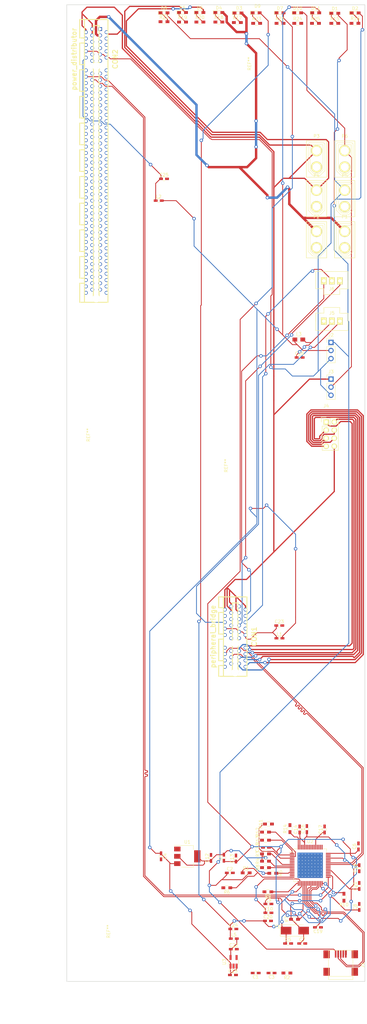
<source format=kicad_pcb>
(kicad_pcb (version 4) (host pcbnew 4.0.7)
  (layers (0 F.Cu signal) (31 B.Cu signal) (34 B.Paste user) (35 F.Paste user) (36 B.SilkS user) (37 F.SilkS user) (38 B.Mask user) (39 F.Mask user) (44 Edge.Cuts user))
  (net 0 "")
  (net 1 GNDPWR)
  (net 2 VPCIE)
  (net 3 VBUS)
  (net 4 +5V)
  (net 5 "Net-(C5-Pad1)")
  (net 6 "Net-(C11-Pad1)")
  (net 7 "Net-(C7-Pad1)")
  (net 8 "Net-(C10-Pad1)")
  (net 9 +3V3)
  (net 10 "Net-(C14-Pad1)")
  (net 11 "Net-(C23-Pad1)")
  (net 12 "Net-(C25-Pad1)")
  (net 13 "Net-(C26-Pad1)")
  (net 14 "Net-(CON1-PadA12)")
  (net 15 "Net-(CON1-PadA13)")
  (net 16 "Net-(CON1-PadA14)")
  (net 17 "Net-(CON1-PadA15)")
  (net 18 "Net-(CON1-PadA16)")
  (net 19 "Net-(CON1-PadA17)")
  (net 20 "Net-(CON1-PadA18)")
  (net 21 "Net-(CON1-PadB15)")
  (net 22 "Net-(CON1-PadB17)")
  (net 23 "Net-(CON1-PadB12)")
  (net 24 "Net-(CON1-PadB14)")
  (net 25 "Net-(CON1-PadA11)")
  (net 26 "Net-(CON1-PadA7)")
  (net 27 "Net-(CON1-PadA5)")
  (net 28 +12V)
  (net 29 "Net-(CON1-PadA1)")
  (net 30 "Net-(CON1-PadA4)")
  (net 31 "Net-(CON1-PadA6)")
  (net 32 "Net-(CON1-PadA8)")
  (net 33 "Net-(CON1-PadB5)")
  (net 34 "Net-(CON1-PadB6)")
  (net 35 "Net-(CON1-PadB9)")
  (net 36 "Net-(CON1-PadB10)")
  (net 37 "Net-(CON1-PadB11)")
  (net 38 "Net-(CON2-PadA13)")
  (net 39 "Net-(CON2-PadA14)")
  (net 40 "Net-(CON2-PadA16)")
  (net 41 "Net-(CON2-PadA17)")
  (net 42 "Net-(CON2-PadB15)")
  (net 43 "Net-(CON2-PadB17)")
  (net 44 "Net-(CON2-PadB12)")
  (net 45 "Net-(CON2-PadB14)")
  (net 46 "Net-(CON2-PadA11)")
  (net 47 "Net-(CON2-PadA7)")
  (net 48 "Net-(CON2-PadA5)")
  (net 49 +BATT)
  (net 50 "Net-(CON2-PadA1)")
  (net 51 "Net-(CON2-PadA6)")
  (net 52 "Net-(CON2-PadA8)")
  (net 53 "Net-(CON2-PadB5)")
  (net 54 "Net-(CON2-PadB6)")
  (net 55 GNDA)
  (net 56 "Net-(CON2-PadB9)")
  (net 57 "Net-(CON2-PadB11)")
  (net 58 "Net-(CON2-PadB19)")
  (net 59 "Net-(CON2-PadB20)")
  (net 60 "Net-(CON2-PadB21)")
  (net 61 "Net-(CON2-PadB22)")
  (net 62 "Net-(CON2-PadB23)")
  (net 63 "Net-(CON2-PadB24)")
  (net 64 "Net-(CON2-PadB25)")
  (net 65 "Net-(CON2-PadB26)")
  (net 66 "Net-(CON2-PadB27)")
  (net 67 "Net-(CON2-PadB28)")
  (net 68 "Net-(CON2-PadB29)")
  (net 69 "Net-(CON2-PadB30)")
  (net 70 "Net-(CON2-PadB31)")
  (net 71 "Net-(CON2-PadB32)")
  (net 72 "Net-(CON2-PadA19)")
  (net 73 "Net-(CON2-PadA20)")
  (net 74 "Net-(CON2-PadA21)")
  (net 75 "Net-(CON2-PadA22)")
  (net 76 "Net-(CON2-PadA23)")
  (net 77 "Net-(CON2-PadA24)")
  (net 78 "Net-(CON2-PadA25)")
  (net 79 "Net-(CON2-PadA26)")
  (net 80 "Net-(CON2-PadA27)")
  (net 81 "Net-(CON2-PadA28)")
  (net 82 "Net-(CON2-PadA29)")
  (net 83 "Net-(CON2-PadA30)")
  (net 84 "Net-(CON2-PadA31)")
  (net 85 "Net-(CON2-PadA32)")
  (net 86 "Net-(D1-Pad1)")
  (net 87 "Net-(D2-Pad1)")
  (net 88 "Net-(J1-Pad2)")
  (net 89 "Net-(J1-Pad3)")
  (net 90 "Net-(J1-Pad4)")
  (net 91 genPow)
  (net 92 "Net-(R1-Pad1)")
  (net 93 "Net-(R3-Pad2)")
  (net 94 "Net-(R4-Pad2)")
  (net 95 "Net-(R5-Pad2)")
  (net 96 "Net-(R8-Pad1)")
  (net 97 "Net-(R9-Pad1)")
  (net 98 "Net-(R10-Pad1)")
  (net 99 "Net-(R11-Pad2)")
  (net 100 "Net-(R12-Pad2)")
  (net 101 "Net-(R13-Pad2)")
  (net 102 "Net-(R14-Pad2)")
  (net 103 "Net-(U3-Pad4)")
  (net 104 GND)
  (net 105 "Net-(U2-Pad5)")
  (net 106 "Net-(U2-Pad6)")
  (net 107 "Net-(U2-Pad7)")
  (net 108 "Net-(U2-Pad11)")
  (net 109 "Net-(U2-Pad12)")
  (net 110 "Net-(U2-Pad14)")
  (net 111 "Net-(U2-Pad15)")
  (net 112 "Net-(U2-Pad23)")
  (net 113 "Net-(U2-Pad24)")
  (net 114 "Net-(U2-Pad26)")
  (net 115 "Net-(U2-Pad27)")
  (net 116 "Net-(U2-Pad28)")
  (net 117 "Net-(U2-Pad35)")
  (net 118 "Net-(U2-Pad36)")
  (net 119 "Net-(U2-Pad38)")
  (net 120 "Net-(U2-Pad39)")
  (net 121 "Net-(U2-Pad40)")
  (net 122 "Net-(U2-Pad43)")
  (net 123 "Net-(U2-Pad44)")
  (net 124 "Net-(U2-Pad46)")
  (net 125 "Net-(U2-Pad49)")
  (net 126 "Net-(U2-Pad50)")
  (net 127 "Net-(U2-Pad51)")
  (net 128 "Net-(U2-Pad52)")
  (net 129 "Net-(U2-Pad54)")
  (net 130 "Net-(U2-Pad55)")
  (net 131 "Net-(U2-Pad56)")
  (net 132 "Net-(U2-Pad57)")
  (net 133 "Net-(U2-Pad58)")
  (net 134 "Net-(U2-Pad59)")
  (net 135 "Net-(U2-Pad61)")
  (net 136 "Net-(U2-Pad62)")
  (net 137 "Net-(D3-Pad1)")
  (net 138 "Net-(D4-Pad1)")
  (net 139 "Net-(D5-Pad1)")
  (net 140 "Net-(D6-Pad1)")
  (net 141 "Net-(D7-Pad1)")
  (net 142 "Net-(D8-Pad1)")
  (net 143 "Net-(D9-Pad1)")
  (net 144 "Net-(D10-Pad1)")
  (net 145 "Net-(D11-Pad1)")
  (net 146 +1V1)
  (module Resistors_SMD:R_0603_HandSoldering (layer F.Cu) (at 141.394 236.22)
    (fp_text reference R13 (at -2.456 0 90) (layer F.SilkS))
    (fp_text value 4.7k)
    (pad 1 smd rect (at -1.1 0) (size 1.2 0.9) (layers F.Cu F.Paste F.Mask) (net 104 GND))
    (pad 2 smd rect (at 1.1 0) (size 1.2 0.9) (layers F.Cu F.Paste F.Mask) (net 101 "Net-(R13-Pad2)"))
  )
  (module Zeabus:pcie-x1-conn (layer F.Cu) (at 131.8312 172.15884 270)
    (fp_text reference CON1 (at 0 -5.99948 270) (layer F.SilkS) (effects (font (thickness 0.3048))))
    (fp_text value peripheral_bridge (at 0 7.00024 270) (layer F.SilkS) (effects (font (thickness 0.3048))))
    (pad "" np_thru_hole circle (at 2.14884 0 270) (size 2.4003 2.4003) (drill 2.4003) (layers *.Cu F.SilkS))
    (pad "" np_thru_hole circle (at 11.30046 0 270) (size 2.4003 2.4003) (drill 2.4003) (layers *.Cu F.SilkS))
    (pad A12 thru_hole circle (at 3.50012 -3.2512 270) (size 1.19888 1.19888) (drill 0.8001) (layers *.Cu *.Mask) (net 14 "Net-(CON1-PadA12)"))
    (pad A13 thru_hole circle (at 4.50088 -1.24968 270) (size 1.19888 1.19888) (drill 0.8001) (layers *.Cu *.Mask) (net 15 "Net-(CON1-PadA13)"))
    (pad A14 thru_hole circle (at 5.4991 -3.2512 270) (size 1.19888 1.19888) (drill 0.8001) (layers *.Cu *.Mask) (net 16 "Net-(CON1-PadA14)"))
    (pad A15 thru_hole circle (at 6.49986 -1.24968 270) (size 1.19888 1.19888) (drill 0.8001) (layers *.Cu *.Mask) (net 17 "Net-(CON1-PadA15)"))
    (pad A16 thru_hole circle (at 7.50062 -3.2512 270) (size 1.19888 1.19888) (drill 0.8001) (layers *.Cu *.Mask) (net 18 "Net-(CON1-PadA16)"))
    (pad A17 thru_hole circle (at 8.49884 -1.24968 270) (size 1.19888 1.19888) (drill 0.8001) (layers *.Cu *.Mask) (net 19 "Net-(CON1-PadA17)"))
    (pad A18 thru_hole circle (at 9.4996 -3.2512 270) (size 1.19888 1.19888) (drill 0.8001) (layers *.Cu *.Mask) (net 20 "Net-(CON1-PadA18)"))
    (pad B13 thru_hole circle (at 4.50088 1.24968 270) (size 1.19888 1.19888) (drill 0.8001) (layers *.Cu *.Mask) (net 104 GND))
    (pad B15 thru_hole circle (at 6.49986 1.24968 270) (size 1.19888 1.19888) (drill 0.8001) (layers *.Cu *.Mask) (net 21 "Net-(CON1-PadB15)"))
    (pad B17 thru_hole circle (at 8.49884 1.24968 270) (size 1.19888 1.19888) (drill 0.8001) (layers *.Cu *.Mask) (net 22 "Net-(CON1-PadB17)"))
    (pad B12 thru_hole circle (at 3.50012 3.2512 270) (size 1.19888 1.19888) (drill 0.8001) (layers *.Cu *.Mask) (net 23 "Net-(CON1-PadB12)"))
    (pad B14 thru_hole circle (at 5.4991 3.2512 270) (size 1.19888 1.19888) (drill 0.8001) (layers *.Cu *.Mask) (net 24 "Net-(CON1-PadB14)"))
    (pad B16 thru_hole circle (at 7.50062 3.2512 270) (size 1.19888 1.19888) (drill 0.8001) (layers *.Cu *.Mask) (net 104 GND))
    (pad B18 thru_hole circle (at 9.4996 3.2512 270) (size 1.19888 1.19888) (drill 0.8001) (layers *.Cu *.Mask) (net 104 GND))
    (pad A11 thru_hole circle (at 0.50038 -1.24968 270) (size 1.19888 1.19888) (drill 0.8001) (layers *.Cu *.Mask) (net 25 "Net-(CON1-PadA11)"))
    (pad A9 thru_hole circle (at -1.50114 -1.24968 270) (size 1.19888 1.19888) (drill 0.8001) (layers *.Cu *.Mask) (net 11 "Net-(C23-Pad1)"))
    (pad A7 thru_hole circle (at -3.50012 -1.24968 270) (size 1.19888 1.19888) (drill 0.8001) (layers *.Cu *.Mask) (net 26 "Net-(CON1-PadA7)"))
    (pad A5 thru_hole circle (at -5.4991 -1.24968 270) (size 1.19888 1.19888) (drill 0.8001) (layers *.Cu *.Mask) (net 27 "Net-(CON1-PadA5)"))
    (pad A3 thru_hole circle (at -7.50062 -1.24968 270) (size 1.19888 1.19888) (drill 0.8001) (layers *.Cu *.Mask) (net 28 +12V))
    (pad A1 thru_hole circle (at -9.4996 -1.24968 270) (size 1.19888 1.19888) (drill 0.8001) (layers *.Cu *.Mask) (net 29 "Net-(CON1-PadA1)"))
    (pad A2 thru_hole circle (at -8.49884 -3.2512 270) (size 1.19888 1.19888) (drill 0.8001) (layers *.Cu *.Mask) (net 28 +12V))
    (pad A4 thru_hole circle (at -6.49986 -3.2512 270) (size 1.19888 1.19888) (drill 0.8001) (layers *.Cu *.Mask) (net 30 "Net-(CON1-PadA4)"))
    (pad A6 thru_hole circle (at -4.50088 -3.2512 270) (size 1.19888 1.19888) (drill 0.8001) (layers *.Cu *.Mask) (net 31 "Net-(CON1-PadA6)"))
    (pad A8 thru_hole circle (at -2.49936 -3.2512 270) (size 1.19888 1.19888) (drill 0.8001) (layers *.Cu *.Mask) (net 32 "Net-(CON1-PadA8)"))
    (pad A10 thru_hole circle (at -0.50038 -3.2512 270) (size 1.19888 1.19888) (drill 0.8001) (layers *.Cu *.Mask) (net 11 "Net-(C23-Pad1)"))
    (pad B1 thru_hole circle (at -9.4996 1.24968 270) (size 1.19888 1.19888) (drill 0.8001) (layers *.Cu *.Mask) (net 28 +12V))
    (pad B2 thru_hole circle (at -8.49884 3.2512 270) (size 1.19888 1.19888) (drill 0.8001) (layers *.Cu *.Mask) (net 28 +12V))
    (pad B3 thru_hole circle (at -7.50062 1.24968 270) (size 1.19888 1.19888) (drill 0.8001) (layers *.Cu *.Mask) (net 28 +12V))
    (pad B4 thru_hole circle (at -6.49986 3.2512 270) (size 1.19888 1.19888) (drill 0.8001) (layers *.Cu *.Mask) (net 104 GND))
    (pad B5 thru_hole circle (at -5.4991 1.24968 270) (size 1.19888 1.19888) (drill 0.8001) (layers *.Cu *.Mask) (net 33 "Net-(CON1-PadB5)"))
    (pad B6 thru_hole circle (at -4.50088 3.2512 270) (size 1.19888 1.19888) (drill 0.8001) (layers *.Cu *.Mask) (net 34 "Net-(CON1-PadB6)"))
    (pad B7 thru_hole circle (at -3.50012 1.24968 270) (size 1.19888 1.19888) (drill 0.8001) (layers *.Cu *.Mask) (net 104 GND))
    (pad B8 thru_hole circle (at -2.49936 3.2512 270) (size 1.19888 1.19888) (drill 0.8001) (layers *.Cu *.Mask) (net 11 "Net-(C23-Pad1)"))
    (pad B9 thru_hole circle (at -1.50114 1.24968 270) (size 1.19888 1.19888) (drill 0.8001) (layers *.Cu *.Mask) (net 35 "Net-(CON1-PadB9)"))
    (pad B10 thru_hole circle (at -0.50038 3.2512 270) (size 1.19888 1.19888) (drill 0.8001) (layers *.Cu *.Mask) (net 36 "Net-(CON1-PadB10)"))
    (pad B11 thru_hole circle (at 0.50038 1.24968 270) (size 1.19888 1.19888) (drill 0.8001) (layers *.Cu *.Mask) (net 37 "Net-(CON1-PadB11)"))
  )
  (module Housings_QFP:HTQFP-64-1EP_10x10mm_Pitch0.5mm_ThermalPad (layer F.Cu) (at 155.472 244.118)
    (fp_text reference U2 (at 0 -7.45) (layer F.SilkS))
    (fp_text value TUSB4041I)
    (pad 1 smd rect (at -5.7 -3.75) (size 1.5 0.3) (layers F.Cu F.Paste F.Mask) (net 101 "Net-(R13-Pad2)"))
    (pad 2 smd rect (at -5.7 -3.25) (size 1.5 0.3) (layers F.Cu F.Paste F.Mask) (net 6 "Net-(C11-Pad1)"))
    (pad 3 smd rect (at -5.7 -2.75) (size 1.5 0.3) (layers F.Cu F.Paste F.Mask) (net 100 "Net-(R12-Pad2)"))
    (pad 4 smd rect (at -5.7 -2.25) (size 1.5 0.3) (layers F.Cu F.Paste F.Mask) (net 99 "Net-(R11-Pad2)"))
    (pad 5 smd rect (at -5.7 -1.75) (size 1.5 0.3) (layers F.Cu F.Paste F.Mask) (net 105 "Net-(U2-Pad5)"))
    (pad 6 smd rect (at -5.7 -1.25) (size 1.5 0.3) (layers F.Cu F.Paste F.Mask) (net 106 "Net-(U2-Pad6)"))
    (pad 7 smd rect (at -5.7 -0.75) (size 1.5 0.3) (layers F.Cu F.Paste F.Mask) (net 107 "Net-(U2-Pad7)"))
    (pad 8 smd rect (at -5.7 -0.25) (size 1.5 0.3) (layers F.Cu F.Paste F.Mask) (net 93 "Net-(R3-Pad2)"))
    (pad 9 smd rect (at -5.7 0.25) (size 1.5 0.3) (layers F.Cu F.Paste F.Mask) (net 94 "Net-(R4-Pad2)"))
    (pad 10 smd rect (at -5.7 0.75) (size 1.5 0.3) (layers F.Cu F.Paste F.Mask) (net 96 "Net-(R8-Pad1)"))
    (pad 11 smd rect (at -5.7 1.25) (size 1.5 0.3) (layers F.Cu F.Paste F.Mask) (net 108 "Net-(U2-Pad11)"))
    (pad 12 smd rect (at -5.7 1.75) (size 1.5 0.3) (layers F.Cu F.Paste F.Mask) (net 109 "Net-(U2-Pad12)"))
    (pad 13 smd rect (at -5.7 2.25) (size 1.5 0.3) (layers F.Cu F.Paste F.Mask) (net 95 "Net-(R5-Pad2)"))
    (pad 14 smd rect (at -5.7 2.75) (size 1.5 0.3) (layers F.Cu F.Paste F.Mask) (net 110 "Net-(U2-Pad14)"))
    (pad 15 smd rect (at -5.7 3.25) (size 1.5 0.3) (layers F.Cu F.Paste F.Mask) (net 111 "Net-(U2-Pad15)"))
    (pad 16 smd rect (at -5.7 3.75) (size 1.5 0.3) (layers F.Cu F.Paste F.Mask) (net 92 "Net-(R1-Pad1)"))
    (pad 17 smd rect (at -3.75 5.7 90) (size 1.5 0.3) (layers F.Cu F.Paste F.Mask) (net 97 "Net-(R9-Pad1)"))
    (pad 18 smd rect (at -3.25 5.7 90) (size 1.5 0.3) (layers F.Cu F.Paste F.Mask) (net 8 "Net-(C10-Pad1)"))
    (pad 19 smd rect (at -2.75 5.7 90) (size 1.5 0.3) (layers F.Cu F.Paste F.Mask) (net 10 "Net-(C14-Pad1)"))
    (pad 20 smd rect (at -2.25 5.7 90) (size 1.5 0.3) (layers F.Cu F.Paste F.Mask) (net 6 "Net-(C11-Pad1)"))
    (pad 21 smd rect (at -1.75 5.7 90) (size 1.5 0.3) (layers F.Cu F.Paste F.Mask) (net 89 "Net-(J1-Pad3)"))
    (pad 22 smd rect (at -1.25 5.7 90) (size 1.5 0.3) (layers F.Cu F.Paste F.Mask) (net 88 "Net-(J1-Pad2)"))
    (pad 23 smd rect (at -0.75 5.7 90) (size 1.5 0.3) (layers F.Cu F.Paste F.Mask) (net 112 "Net-(U2-Pad23)"))
    (pad 24 smd rect (at -0.25 5.7 90) (size 1.5 0.3) (layers F.Cu F.Paste F.Mask) (net 113 "Net-(U2-Pad24)"))
    (pad 25 smd rect (at 0.25 5.7 90) (size 1.5 0.3) (layers F.Cu F.Paste F.Mask) (net 10 "Net-(C14-Pad1)"))
    (pad 26 smd rect (at 0.75 5.7 90) (size 1.5 0.3) (layers F.Cu F.Paste F.Mask) (net 114 "Net-(U2-Pad26)"))
    (pad 27 smd rect (at 1.25 5.7 90) (size 1.5 0.3) (layers F.Cu F.Paste F.Mask) (net 115 "Net-(U2-Pad27)"))
    (pad 28 smd rect (at 1.75 5.7 90) (size 1.5 0.3) (layers F.Cu F.Paste F.Mask) (net 116 "Net-(U2-Pad28)"))
    (pad 29 smd rect (at 2.25 5.7 90) (size 1.5 0.3) (layers F.Cu F.Paste F.Mask) (net 7 "Net-(C7-Pad1)"))
    (pad 30 smd rect (at 2.75 5.7 90) (size 1.5 0.3) (layers F.Cu F.Paste F.Mask) (net 5 "Net-(C5-Pad1)"))
    (pad 31 smd rect (at 3.25 5.7 90) (size 1.5 0.3) (layers F.Cu F.Paste F.Mask) (net 6 "Net-(C11-Pad1)"))
    (pad 32 smd rect (at 3.75 5.7 90) (size 1.5 0.3) (layers F.Cu F.Paste F.Mask) (net 98 "Net-(R10-Pad1)"))
    (pad 33 smd rect (at 5.7 3.75) (size 1.5 0.3) (layers F.Cu F.Paste F.Mask) (net 45 "Net-(CON2-PadB14)"))
    (pad 34 smd rect (at 5.7 3.25) (size 1.5 0.3) (layers F.Cu F.Paste F.Mask) (net 42 "Net-(CON2-PadB15)"))
    (pad 35 smd rect (at 5.7 2.75) (size 1.5 0.3) (layers F.Cu F.Paste F.Mask) (net 117 "Net-(U2-Pad35)"))
    (pad 36 smd rect (at 5.7 2.25) (size 1.5 0.3) (layers F.Cu F.Paste F.Mask) (net 118 "Net-(U2-Pad36)"))
    (pad 37 smd rect (at 5.7 1.75) (size 1.5 0.3) (layers F.Cu F.Paste F.Mask) (net 10 "Net-(C14-Pad1)"))
    (pad 38 smd rect (at 5.7 1.25) (size 1.5 0.3) (layers F.Cu F.Paste F.Mask) (net 119 "Net-(U2-Pad38)"))
    (pad 39 smd rect (at 5.7 0.75) (size 1.5 0.3) (layers F.Cu F.Paste F.Mask) (net 120 "Net-(U2-Pad39)"))
    (pad 40 smd rect (at 5.7 0.25) (size 1.5 0.3) (layers F.Cu F.Paste F.Mask) (net 121 "Net-(U2-Pad40)"))
    (pad 41 smd rect (at 5.7 -0.25) (size 1.5 0.3) (layers F.Cu F.Paste F.Mask) (net 24 "Net-(CON1-PadB14)"))
    (pad 42 smd rect (at 5.7 -0.75) (size 1.5 0.3) (layers F.Cu F.Paste F.Mask) (net 21 "Net-(CON1-PadB15)"))
    (pad 43 smd rect (at 5.7 -1.25) (size 1.5 0.3) (layers F.Cu F.Paste F.Mask) (net 122 "Net-(U2-Pad43)"))
    (pad 44 smd rect (at 5.7 -1.75) (size 1.5 0.3) (layers F.Cu F.Paste F.Mask) (net 123 "Net-(U2-Pad44)"))
    (pad 45 smd rect (at 5.7 -2.25) (size 1.5 0.3) (layers F.Cu F.Paste F.Mask) (net 10 "Net-(C14-Pad1)"))
    (pad 46 smd rect (at 5.7 -2.75) (size 1.5 0.3) (layers F.Cu F.Paste F.Mask) (net 124 "Net-(U2-Pad46)"))
    (pad 47 smd rect (at 5.7 -3.25) (size 1.5 0.3) (layers F.Cu F.Paste F.Mask) (net 104 GND))
    (pad 48 smd rect (at 5.7 -3.75) (size 1.5 0.3) (layers F.Cu F.Paste F.Mask) (net 6 "Net-(C11-Pad1)"))
    (pad 49 smd rect (at 3.75 -5.7 90) (size 1.5 0.3) (layers F.Cu F.Paste F.Mask) (net 125 "Net-(U2-Pad49)"))
    (pad 50 smd rect (at 3.25 -5.7 90) (size 1.5 0.3) (layers F.Cu F.Paste F.Mask) (net 126 "Net-(U2-Pad50)"))
    (pad 51 smd rect (at 2.75 -5.7 90) (size 1.5 0.3) (layers F.Cu F.Paste F.Mask) (net 127 "Net-(U2-Pad51)"))
    (pad 52 smd rect (at 2.25 -5.7 90) (size 1.5 0.3) (layers F.Cu F.Paste F.Mask) (net 128 "Net-(U2-Pad52)"))
    (pad 53 smd rect (at 1.75 -5.7 90) (size 1.5 0.3) (layers F.Cu F.Paste F.Mask) (net 10 "Net-(C14-Pad1)"))
    (pad 54 smd rect (at 1.25 -5.7 90) (size 1.5 0.3) (layers F.Cu F.Paste F.Mask) (net 129 "Net-(U2-Pad54)"))
    (pad 55 smd rect (at 0.75 -5.7 90) (size 1.5 0.3) (layers F.Cu F.Paste F.Mask) (net 130 "Net-(U2-Pad55)"))
    (pad 56 smd rect (at 0.25 -5.7 90) (size 1.5 0.3) (layers F.Cu F.Paste F.Mask) (net 131 "Net-(U2-Pad56)"))
    (pad 57 smd rect (at -0.25 -5.7 90) (size 1.5 0.3) (layers F.Cu F.Paste F.Mask) (net 132 "Net-(U2-Pad57)"))
    (pad 58 smd rect (at -0.75 -5.7 90) (size 1.5 0.3) (layers F.Cu F.Paste F.Mask) (net 133 "Net-(U2-Pad58)"))
    (pad 59 smd rect (at -1.25 -5.7 90) (size 1.5 0.3) (layers F.Cu F.Paste F.Mask) (net 134 "Net-(U2-Pad59)"))
    (pad 60 smd rect (at -1.75 -5.7 90) (size 1.5 0.3) (layers F.Cu F.Paste F.Mask) (net 10 "Net-(C14-Pad1)"))
    (pad 61 smd rect (at -2.25 -5.7 90) (size 1.5 0.3) (layers F.Cu F.Paste F.Mask) (net 135 "Net-(U2-Pad61)"))
    (pad 62 smd rect (at -2.75 -5.7 90) (size 1.5 0.3) (layers F.Cu F.Paste F.Mask) (net 136 "Net-(U2-Pad62)"))
    (pad 63 smd rect (at -3.25 -5.7 90) (size 1.5 0.3) (layers F.Cu F.Paste F.Mask) (net 10 "Net-(C14-Pad1)"))
    (pad 64 smd rect (at -3.75 -5.7 90) (size 1.5 0.3) (layers F.Cu F.Paste F.Mask) (net 102 "Net-(R14-Pad2)"))
    (pad 65 smd rect (at 0 0 180) (size 8 8) (layers F.Cu F.Paste F.Mask) (net 104 GND))
    (pad 65 thru_hole circle (at -3.5 -3.5 90) (size 0.3 0.3) (drill 0.2) (layers *.Cu F.Adhes) (net 104 GND))
    (pad 65 thru_hole circle (at -2.5 -3.5 90) (size 0.3 0.3) (drill 0.2) (layers *.Cu F.Adhes) (net 104 GND))
    (pad 65 thru_hole circle (at -1.5 -3.5 90) (size 0.3 0.3) (drill 0.2) (layers *.Cu F.Adhes) (net 104 GND))
    (pad 65 thru_hole circle (at -0.5 -3.5 90) (size 0.3 0.3) (drill 0.2) (layers *.Cu F.Adhes) (net 104 GND))
    (pad 65 thru_hole circle (at 0.5 -3.5 90) (size 0.3 0.3) (drill 0.2) (layers *.Cu F.Adhes) (net 104 GND))
    (pad 65 thru_hole circle (at 1.5 -3.5 90) (size 0.3 0.3) (drill 0.2) (layers *.Cu F.Adhes) (net 104 GND))
    (pad 65 thru_hole circle (at 2.5 -3.5 90) (size 0.3 0.3) (drill 0.2) (layers *.Cu F.Adhes) (net 104 GND))
    (pad 65 thru_hole circle (at 3.5 -3.5 90) (size 0.3 0.3) (drill 0.2) (layers *.Cu F.Adhes) (net 104 GND))
    (pad 65 thru_hole circle (at 3.5 -2.5 90) (size 0.3 0.3) (drill 0.2) (layers *.Cu F.Adhes) (net 104 GND))
    (pad 65 thru_hole circle (at 2.5 -2.5 90) (size 0.3 0.3) (drill 0.2) (layers *.Cu F.Adhes) (net 104 GND))
    (pad 65 thru_hole circle (at 1.5 -2.5 90) (size 0.3 0.3) (drill 0.2) (layers *.Cu F.Adhes) (net 104 GND))
    (pad 65 thru_hole circle (at 0.5 -2.5 90) (size 0.3 0.3) (drill 0.2) (layers *.Cu F.Adhes) (net 104 GND))
    (pad 65 thru_hole circle (at -0.5 -2.5 90) (size 0.3 0.3) (drill 0.2) (layers *.Cu F.Adhes) (net 104 GND))
    (pad 65 thru_hole circle (at -1.5 -2.5 90) (size 0.3 0.3) (drill 0.2) (layers *.Cu F.Adhes) (net 104 GND))
    (pad 65 thru_hole circle (at -2.5 -2.5 90) (size 0.3 0.3) (drill 0.2) (layers *.Cu F.Adhes) (net 104 GND))
    (pad 65 thru_hole circle (at -3.5 -2.5 90) (size 0.3 0.3) (drill 0.2) (layers *.Cu F.Adhes) (net 104 GND))
    (pad 65 thru_hole circle (at -3.5 -1.5 90) (size 0.3 0.3) (drill 0.2) (layers *.Cu F.Adhes) (net 104 GND))
    (pad 65 thru_hole circle (at -3.5 -0.5 90) (size 0.3 0.3) (drill 0.2) (layers *.Cu F.Adhes) (net 104 GND))
    (pad 65 thru_hole circle (at -2.5 -1.5 90) (size 0.3 0.3) (drill 0.2) (layers *.Cu F.Adhes) (net 104 GND))
    (pad 65 thru_hole circle (at -2.5 -0.5 90) (size 0.3 0.3) (drill 0.2) (layers *.Cu F.Adhes) (net 104 GND))
    (pad 65 thru_hole circle (at -1.5 -0.5 90) (size 0.3 0.3) (drill 0.2) (layers *.Cu F.Adhes) (net 104 GND))
    (pad 65 thru_hole circle (at -1.5 -1.5 90) (size 0.3 0.3) (drill 0.2) (layers *.Cu F.Adhes) (net 104 GND))
    (pad 65 thru_hole circle (at -0.5 -1.5 90) (size 0.3 0.3) (drill 0.2) (layers *.Cu F.Adhes) (net 104 GND))
    (pad 65 thru_hole circle (at -0.5 -0.5 90) (size 0.3 0.3) (drill 0.2) (layers *.Cu F.Adhes) (net 104 GND))
    (pad 65 thru_hole circle (at 0.5 -0.5 90) (size 0.3 0.3) (drill 0.2) (layers *.Cu F.Adhes) (net 104 GND))
    (pad 65 thru_hole circle (at 0.5 -1.5 90) (size 0.3 0.3) (drill 0.2) (layers *.Cu F.Adhes) (net 104 GND))
    (pad 65 thru_hole circle (at 1.5 -1.5 90) (size 0.3 0.3) (drill 0.2) (layers *.Cu F.Adhes) (net 104 GND))
    (pad 65 thru_hole circle (at 1.5 -0.5 90) (size 0.3 0.3) (drill 0.2) (layers *.Cu F.Adhes) (net 104 GND))
    (pad 65 thru_hole circle (at 2.5 -1.5 90) (size 0.3 0.3) (drill 0.2) (layers *.Cu F.Adhes) (net 104 GND))
    (pad 65 thru_hole circle (at 2.5 -0.5 90) (size 0.3 0.3) (drill 0.2) (layers *.Cu F.Adhes) (net 104 GND))
    (pad 65 thru_hole circle (at 3.5 -1.5 90) (size 0.3 0.3) (drill 0.2) (layers *.Cu F.Adhes) (net 104 GND))
    (pad 65 thru_hole circle (at 3.5 -0.5 90) (size 0.3 0.3) (drill 0.2) (layers *.Cu F.Adhes) (net 104 GND))
    (pad 65 thru_hole circle (at -3.5 3.5 90) (size 0.3 0.3) (drill 0.2) (layers *.Cu F.Adhes) (net 104 GND))
    (pad 65 thru_hole circle (at -3.5 2.5 90) (size 0.3 0.3) (drill 0.2) (layers *.Cu F.Adhes) (net 104 GND))
    (pad 65 thru_hole circle (at -3.5 1.5 90) (size 0.3 0.3) (drill 0.2) (layers *.Cu F.Adhes) (net 104 GND))
    (pad 65 thru_hole circle (at -3.5 0.5 90) (size 0.3 0.3) (drill 0.2) (layers *.Cu F.Adhes) (net 104 GND))
    (pad 65 thru_hole circle (at -2.5 0.5 90) (size 0.3 0.3) (drill 0.2) (layers *.Cu F.Adhes) (net 104 GND))
    (pad 65 thru_hole circle (at -2.5 1.5 90) (size 0.3 0.3) (drill 0.2) (layers *.Cu F.Adhes) (net 104 GND))
    (pad 65 thru_hole circle (at -2.5 2.5 90) (size 0.3 0.3) (drill 0.2) (layers *.Cu F.Adhes) (net 104 GND))
    (pad 65 thru_hole circle (at -2.5 3.5 90) (size 0.3 0.3) (drill 0.2) (layers *.Cu F.Adhes) (net 104 GND))
    (pad 65 thru_hole circle (at -1.5 3.5 90) (size 0.3 0.3) (drill 0.2) (layers *.Cu F.Adhes) (net 104 GND))
    (pad 65 thru_hole circle (at -1.5 2.5 90) (size 0.3 0.3) (drill 0.2) (layers *.Cu F.Adhes) (net 104 GND))
    (pad 65 thru_hole circle (at -1.5 1.5 90) (size 0.3 0.3) (drill 0.2) (layers *.Cu F.Adhes) (net 104 GND))
    (pad 65 thru_hole circle (at -1.5 0.5 90) (size 0.3 0.3) (drill 0.2) (layers *.Cu F.Adhes) (net 104 GND))
    (pad 65 thru_hole circle (at -0.5 0.5 90) (size 0.3 0.3) (drill 0.2) (layers *.Cu F.Adhes) (net 104 GND))
    (pad 65 thru_hole circle (at -0.5 1.5 90) (size 0.3 0.3) (drill 0.2) (layers *.Cu F.Adhes) (net 104 GND))
    (pad 65 thru_hole circle (at -0.5 2.5 90) (size 0.3 0.3) (drill 0.2) (layers *.Cu F.Adhes) (net 104 GND))
    (pad 65 thru_hole circle (at -0.5 3.5 90) (size 0.3 0.3) (drill 0.2) (layers *.Cu F.Adhes) (net 104 GND))
    (pad 65 thru_hole circle (at 0.5 3.5 90) (size 0.3 0.3) (drill 0.2) (layers *.Cu F.Adhes) (net 104 GND))
    (pad 65 thru_hole circle (at 0.5 2.5 90) (size 0.3 0.3) (drill 0.2) (layers *.Cu F.Adhes) (net 104 GND))
    (pad 65 thru_hole circle (at 0.5 1.5 90) (size 0.3 0.3) (drill 0.2) (layers *.Cu F.Adhes) (net 104 GND))
    (pad 65 thru_hole circle (at 0.5 0.5 90) (size 0.3 0.3) (drill 0.2) (layers *.Cu F.Adhes) (net 104 GND))
    (pad 65 thru_hole circle (at 1.5 0.5 90) (size 0.3 0.3) (drill 0.2) (layers *.Cu F.Adhes) (net 104 GND))
    (pad 65 thru_hole circle (at 1.5 1.5 90) (size 0.3 0.3) (drill 0.2) (layers *.Cu F.Adhes) (net 104 GND))
    (pad 65 thru_hole circle (at 1.5 2.5 90) (size 0.3 0.3) (drill 0.2) (layers *.Cu F.Adhes) (net 104 GND))
    (pad 65 thru_hole circle (at 1.5 3.5 90) (size 0.3 0.3) (drill 0.2) (layers *.Cu F.Adhes) (net 104 GND))
    (pad 65 thru_hole circle (at 2.5 3.5 90) (size 0.3 0.3) (drill 0.2) (layers *.Cu F.Adhes) (net 104 GND))
    (pad 65 thru_hole circle (at 2.5 2.5 90) (size 0.3 0.3) (drill 0.2) (layers *.Cu F.Adhes) (net 104 GND))
    (pad 65 thru_hole circle (at 2.5 1.5 90) (size 0.3 0.3) (drill 0.2) (layers *.Cu F.Adhes) (net 104 GND))
    (pad 65 thru_hole circle (at 2.5 0.5 90) (size 0.3 0.3) (drill 0.2) (layers *.Cu F.Adhes) (net 104 GND))
    (pad 65 thru_hole circle (at 3.5 0.5 90) (size 0.3 0.3) (drill 0.2) (layers *.Cu F.Adhes) (net 104 GND))
    (pad 65 thru_hole circle (at 3.5 1.5 90) (size 0.3 0.3) (drill 0.2) (layers *.Cu F.Adhes) (net 104 GND))
    (pad 65 thru_hole circle (at 3.5 2.5 90) (size 0.3 0.3) (drill 0.2) (layers *.Cu F.Adhes) (net 104 GND))
    (pad 65 thru_hole circle (at 3.5 3.5 90) (size 0.3 0.3) (drill 0.2) (layers *.Cu F.Adhes) (net 104 GND))
    (pad 65 smd rect (at 0 0 180) (size 8 8) (layers B.Cu) (net 104 GND))
  )
  (module Zeabus:pcie-x16-conn (layer F.Cu) (at 88.0212 -9.52998 270)
    (fp_text reference CON2 (at 0 -5.99948 270) (layer F.SilkS) (effects (font (thickness 0.3048))))
    (fp_text value power_distributor (at 0 7.00024 270) (layer F.SilkS) (effects (font (thickness 0.3048))))
    (pad "" np_thru_hole circle (at 2.14884 0 270) (size 2.4003 2.4003) (drill 2.4003) (layers *.Cu F.SilkS))
    (pad "" np_thru_hole circle (at 75.30084 0 270) (size 2.4003 2.4003) (drill 2.4003) (layers *.Cu F.SilkS))
    (pad A12 thru_hole circle (at 3.50012 -3.2512 270) (size 1.19888 1.19888) (drill 0.8001) (layers *.Cu *.Mask) (net 104 GND))
    (pad A13 thru_hole circle (at 4.50088 -1.24968 270) (size 1.19888 1.19888) (drill 0.8001) (layers *.Cu *.Mask) (net 38 "Net-(CON2-PadA13)"))
    (pad A14 thru_hole circle (at 5.4991 -3.2512 270) (size 1.19888 1.19888) (drill 0.8001) (layers *.Cu *.Mask) (net 39 "Net-(CON2-PadA14)"))
    (pad A15 thru_hole circle (at 6.49986 -1.24968 270) (size 1.19888 1.19888) (drill 0.8001) (layers *.Cu *.Mask) (net 104 GND))
    (pad A16 thru_hole circle (at 7.50062 -3.2512 270) (size 1.19888 1.19888) (drill 0.8001) (layers *.Cu *.Mask) (net 40 "Net-(CON2-PadA16)"))
    (pad A17 thru_hole circle (at 8.49884 -1.24968 270) (size 1.19888 1.19888) (drill 0.8001) (layers *.Cu *.Mask) (net 41 "Net-(CON2-PadA17)"))
    (pad A18 thru_hole circle (at 9.4996 -3.2512 270) (size 1.19888 1.19888) (drill 0.8001) (layers *.Cu *.Mask) (net 104 GND))
    (pad B13 thru_hole circle (at 4.50088 1.24968 270) (size 1.19888 1.19888) (drill 0.8001) (layers *.Cu *.Mask) (net 104 GND))
    (pad B15 thru_hole circle (at 6.49986 1.24968 270) (size 1.19888 1.19888) (drill 0.8001) (layers *.Cu *.Mask) (net 42 "Net-(CON2-PadB15)"))
    (pad B17 thru_hole circle (at 8.49884 1.24968 270) (size 1.19888 1.19888) (drill 0.8001) (layers *.Cu *.Mask) (net 43 "Net-(CON2-PadB17)"))
    (pad B12 thru_hole circle (at 3.50012 3.2512 270) (size 1.19888 1.19888) (drill 0.8001) (layers *.Cu *.Mask) (net 44 "Net-(CON2-PadB12)"))
    (pad B14 thru_hole circle (at 5.4991 3.2512 270) (size 1.19888 1.19888) (drill 0.8001) (layers *.Cu *.Mask) (net 45 "Net-(CON2-PadB14)"))
    (pad B16 thru_hole circle (at 7.50062 3.2512 270) (size 1.19888 1.19888) (drill 0.8001) (layers *.Cu *.Mask) (net 104 GND))
    (pad B18 thru_hole circle (at 9.4996 3.2512 270) (size 1.19888 1.19888) (drill 0.8001) (layers *.Cu *.Mask) (net 104 GND))
    (pad A11 thru_hole circle (at 0.50038 -1.24968 270) (size 1.19888 1.19888) (drill 0.8001) (layers *.Cu *.Mask) (net 46 "Net-(CON2-PadA11)"))
    (pad A9 thru_hole circle (at -1.50114 -1.24968 270) (size 1.19888 1.19888) (drill 0.8001) (layers *.Cu *.Mask) (net 2 VPCIE))
    (pad A7 thru_hole circle (at -3.50012 -1.24968 270) (size 1.19888 1.19888) (drill 0.8001) (layers *.Cu *.Mask) (net 47 "Net-(CON2-PadA7)"))
    (pad A5 thru_hole circle (at -5.4991 -1.24968 270) (size 1.19888 1.19888) (drill 0.8001) (layers *.Cu *.Mask) (net 48 "Net-(CON2-PadA5)"))
    (pad A3 thru_hole circle (at -7.50062 -1.24968 270) (size 1.19888 1.19888) (drill 0.8001) (layers *.Cu *.Mask) (net 49 +BATT))
    (pad A1 thru_hole rect (at -9.4996 -1.24968 270) (size 1.19888 1.19888) (drill 0.8001) (layers *.Cu *.Mask) (net 50 "Net-(CON2-PadA1)"))
    (pad A2 thru_hole circle (at -8.49884 -3.2512 270) (size 1.19888 1.19888) (drill 0.8001) (layers *.Cu *.Mask) (net 28 +12V))
    (pad A4 thru_hole circle (at -6.49986 -3.2512 270) (size 1.19888 1.19888) (drill 0.8001) (layers *.Cu *.Mask) (net 104 GND))
    (pad A6 thru_hole circle (at -4.50088 -3.2512 270) (size 1.19888 1.19888) (drill 0.8001) (layers *.Cu *.Mask) (net 51 "Net-(CON2-PadA6)"))
    (pad A8 thru_hole circle (at -2.49936 -3.2512 270) (size 1.19888 1.19888) (drill 0.8001) (layers *.Cu *.Mask) (net 52 "Net-(CON2-PadA8)"))
    (pad A10 thru_hole circle (at -0.50038 -3.2512 270) (size 1.19888 1.19888) (drill 0.8001) (layers *.Cu *.Mask) (net 2 VPCIE))
    (pad B1 thru_hole circle (at -9.4996 1.24968 270) (size 1.19888 1.19888) (drill 0.8001) (layers *.Cu *.Mask) (net 28 +12V))
    (pad B2 thru_hole circle (at -8.49884 3.2512 270) (size 1.19888 1.19888) (drill 0.8001) (layers *.Cu *.Mask) (net 28 +12V))
    (pad B3 thru_hole circle (at -7.50062 1.24968 270) (size 1.19888 1.19888) (drill 0.8001) (layers *.Cu *.Mask) (net 28 +12V))
    (pad B4 thru_hole circle (at -6.49986 3.2512 270) (size 1.19888 1.19888) (drill 0.8001) (layers *.Cu *.Mask) (net 104 GND))
    (pad B5 thru_hole circle (at -5.4991 1.24968 270) (size 1.19888 1.19888) (drill 0.8001) (layers *.Cu *.Mask) (net 53 "Net-(CON2-PadB5)"))
    (pad B6 thru_hole circle (at -4.50088 3.2512 270) (size 1.19888 1.19888) (drill 0.8001) (layers *.Cu *.Mask) (net 54 "Net-(CON2-PadB6)"))
    (pad B7 thru_hole circle (at -3.50012 1.24968 270) (size 1.19888 1.19888) (drill 0.8001) (layers *.Cu *.Mask) (net 55 GNDA))
    (pad B8 thru_hole circle (at -2.49936 3.2512 270) (size 1.19888 1.19888) (drill 0.8001) (layers *.Cu *.Mask) (net 2 VPCIE))
    (pad B9 thru_hole circle (at -1.50114 1.24968 270) (size 1.19888 1.19888) (drill 0.8001) (layers *.Cu *.Mask) (net 56 "Net-(CON2-PadB9)"))
    (pad B10 thru_hole circle (at -0.50038 3.2512 270) (size 1.19888 1.19888) (drill 0.8001) (layers *.Cu *.Mask) (net 12 "Net-(C25-Pad1)"))
    (pad B11 thru_hole circle (at 0.50038 1.24968 270) (size 1.19888 1.19888) (drill 0.8001) (layers *.Cu *.Mask) (net 57 "Net-(CON2-PadB11)"))
    (pad B19 thru_hole circle (at 10.50036 1.24968 270) (size 1.19888 1.19888) (drill 0.8001) (layers *.Cu *.Mask) (net 58 "Net-(CON2-PadB19)"))
    (pad B20 thru_hole circle (at 11.50112 3.2512 270) (size 1.19888 1.19888) (drill 0.8001) (layers *.Cu *.Mask) (net 59 "Net-(CON2-PadB20)"))
    (pad B21 thru_hole circle (at 12.49934 1.24968 270) (size 1.19888 1.19888) (drill 0.8001) (layers *.Cu *.Mask) (net 60 "Net-(CON2-PadB21)"))
    (pad B22 thru_hole circle (at 13.5001 3.2512 270) (size 1.19888 1.19888) (drill 0.8001) (layers *.Cu *.Mask) (net 61 "Net-(CON2-PadB22)"))
    (pad B23 thru_hole circle (at 14.50086 1.24968 270) (size 1.19888 1.19888) (drill 0.8001) (layers *.Cu *.Mask) (net 62 "Net-(CON2-PadB23)"))
    (pad B24 thru_hole circle (at 15.49908 3.2512 270) (size 1.19888 1.19888) (drill 0.8001) (layers *.Cu *.Mask) (net 63 "Net-(CON2-PadB24)"))
    (pad B25 thru_hole circle (at 16.49984 1.24968 270) (size 1.19888 1.19888) (drill 0.8001) (layers *.Cu *.Mask) (net 64 "Net-(CON2-PadB25)"))
    (pad B26 thru_hole circle (at 17.5006 3.2512 270) (size 1.19888 1.19888) (drill 0.8001) (layers *.Cu *.Mask) (net 65 "Net-(CON2-PadB26)"))
    (pad B27 thru_hole circle (at 18.49882 1.24968 270) (size 1.19888 1.19888) (drill 0.8001) (layers *.Cu *.Mask) (net 66 "Net-(CON2-PadB27)"))
    (pad B28 thru_hole circle (at 19.49958 3.2512 270) (size 1.19888 1.19888) (drill 0.8001) (layers *.Cu *.Mask) (net 67 "Net-(CON2-PadB28)"))
    (pad B29 thru_hole circle (at 20.50034 1.24968 270) (size 1.19888 1.19888) (drill 0.8001) (layers *.Cu *.Mask) (net 68 "Net-(CON2-PadB29)"))
    (pad B30 thru_hole circle (at 21.5011 3.2512 270) (size 1.19888 1.19888) (drill 0.8001) (layers *.Cu *.Mask) (net 69 "Net-(CON2-PadB30)"))
    (pad B31 thru_hole circle (at 22.49932 1.24968 270) (size 1.19888 1.19888) (drill 0.8001) (layers *.Cu *.Mask) (net 70 "Net-(CON2-PadB31)"))
    (pad B32 thru_hole circle (at 23.50008 3.2512 270) (size 1.19888 1.19888) (drill 0.8001) (layers *.Cu *.Mask) (net 71 "Net-(CON2-PadB32)"))
    (pad A19 thru_hole circle (at 10.50036 -1.24968 270) (size 1.19888 1.19888) (drill 0.8001) (layers *.Cu *.Mask) (net 72 "Net-(CON2-PadA19)"))
    (pad A20 thru_hole circle (at 11.50112 -3.2512 270) (size 1.19888 1.19888) (drill 0.8001) (layers *.Cu *.Mask) (net 73 "Net-(CON2-PadA20)"))
    (pad A21 thru_hole circle (at 12.49934 -1.24968 270) (size 1.19888 1.19888) (drill 0.8001) (layers *.Cu *.Mask) (net 74 "Net-(CON2-PadA21)"))
    (pad A22 thru_hole circle (at 13.5001 -3.2512 270) (size 1.19888 1.19888) (drill 0.8001) (layers *.Cu *.Mask) (net 75 "Net-(CON2-PadA22)"))
    (pad A23 thru_hole circle (at 14.50086 -1.24968 270) (size 1.19888 1.19888) (drill 0.8001) (layers *.Cu *.Mask) (net 76 "Net-(CON2-PadA23)"))
    (pad A24 thru_hole circle (at 15.49908 -3.2512 270) (size 1.19888 1.19888) (drill 0.8001) (layers *.Cu *.Mask) (net 77 "Net-(CON2-PadA24)"))
    (pad A25 thru_hole circle (at 16.49984 -1.24968 270) (size 1.19888 1.19888) (drill 0.8001) (layers *.Cu *.Mask) (net 78 "Net-(CON2-PadA25)"))
    (pad A26 thru_hole circle (at 17.5006 -3.2512 270) (size 1.19888 1.19888) (drill 0.8001) (layers *.Cu *.Mask) (net 79 "Net-(CON2-PadA26)"))
    (pad A27 thru_hole circle (at 18.49882 -1.24968 270) (size 1.19888 1.19888) (drill 0.8001) (layers *.Cu *.Mask) (net 80 "Net-(CON2-PadA27)"))
    (pad A28 thru_hole circle (at 19.49958 -3.2512 270) (size 1.19888 1.19888) (drill 0.8001) (layers *.Cu *.Mask) (net 81 "Net-(CON2-PadA28)"))
    (pad A29 thru_hole circle (at 20.50034 -1.24968 270) (size 1.19888 1.19888) (drill 0.8001) (layers *.Cu *.Mask) (net 82 "Net-(CON2-PadA29)"))
    (pad A30 thru_hole circle (at 21.5011 -3.2512 270) (size 1.19888 1.19888) (drill 0.8001) (layers *.Cu *.Mask) (net 83 "Net-(CON2-PadA30)"))
    (pad A31 thru_hole circle (at 22.49932 -1.24968 270) (size 1.19888 1.19888) (drill 0.8001) (layers *.Cu *.Mask) (net 84 "Net-(CON2-PadA31)"))
    (pad A32 thru_hole circle (at 23.50008 -3.2512 270) (size 1.19888 1.19888) (drill 0.8001) (layers *.Cu *.Mask) (net 85 "Net-(CON2-PadA32)"))
    (pad B33 thru_hole circle (at 24.50084 1.24968 270) (size 1.19888 1.19888) (drill 0.8001) (layers *.Cu *.Mask))
    (pad B34 thru_hole circle (at 25.49906 3.2512 270) (size 1.19888 1.19888) (drill 0.8001) (layers *.Cu *.Mask))
    (pad B35 thru_hole circle (at 26.49982 1.24968 270) (size 1.19888 1.19888) (drill 0.8001) (layers *.Cu *.Mask))
    (pad B36 thru_hole circle (at 27.50058 3.2512 270) (size 1.19888 1.19888) (drill 0.8001) (layers *.Cu *.Mask))
    (pad B37 thru_hole circle (at 28.4988 1.24968 270) (size 1.19888 1.19888) (drill 0.8001) (layers *.Cu *.Mask))
    (pad B38 thru_hole circle (at 29.49956 3.2512 270) (size 1.19888 1.19888) (drill 0.8001) (layers *.Cu *.Mask))
    (pad B39 thru_hole circle (at 30.50032 1.24968 270) (size 1.19888 1.19888) (drill 0.8001) (layers *.Cu *.Mask))
    (pad B40 thru_hole circle (at 31.50108 3.2512 270) (size 1.19888 1.19888) (drill 0.8001) (layers *.Cu *.Mask))
    (pad B41 thru_hole circle (at 32.4993 1.24968 270) (size 1.19888 1.19888) (drill 0.8001) (layers *.Cu *.Mask))
    (pad B42 thru_hole circle (at 33.50006 3.2512 270) (size 1.19888 1.19888) (drill 0.8001) (layers *.Cu *.Mask))
    (pad B43 thru_hole circle (at 34.50082 1.24968 270) (size 1.19888 1.19888) (drill 0.8001) (layers *.Cu *.Mask))
    (pad B44 thru_hole circle (at 35.49904 3.2512 270) (size 1.19888 1.19888) (drill 0.8001) (layers *.Cu *.Mask))
    (pad B45 thru_hole circle (at 36.4998 1.24968 270) (size 1.19888 1.19888) (drill 0.8001) (layers *.Cu *.Mask))
    (pad B46 thru_hole circle (at 37.50056 3.2512 270) (size 1.19888 1.19888) (drill 0.8001) (layers *.Cu *.Mask))
    (pad B47 thru_hole circle (at 38.49878 1.24968 270) (size 1.19888 1.19888) (drill 0.8001) (layers *.Cu *.Mask))
    (pad B48 thru_hole circle (at 39.49954 3.2512 270) (size 1.19888 1.19888) (drill 0.8001) (layers *.Cu *.Mask))
    (pad B49 thru_hole circle (at 40.5003 1.24968 270) (size 1.19888 1.19888) (drill 0.8001) (layers *.Cu *.Mask))
    (pad A33 thru_hole circle (at 24.50084 -1.24968 270) (size 1.19888 1.19888) (drill 0.8001) (layers *.Cu *.Mask))
    (pad A34 thru_hole circle (at 25.49906 -3.2512 270) (size 1.19888 1.19888) (drill 0.8001) (layers *.Cu *.Mask))
    (pad A35 thru_hole circle (at 26.49982 -1.24968 270) (size 1.19888 1.19888) (drill 0.8001) (layers *.Cu *.Mask))
    (pad A36 thru_hole circle (at 27.50058 -3.2512 270) (size 1.19888 1.19888) (drill 0.8001) (layers *.Cu *.Mask))
    (pad A37 thru_hole circle (at 28.4988 -1.24968 270) (size 1.19888 1.19888) (drill 0.8001) (layers *.Cu *.Mask))
    (pad A38 thru_hole circle (at 29.49956 -3.2512 270) (size 1.19888 1.19888) (drill 0.8001) (layers *.Cu *.Mask))
    (pad A39 thru_hole circle (at 30.50032 -1.24968 270) (size 1.19888 1.19888) (drill 0.8001) (layers *.Cu *.Mask))
    (pad A40 thru_hole circle (at 31.50108 -3.2512 270) (size 1.19888 1.19888) (drill 0.8001) (layers *.Cu *.Mask))
    (pad A41 thru_hole circle (at 32.4993 -1.24968 270) (size 1.19888 1.19888) (drill 0.8001) (layers *.Cu *.Mask))
    (pad A42 thru_hole circle (at 33.50006 -3.2512 270) (size 1.19888 1.19888) (drill 0.8001) (layers *.Cu *.Mask))
    (pad A43 thru_hole circle (at 34.50082 -1.24968 270) (size 1.19888 1.19888) (drill 0.8001) (layers *.Cu *.Mask))
    (pad A44 thru_hole circle (at 35.49904 -3.2512 270) (size 1.19888 1.19888) (drill 0.8001) (layers *.Cu *.Mask))
    (pad A45 thru_hole circle (at 36.4998 -1.24968 270) (size 1.19888 1.19888) (drill 0.8001) (layers *.Cu *.Mask))
    (pad A46 thru_hole circle (at 37.50056 -3.2512 270) (size 1.19888 1.19888) (drill 0.8001) (layers *.Cu *.Mask))
    (pad A47 thru_hole circle (at 38.49878 -1.24968 270) (size 1.19888 1.19888) (drill 0.8001) (layers *.Cu *.Mask))
    (pad A48 thru_hole circle (at 39.49954 -3.2512 270) (size 1.19888 1.19888) (drill 0.8001) (layers *.Cu *.Mask))
    (pad A49 thru_hole circle (at 40.5003 -1.24968 270) (size 1.19888 1.19888) (drill 0.8001) (layers *.Cu *.Mask))
    (pad B50 thru_hole circle (at 41.50106 3.2512 270) (size 1.19888 1.19888) (drill 0.8001) (layers *.Cu *.Mask))
    (pad B51 thru_hole circle (at 42.49928 1.24968 270) (size 1.19888 1.19888) (drill 0.8001) (layers *.Cu *.Mask))
    (pad B52 thru_hole circle (at 43.50004 3.2512 270) (size 1.19888 1.19888) (drill 0.8001) (layers *.Cu *.Mask))
    (pad B53 thru_hole circle (at 44.5008 1.24968 270) (size 1.19888 1.19888) (drill 0.8001) (layers *.Cu *.Mask))
    (pad B54 thru_hole circle (at 45.49902 3.2512 270) (size 1.19888 1.19888) (drill 0.8001) (layers *.Cu *.Mask))
    (pad B55 thru_hole circle (at 46.49978 1.24968 270) (size 1.19888 1.19888) (drill 0.8001) (layers *.Cu *.Mask))
    (pad B56 thru_hole circle (at 47.50054 3.2512 270) (size 1.19888 1.19888) (drill 0.8001) (layers *.Cu *.Mask))
    (pad B57 thru_hole circle (at 48.49876 1.24968 270) (size 1.19888 1.19888) (drill 0.8001) (layers *.Cu *.Mask))
    (pad B58 thru_hole circle (at 49.49952 3.2512 270) (size 1.19888 1.19888) (drill 0.8001) (layers *.Cu *.Mask))
    (pad B59 thru_hole circle (at 50.50028 1.24968 270) (size 1.19888 1.19888) (drill 0.8001) (layers *.Cu *.Mask))
    (pad B60 thru_hole circle (at 51.50104 3.2512 270) (size 1.19888 1.19888) (drill 0.8001) (layers *.Cu *.Mask))
    (pad B61 thru_hole circle (at 52.49926 1.24968 270) (size 1.19888 1.19888) (drill 0.8001) (layers *.Cu *.Mask))
    (pad B62 thru_hole circle (at 53.50002 3.2512 270) (size 1.19888 1.19888) (drill 0.8001) (layers *.Cu *.Mask))
    (pad B63 thru_hole circle (at 54.50078 1.24968 270) (size 1.19888 1.19888) (drill 0.8001) (layers *.Cu *.Mask))
    (pad B64 thru_hole circle (at 55.499 3.2512 270) (size 1.19888 1.19888) (drill 0.8001) (layers *.Cu *.Mask))
    (pad B65 thru_hole circle (at 56.49976 1.24968 270) (size 1.19888 1.19888) (drill 0.8001) (layers *.Cu *.Mask))
    (pad B66 thru_hole circle (at 57.50052 3.2512 270) (size 1.19888 1.19888) (drill 0.8001) (layers *.Cu *.Mask))
    (pad B67 thru_hole circle (at 58.49874 1.24968 270) (size 1.19888 1.19888) (drill 0.8001) (layers *.Cu *.Mask))
    (pad B68 thru_hole circle (at 59.4995 3.2512 270) (size 1.19888 1.19888) (drill 0.8001) (layers *.Cu *.Mask))
    (pad B69 thru_hole circle (at 60.50026 1.24968 270) (size 1.19888 1.19888) (drill 0.8001) (layers *.Cu *.Mask))
    (pad B70 thru_hole circle (at 61.50102 3.2512 270) (size 1.19888 1.19888) (drill 0.8001) (layers *.Cu *.Mask))
    (pad B71 thru_hole circle (at 62.49924 1.24968 270) (size 1.19888 1.19888) (drill 0.8001) (layers *.Cu *.Mask))
    (pad B72 thru_hole circle (at 63.5 3.2512 270) (size 1.19888 1.19888) (drill 0.8001) (layers *.Cu *.Mask))
    (pad B73 thru_hole circle (at 64.50076 1.24968 270) (size 1.19888 1.19888) (drill 0.8001) (layers *.Cu *.Mask))
    (pad B74 thru_hole circle (at 65.49898 3.2512 270) (size 1.19888 1.19888) (drill 0.8001) (layers *.Cu *.Mask))
    (pad B75 thru_hole circle (at 66.49974 1.24968 270) (size 1.19888 1.19888) (drill 0.8001) (layers *.Cu *.Mask))
    (pad B76 thru_hole circle (at 67.5005 3.2512 270) (size 1.19888 1.19888) (drill 0.8001) (layers *.Cu *.Mask))
    (pad B77 thru_hole circle (at 68.50126 1.24968 270) (size 1.19888 1.19888) (drill 0.8001) (layers *.Cu *.Mask))
    (pad B78 thru_hole circle (at 69.49948 3.2512 270) (size 1.19888 1.19888) (drill 0.8001) (layers *.Cu *.Mask))
    (pad B79 thru_hole circle (at 70.50024 1.24968 270) (size 1.19888 1.19888) (drill 0.8001) (layers *.Cu *.Mask))
    (pad B80 thru_hole circle (at 71.501 3.2512 270) (size 1.19888 1.19888) (drill 0.8001) (layers *.Cu *.Mask))
    (pad B81 thru_hole circle (at 72.49922 1.24968 270) (size 1.19888 1.19888) (drill 0.8001) (layers *.Cu *.Mask))
    (pad B82 thru_hole circle (at 73.49998 3.2512 270) (size 1.19888 1.19888) (drill 0.8001) (layers *.Cu *.Mask))
    (pad A50 thru_hole circle (at 41.50106 -3.2512 270) (size 1.19888 1.19888) (drill 0.8001) (layers *.Cu *.Mask))
    (pad A51 thru_hole circle (at 42.49928 -1.24968 270) (size 1.19888 1.19888) (drill 0.8001) (layers *.Cu *.Mask))
    (pad A52 thru_hole circle (at 43.50004 -3.2512 270) (size 1.19888 1.19888) (drill 0.8001) (layers *.Cu *.Mask))
    (pad A53 thru_hole circle (at 44.5008 -1.24968 270) (size 1.19888 1.19888) (drill 0.8001) (layers *.Cu *.Mask))
    (pad A54 thru_hole circle (at 45.49902 -3.2512 270) (size 1.19888 1.19888) (drill 0.8001) (layers *.Cu *.Mask))
    (pad A55 thru_hole circle (at 46.49978 -1.24968 270) (size 1.19888 1.19888) (drill 0.8001) (layers *.Cu *.Mask))
    (pad A56 thru_hole circle (at 47.50054 -3.2512 270) (size 1.19888 1.19888) (drill 0.8001) (layers *.Cu *.Mask))
    (pad A57 thru_hole circle (at 48.49876 -1.24968 270) (size 1.19888 1.19888) (drill 0.8001) (layers *.Cu *.Mask))
    (pad A58 thru_hole circle (at 49.49952 -3.2512 270) (size 1.19888 1.19888) (drill 0.8001) (layers *.Cu *.Mask))
    (pad A59 thru_hole circle (at 50.50028 -1.24968 270) (size 1.19888 1.19888) (drill 0.8001) (layers *.Cu *.Mask))
    (pad A60 thru_hole circle (at 51.50104 -3.2512 270) (size 1.19888 1.19888) (drill 0.8001) (layers *.Cu *.Mask))
    (pad A61 thru_hole circle (at 52.49926 -1.24968 270) (size 1.19888 1.19888) (drill 0.8001) (layers *.Cu *.Mask))
    (pad A62 thru_hole circle (at 53.50002 -3.2512 270) (size 1.19888 1.19888) (drill 0.8001) (layers *.Cu *.Mask))
    (pad A63 thru_hole circle (at 54.50078 -1.24968 270) (size 1.19888 1.19888) (drill 0.8001) (layers *.Cu *.Mask))
    (pad A64 thru_hole circle (at 55.499 -3.2512 270) (size 1.19888 1.19888) (drill 0.8001) (layers *.Cu *.Mask))
    (pad A65 thru_hole circle (at 56.49976 -1.24968 270) (size 1.19888 1.19888) (drill 0.8001) (layers *.Cu *.Mask))
    (pad A66 thru_hole circle (at 57.50052 -3.2512 270) (size 1.19888 1.19888) (drill 0.8001) (layers *.Cu *.Mask))
    (pad A67 thru_hole circle (at 58.49874 -1.24968 270) (size 1.19888 1.19888) (drill 0.8001) (layers *.Cu *.Mask))
    (pad A68 thru_hole circle (at 59.4995 -3.2512 270) (size 1.19888 1.19888) (drill 0.8001) (layers *.Cu *.Mask))
    (pad A69 thru_hole circle (at 60.50026 -1.24968 270) (size 1.19888 1.19888) (drill 0.8001) (layers *.Cu *.Mask))
    (pad A70 thru_hole circle (at 61.50102 -3.2512 270) (size 1.19888 1.19888) (drill 0.8001) (layers *.Cu *.Mask))
    (pad A71 thru_hole circle (at 62.49924 -1.24968 270) (size 1.19888 1.19888) (drill 0.8001) (layers *.Cu *.Mask))
    (pad A72 thru_hole circle (at 63.5 -3.2512 270) (size 1.19888 1.19888) (drill 0.8001) (layers *.Cu *.Mask))
    (pad A73 thru_hole circle (at 64.50076 -1.24968 270) (size 1.19888 1.19888) (drill 0.8001) (layers *.Cu *.Mask))
    (pad A74 thru_hole circle (at 65.49898 -3.2512 270) (size 1.19888 1.19888) (drill 0.8001) (layers *.Cu *.Mask))
    (pad A75 thru_hole circle (at 66.49974 -1.24968 270) (size 1.19888 1.19888) (drill 0.8001) (layers *.Cu *.Mask))
    (pad A76 thru_hole circle (at 67.5005 -3.2512 270) (size 1.19888 1.19888) (drill 0.8001) (layers *.Cu *.Mask))
    (pad A77 thru_hole circle (at 68.50126 -1.24968 270) (size 1.19888 1.19888) (drill 0.8001) (layers *.Cu *.Mask))
    (pad A78 thru_hole circle (at 69.49948 -3.2512 270) (size 1.19888 1.19888) (drill 0.8001) (layers *.Cu *.Mask))
    (pad A79 thru_hole circle (at 70.50024 -1.24968 270) (size 1.19888 1.19888) (drill 0.8001) (layers *.Cu *.Mask))
    (pad A80 thru_hole circle (at 71.501 -3.2512 270) (size 1.19888 1.19888) (drill 0.8001) (layers *.Cu *.Mask))
    (pad A81 thru_hole circle (at 72.49922 -1.24968 270) (size 1.19888 1.19888) (drill 0.8001) (layers *.Cu *.Mask))
    (pad A82 thru_hole circle (at 73.49998 -3.2512 270) (size 1.19888 1.19888) (drill 0.8001) (layers *.Cu *.Mask))
  )
  (module Zeabus:Pin_Header_Straight_2x04 (layer F.Cu) (at 160.528 104.648)
    (fp_text reference J4 (at 0 -5.1) (layer F.SilkS))
    (fp_text value pneumatic)
    (pad 1 thru_hole rect (at 0 0) (size 1.7272 1.7272) (drill 1.016) (layers *.Cu *.Mask F.SilkS) (net 14 "Net-(CON1-PadA12)"))
    (pad 2 thru_hole oval (at 2.54 0) (size 1.7272 1.7272) (drill 1.016) (layers *.Cu *.Mask F.SilkS) (net 15 "Net-(CON1-PadA13)"))
    (pad 3 thru_hole oval (at 0 2.54) (size 1.7272 1.7272) (drill 1.016) (layers *.Cu *.Mask F.SilkS) (net 16 "Net-(CON1-PadA14)"))
    (pad 4 thru_hole oval (at 2.54 2.54) (size 1.7272 1.7272) (drill 1.016) (layers *.Cu *.Mask F.SilkS) (net 17 "Net-(CON1-PadA15)"))
    (pad 5 thru_hole oval (at 0 5.08) (size 1.7272 1.7272) (drill 1.016) (layers *.Cu *.Mask F.SilkS) (net 18 "Net-(CON1-PadA16)"))
    (pad 6 thru_hole oval (at 2.54 5.08) (size 1.7272 1.7272) (drill 1.016) (layers *.Cu *.Mask F.SilkS) (net 19 "Net-(CON1-PadA17)"))
    (pad 7 thru_hole oval (at 0 7.62) (size 1.7272 1.7272) (drill 1.016) (layers *.Cu *.Mask F.SilkS) (net 20 "Net-(CON1-PadA18)"))
    (pad 8 thru_hole oval (at 2.54 7.62) (size 1.7272 1.7272) (drill 1.016) (layers *.Cu *.Mask F.SilkS) (net 28 +12V))
  )
  (module Zeabus:XT30_New (layer F.Cu) (at 157.48 46.99 180)
    (fp_text reference P2 (at 0 6.92 180) (layer F.SilkS))
    (fp_text value DVL)
    (pad 2 thru_hole circle (at 0 -2.794 180) (size 3.556 3.556) (drill 2.54) (layers *.Cu *.Mask F.SilkS) (net 55 GNDA))
    (pad 1 thru_hole circle (at 0 2.3368 180) (size 3.556 3.556) (drill 2.6416) (layers *.Cu *.Mask F.SilkS) (net 49 +BATT))
  )
  (module Connectors:USB_Mini-B (layer F.Cu) (at 165.1 274.828 90)
    (fp_text reference J1 (at -0.65 6.9 90) (layer F.SilkS))
    (fp_text value USB_OTG)
    (pad 1 smd rect (at 2.8 -1.6 90) (size 2.3 0.5) (layers F.Cu F.Paste F.Mask) (net 3 VBUS))
    (pad 2 smd rect (at 2.8 -0.8 90) (size 2.3 0.5) (layers F.Cu F.Paste F.Mask) (net 88 "Net-(J1-Pad2)"))
    (pad 3 smd rect (at 2.8 0 90) (size 2.3 0.5) (layers F.Cu F.Paste F.Mask) (net 89 "Net-(J1-Pad3)"))
    (pad 4 smd rect (at 2.8 0.8 90) (size 2.3 0.5) (layers F.Cu F.Paste F.Mask) (net 90 "Net-(J1-Pad4)"))
    (pad 5 smd rect (at 2.8 1.6 90) (size 2.3 0.5) (layers F.Cu F.Paste F.Mask) (net 104 GND))
    (pad 6 smd rect (at 2.7 -4.45 90) (size 2.5 2) (layers F.Cu F.Paste F.Mask) (net 1 GNDPWR))
    (pad 6 smd rect (at -2.8 -4.45 90) (size 2.5 2) (layers F.Cu F.Paste F.Mask) (net 1 GNDPWR))
    (pad 6 smd rect (at 2.7 4.45 90) (size 2.5 2) (layers F.Cu F.Paste F.Mask) (net 1 GNDPWR))
    (pad 6 smd rect (at -2.8 4.45 90) (size 2.5 2) (layers F.Cu F.Paste F.Mask) (net 1 GNDPWR))
    (pad "" np_thru_hole circle (at 0.2 -2.2 90) (size 0.9 0.9) (drill 0.9) (layers *.Cu *.Mask))
    (pad "" np_thru_hole circle (at 0.2 2.2 90) (size 0.9 0.9) (drill 0.9) (layers *.Cu *.Mask))
  )
  (module Mounting_Holes:MountingHole_3mm (layer F.Cu) (at 87.884 264.922 270)
    (fp_text reference REF** (at 0 -4 270) (layer F.SilkS))
    (fp_text value MountingHole_3mm)
    (pad 1 np_thru_hole circle (at 0 0 270) (size 3 3) (drill 3) (layers *.Cu *.Mask))
  )
  (module Mounting_Holes:MountingHole_3mm (layer F.Cu) (at 81.534 108.712 270)
    (fp_text reference REF** (at 0 -4 270) (layer F.SilkS))
    (fp_text value MountingHole_3mm)
    (pad 1 np_thru_hole circle (at 0 0 270) (size 3 3) (drill 3) (layers *.Cu *.Mask))
  )
  (module Mounting_Holes:MountingHole_3mm (layer F.Cu) (at 132.334 -8.128 270)
    (fp_text reference REF** (at 0 -4 270) (layer F.SilkS))
    (fp_text value MountingHole_3mm)
    (pad 1 np_thru_hole circle (at 0 0 270) (size 3 3) (drill 3) (layers *.Cu *.Mask))
  )
  (module Capacitors_SMD:C_0603_HandSoldering (layer F.Cu) (at 138.29 278.02 180)
    (fp_text reference C1 (at 0 -1.25 180) (layer F.SilkS))
    (fp_text value 0.1uF)
    (pad 1 smd rect (at -0.95 0 180) (size 1.2 0.75) (layers F.Cu F.Paste F.Mask) (net 1 GNDPWR))
    (pad 2 smd rect (at 0.95 0 180) (size 1.2 0.75) (layers F.Cu F.Paste F.Mask) (net 104 GND))
  )
  (module Capacitors_SMD:C_0603_HandSoldering (layer F.Cu) (at 130.134 246.508)
    (fp_text reference C2 (at 0 -1.25) (layer F.SilkS))
    (fp_text value 10uF)
    (pad 1 smd rect (at -0.95 0) (size 1.2 0.75) (layers F.Cu F.Paste F.Mask) (net 3 VBUS))
    (pad 2 smd rect (at 0.95 0) (size 1.2 0.75) (layers F.Cu F.Paste F.Mask) (net 104 GND))
  )
  (module Capacitors_SMD:C_0603_HandSoldering (layer F.Cu) (at 143.29 278.02 180)
    (fp_text reference C3 (at 0 -1.25 180) (layer F.SilkS))
    (fp_text value 0.1uF)
    (pad 1 smd rect (at -0.95 0 180) (size 1.2 0.75) (layers F.Cu F.Paste F.Mask) (net 1 GNDPWR))
    (pad 2 smd rect (at 0.95 0 180) (size 1.2 0.75) (layers F.Cu F.Paste F.Mask) (net 104 GND))
  )
  (module Capacitors_SMD:C_0603_HandSoldering (layer F.Cu) (at 108.458 241.3 270)
    (fp_text reference C4 (at 0 -1.25 270) (layer F.SilkS))
    (fp_text value 10uF)
    (pad 1 smd rect (at -0.95 0 270) (size 1.2 0.75) (layers F.Cu F.Paste F.Mask) (net 4 +5V))
    (pad 2 smd rect (at 0.95 0 270) (size 1.2 0.75) (layers F.Cu F.Paste F.Mask) (net 104 GND))
  )
  (module Capacitors_SMD:C_0603_HandSoldering (layer F.Cu) (at 148.524 268.732)
    (fp_text reference C5 (at 0 -1.25) (layer F.SilkS))
    (fp_text value 18pF)
    (pad 1 smd rect (at -0.95 0) (size 1.2 0.75) (layers F.Cu F.Paste F.Mask) (net 5 "Net-(C5-Pad1)"))
    (pad 2 smd rect (at 0.95 0) (size 1.2 0.75) (layers F.Cu F.Paste F.Mask) (net 104 GND))
  )
  (module Capacitors_SMD:C_0603_HandSoldering (layer F.Cu) (at 170.688 238.186 90)
    (fp_text reference C6 (at 0 -1.27 90) (layer F.SilkS))
    (fp_text value 0.1uF)
    (pad 1 smd rect (at -0.95 0 90) (size 1.2 0.75) (layers F.Cu F.Paste F.Mask) (net 6 "Net-(C11-Pad1)"))
    (pad 2 smd rect (at 0.95 0 90) (size 1.2 0.75) (layers F.Cu F.Paste F.Mask) (net 104 GND))
  )
  (module Capacitors_SMD:C_0603_HandSoldering (layer F.Cu) (at 152.974 268.732)
    (fp_text reference C7 (at 0 -1.25) (layer F.SilkS))
    (fp_text value 18pF)
    (pad 1 smd rect (at -0.95 0) (size 1.2 0.75) (layers F.Cu F.Paste F.Mask) (net 7 "Net-(C7-Pad1)"))
    (pad 2 smd rect (at 0.95 0) (size 1.2 0.75) (layers F.Cu F.Paste F.Mask) (net 104 GND))
  )
  (module Capacitors_SMD:C_0603_HandSoldering (layer F.Cu) (at 170.942 257.236 90)
    (fp_text reference C8 (at 0 -1.25 90) (layer F.SilkS))
    (fp_text value 0.1uF)
    (pad 1 smd rect (at -0.95 0 90) (size 1.2 0.75) (layers F.Cu F.Paste F.Mask) (net 6 "Net-(C11-Pad1)"))
    (pad 2 smd rect (at 0.95 0 90) (size 1.2 0.75) (layers F.Cu F.Paste F.Mask) (net 104 GND))
  )
  (module Capacitors_SMD:C_0603_HandSoldering (layer F.Cu) (at 142.306 256.286)
    (fp_text reference C9 (at 0 -1.25) (layer F.SilkS))
    (fp_text value 0.1uF)
    (pad 1 smd rect (at -0.95 0) (size 1.2 0.75) (layers F.Cu F.Paste F.Mask) (net 6 "Net-(C11-Pad1)"))
    (pad 2 smd rect (at 0.95 0) (size 1.2 0.75) (layers F.Cu F.Paste F.Mask) (net 104 GND))
  )
  (module Capacitors_SMD:C_0603_HandSoldering (layer F.Cu) (at 142.306 259.08)
    (fp_text reference C10 (at 0 -1.25) (layer F.SilkS))
    (fp_text value 1uF)
    (pad 1 smd rect (at -0.95 0) (size 1.2 0.75) (layers F.Cu F.Paste F.Mask) (net 8 "Net-(C10-Pad1)"))
    (pad 2 smd rect (at 0.95 0) (size 1.2 0.75) (layers F.Cu F.Paste F.Mask) (net 104 GND))
  )
  (module Capacitors_SMD:C_0603_HandSoldering (layer F.Cu) (at 141.544 238.506 180)
    (fp_text reference C11 (at 2.728 0 270) (layer F.SilkS))
    (fp_text value 0.1uF)
    (pad 1 smd rect (at -0.95 0 180) (size 1.2 0.75) (layers F.Cu F.Paste F.Mask) (net 6 "Net-(C11-Pad1)"))
    (pad 2 smd rect (at 0.95 0 180) (size 1.2 0.75) (layers F.Cu F.Paste F.Mask) (net 104 GND))
  )
  (module Capacitors_SMD:C_0603_HandSoldering (layer F.Cu) (at 124.206 241.808 90)
    (fp_text reference C12 (at 0 -1.25 90) (layer F.SilkS))
    (fp_text value 10uF)
    (pad 1 smd rect (at -0.95 0 90) (size 1.2 0.75) (layers F.Cu F.Paste F.Mask) (net 9 +3V3))
    (pad 2 smd rect (at 0.95 0 90) (size 1.2 0.75) (layers F.Cu F.Paste F.Mask) (net 104 GND))
  )
  (module Capacitors_SMD:C_0603_HandSoldering (layer F.Cu) (at 132.08 241.996 90)
    (fp_text reference C13 (at 0 -1.25 90) (layer F.SilkS))
    (fp_text value 10uF)
    (pad 1 smd rect (at -0.95 0 90) (size 1.2 0.75) (layers F.Cu F.Paste F.Mask) (net 6 "Net-(C11-Pad1)"))
    (pad 2 smd rect (at 0.95 0 90) (size 1.2 0.75) (layers F.Cu F.Paste F.Mask) (net 104 GND))
  )
  (module Capacitors_SMD:C_0603_HandSoldering (layer F.Cu) (at 152.146 232.852 90)
    (fp_text reference C14 (at 0 -1.25 90) (layer F.SilkS))
    (fp_text value 0.1uF)
    (pad 1 smd rect (at -0.95 0 90) (size 1.2 0.75) (layers F.Cu F.Paste F.Mask) (net 10 "Net-(C14-Pad1)"))
    (pad 2 smd rect (at 0.95 0 90) (size 1.2 0.75) (layers F.Cu F.Paste F.Mask) (net 104 GND))
  )
  (module Capacitors_SMD:C_0603_HandSoldering (layer F.Cu) (at 131.13 278.638)
    (fp_text reference C15 (at 0 -1.25) (layer F.SilkS))
    (fp_text value 1uF)
    (pad 1 smd rect (at -0.95 0) (size 1.2 0.75) (layers F.Cu F.Paste F.Mask) (net 4 +5V))
    (pad 2 smd rect (at 0.95 0) (size 1.2 0.75) (layers F.Cu F.Paste F.Mask) (net 104 GND))
  )
  (module Capacitors_SMD:C_0603_HandSoldering (layer F.Cu) (at 154.432 232.73 90)
    (fp_text reference C16 (at 0 -1.25 90) (layer F.SilkS))
    (fp_text value 0.1uF)
    (pad 1 smd rect (at -0.95 0 90) (size 1.2 0.75) (layers F.Cu F.Paste F.Mask) (net 10 "Net-(C14-Pad1)"))
    (pad 2 smd rect (at 0.95 0 90) (size 1.2 0.75) (layers F.Cu F.Paste F.Mask) (net 104 GND))
  )
  (module Capacitors_SMD:C_0603_HandSoldering (layer F.Cu) (at 160.02 232.852 90)
    (fp_text reference C17 (at 0 -1.27 90) (layer F.SilkS))
    (fp_text value 0.1uF)
    (pad 1 smd rect (at -0.95 0 90) (size 1.2 0.75) (layers F.Cu F.Paste F.Mask) (net 10 "Net-(C14-Pad1)"))
    (pad 2 smd rect (at 0.95 0 90) (size 1.2 0.75) (layers F.Cu F.Paste F.Mask) (net 104 GND))
  )
  (module Capacitors_SMD:C_0603_HandSoldering (layer F.Cu) (at 170.942 245.044 270)
    (fp_text reference C18 (at 0 1.27 450) (layer F.SilkS))
    (fp_text value 0.1uF)
    (pad 1 smd rect (at -0.95 0 270) (size 1.2 0.75) (layers F.Cu F.Paste F.Mask) (net 10 "Net-(C14-Pad1)"))
    (pad 2 smd rect (at 0.95 0 270) (size 1.2 0.75) (layers F.Cu F.Paste F.Mask) (net 104 GND))
  )
  (module Capacitors_SMD:C_0603_HandSoldering (layer F.Cu) (at 157.922 263.652)
    (fp_text reference C19 (at 0 1.27) (layer F.SilkS))
    (fp_text value 0.1uF)
    (pad 1 smd rect (at -0.95 0) (size 1.2 0.75) (layers F.Cu F.Paste F.Mask) (net 10 "Net-(C14-Pad1)"))
    (pad 2 smd rect (at 0.95 0) (size 1.2 0.75) (layers F.Cu F.Paste F.Mask) (net 104 GND))
  )
  (module Capacitors_SMD:C_0603_HandSoldering (layer F.Cu) (at 142.174 261.62)
    (fp_text reference C20 (at 0 -1.25) (layer F.SilkS))
    (fp_text value 0.1uF)
    (pad 1 smd rect (at -0.95 0) (size 1.2 0.75) (layers F.Cu F.Paste F.Mask) (net 10 "Net-(C14-Pad1)"))
    (pad 2 smd rect (at 0.95 0) (size 1.2 0.75) (layers F.Cu F.Paste F.Mask) (net 104 GND))
  )
  (module Capacitors_SMD:C_0603_HandSoldering (layer F.Cu) (at 170.942 250.632 90)
    (fp_text reference C21 (at -0.066 -1.27 90) (layer F.SilkS))
    (fp_text value 0.1uF)
    (pad 1 smd rect (at -0.95 0 90) (size 1.2 0.75) (layers F.Cu F.Paste F.Mask) (net 10 "Net-(C14-Pad1)"))
    (pad 2 smd rect (at 0.95 0 90) (size 1.2 0.75) (layers F.Cu F.Paste F.Mask) (net 104 GND))
  )
  (module Capacitors_SMD:C_0603_HandSoldering (layer F.Cu) (at 131.384 270.51)
    (fp_text reference C22 (at 0 -1.25) (layer F.SilkS))
    (fp_text value 1uF)
    (pad 1 smd rect (at -0.95 0) (size 1.2 0.75) (layers F.Cu F.Paste F.Mask) (net 146 +1V1))
    (pad 2 smd rect (at 0.95 0) (size 1.2 0.75) (layers F.Cu F.Paste F.Mask) (net 104 GND))
  )
  (module Capacitors_SMD:C_0603_HandSoldering (layer F.Cu) (at 145.736 168.676)
    (fp_text reference C23 (at 0 -1.25) (layer F.SilkS))
    (fp_text value 0.1uF)
    (pad 1 smd rect (at -0.95 0) (size 1.2 0.75) (layers F.Cu F.Paste F.Mask) (net 11 "Net-(C23-Pad1)"))
    (pad 2 smd rect (at 0.95 0) (size 1.2 0.75) (layers F.Cu F.Paste F.Mask) (net 104 GND))
  )
  (module Capacitors_SMD:C_0603_HandSoldering (layer F.Cu) (at 131.252 264.16)
    (fp_text reference C24 (at 0 -1.25) (layer F.SilkS))
    (fp_text value 10uF)
    (pad 1 smd rect (at -0.95 0) (size 1.2 0.75) (layers F.Cu F.Paste F.Mask) (net 10 "Net-(C14-Pad1)"))
    (pad 2 smd rect (at 0.95 0) (size 1.2 0.75) (layers F.Cu F.Paste F.Mask) (net 104 GND))
  )
  (module Capacitors_SMD:C_0603_HandSoldering (layer F.Cu) (at 109.394628 28.1082)
    (fp_text reference C25 (at 0 -1.25) (layer F.SilkS))
    (fp_text value 0.1uF)
    (pad 1 smd rect (at -0.95 0) (size 1.2 0.75) (layers F.Cu F.Paste F.Mask) (net 12 "Net-(C25-Pad1)"))
    (pad 2 smd rect (at 0.95 0) (size 1.2 0.75) (layers F.Cu F.Paste F.Mask) (net 104 GND))
  )
  (module Capacitors_SMD:C_0603_HandSoldering (layer F.Cu) (at 152.146 84.328)
    (fp_text reference C26 (at 0 -1.25) (layer F.SilkS))
    (fp_text value 100nF)
    (pad 1 smd rect (at -0.95 0) (size 1.2 0.75) (layers F.Cu F.Paste F.Mask) (net 13 "Net-(C26-Pad1)"))
    (pad 2 smd rect (at 0.95 0) (size 1.2 0.75) (layers F.Cu F.Paste F.Mask) (net 104 GND))
  )
  (module LEDs:LED_0603_HandSoldering (layer F.Cu) (at 163.246 -23.996)
    (fp_text reference D1 (at 0 -1.45) (layer F.SilkS))
    (fp_text value LED_VBUS)
    (pad 1 smd rect (at -1.1 0) (size 1.2 0.9) (layers F.Cu F.Paste F.Mask) (net 86 "Net-(D1-Pad1)"))
    (pad 2 smd rect (at 1.1 0) (size 1.2 0.9) (layers F.Cu F.Paste F.Mask) (net 3 VBUS))
  )
  (module LEDs:LED_0603_HandSoldering (layer F.Cu) (at 169.65 -24.092)
    (fp_text reference D2 (at 0 -1.45) (layer F.SilkS))
    (fp_text value LED_VPCIe)
    (pad 1 smd rect (at -1.1 0) (size 1.2 0.9) (layers F.Cu F.Paste F.Mask) (net 87 "Net-(D2-Pad1)"))
    (pad 2 smd rect (at 1.1 0) (size 1.2 0.9) (layers F.Cu F.Paste F.Mask) (net 2 VPCIE))
  )
  (module LEDs:LED_0603_HandSoldering (layer F.Cu) (at 132.716932 -24.076524)
    (fp_text reference D3 (at 0.379068 -1.577476) (layer F.SilkS))
    (fp_text value LED_imaging)
    (pad 1 smd rect (at -1.1 0) (size 1.2 0.9) (layers F.Cu F.Paste F.Mask) (net 137 "Net-(D3-Pad1)"))
    (pad 2 smd rect (at 1.1 0) (size 1.2 0.9) (layers F.Cu F.Paste F.Mask) (net 49 +BATT))
  )
  (module LEDs:LED_0603_HandSoldering (layer F.Cu) (at 126.694 -24.232)
    (fp_text reference D4 (at 0 -1.45) (layer F.SilkS))
    (fp_text value LED_DVL)
    (pad 1 smd rect (at -1.1 0) (size 1.2 0.9) (layers F.Cu F.Paste F.Mask) (net 138 "Net-(D4-Pad1)"))
    (pad 2 smd rect (at 1.1 0) (size 1.2 0.9) (layers F.Cu F.Paste F.Mask) (net 49 +BATT))
  )
  (module LEDs:LED_0603_HandSoldering (layer F.Cu) (at 115.234 -24.232)
    (fp_text reference D5 (at 0 -1.45) (layer F.SilkS))
    (fp_text value LED_computer1)
    (pad 1 smd rect (at -1.1 0) (size 1.2 0.9) (layers F.Cu F.Paste F.Mask) (net 139 "Net-(D5-Pad1)"))
    (pad 2 smd rect (at 1.1 0) (size 1.2 0.9) (layers F.Cu F.Paste F.Mask) (net 28 +12V))
  )
  (module LEDs:LED_0603_HandSoldering (layer F.Cu) (at 120.71 -24.232)
    (fp_text reference D6 (at 0 -1.45) (layer F.SilkS))
    (fp_text value LED_computer2)
    (pad 1 smd rect (at -1.1 0) (size 1.2 0.9) (layers F.Cu F.Paste F.Mask) (net 140 "Net-(D6-Pad1)"))
    (pad 2 smd rect (at 1.1 0) (size 1.2 0.9) (layers F.Cu F.Paste F.Mask) (net 28 +12V))
  )
  (module LEDs:LED_0603_HandSoldering (layer F.Cu) (at 145.966 -24.13)
    (fp_text reference D7 (at 0 -1.45) (layer F.SilkS))
    (fp_text value LED_3.3V)
    (pad 1 smd rect (at -1.1 0) (size 1.2 0.9) (layers F.Cu F.Paste F.Mask) (net 141 "Net-(D7-Pad1)"))
    (pad 2 smd rect (at 1.1 0) (size 1.2 0.9) (layers F.Cu F.Paste F.Mask) (net 6 "Net-(C11-Pad1)"))
  )
  (module LEDs:LED_0603_HandSoldering (layer F.Cu) (at 109.39 -24.13)
    (fp_text reference D8 (at 0 -1.45) (layer F.SilkS))
    (fp_text value LED_ethernet)
    (pad 1 smd rect (at -1.1 0) (size 1.2 0.9) (layers F.Cu F.Paste F.Mask) (net 142 "Net-(D8-Pad1)"))
    (pad 2 smd rect (at 1.1 0) (size 1.2 0.9) (layers F.Cu F.Paste F.Mask) (net 2 VPCIE))
  )
  (module LEDs:LED_0603_HandSoldering (layer F.Cu) (at 138.43 -24.13)
    (fp_text reference D9 (at 0.44 -2.13) (layer F.SilkS))
    (fp_text value LED_1.1V)
    (pad 1 smd rect (at -1.1 0) (size 1.2 0.9) (layers F.Cu F.Paste F.Mask) (net 143 "Net-(D9-Pad1)"))
    (pad 2 smd rect (at 1.1 0) (size 1.2 0.9) (layers F.Cu F.Paste F.Mask) (net 10 "Net-(C14-Pad1)"))
  )
  (module LEDs:LED_0603_HandSoldering (layer F.Cu) (at 151.554 -24.13)
    (fp_text reference D10 (at 0 -1.45) (layer F.SilkS))
    (fp_text value LED_general)
    (pad 1 smd rect (at -1.1 0) (size 1.2 0.9) (layers F.Cu F.Paste F.Mask) (net 144 "Net-(D10-Pad1)"))
    (pad 2 smd rect (at 1.1 0) (size 1.2 0.9) (layers F.Cu F.Paste F.Mask) (net 91 genPow))
  )
  (module LEDs:LED_0603_HandSoldering (layer F.Cu) (at 157.226 -24.13)
    (fp_text reference D11 (at 0 -1.45) (layer F.SilkS))
    (fp_text value LED_5V)
    (pad 1 smd rect (at -1.1 0) (size 1.2 0.9) (layers F.Cu F.Paste F.Mask) (net 145 "Net-(D11-Pad1)"))
    (pad 2 smd rect (at 1.1 0) (size 1.2 0.9) (layers F.Cu F.Paste F.Mask) (net 4 +5V))
  )
  (module Pin_Headers:Pin_Header_Straight_1x03_Pitch2.54mm (layer F.Cu) (at 162.036 79.588)
    (fp_text reference J2 (at 0 -2.33) (layer F.SilkS))
    (fp_text value power_source_mode)
    (pad 1 thru_hole rect (at 0 0) (size 1.7 1.7) (drill 1) (layers *.Cu *.Mask) (net 3 VBUS))
    (pad 2 thru_hole oval (at 0 2.54) (size 1.7 1.7) (drill 1) (layers *.Cu *.Mask) (net 4 +5V))
    (pad 3 thru_hole oval (at 0 5.08) (size 1.7 1.7) (drill 1) (layers *.Cu *.Mask) (net 2 VPCIE))
  )
  (module Pin_Headers:Pin_Header_Straight_1x03_Pitch2.54mm (layer F.Cu) (at 162.036 91.128)
    (fp_text reference J3 (at 0 -2.33) (layer F.SilkS))
    (fp_text value general_power_source)
    (pad 1 thru_hole rect (at 0 0) (size 1.7 1.7) (drill 1) (layers *.Cu *.Mask) (net 28 +12V))
    (pad 2 thru_hole oval (at 0 2.54) (size 1.7 1.7) (drill 1) (layers *.Cu *.Mask) (net 91 genPow))
    (pad 3 thru_hole oval (at 0 5.08) (size 1.7 1.7) (drill 1) (layers *.Cu *.Mask) (net 2 VPCIE))
  )
  (module Zeabus:70543-0002 (layer F.Cu) (at 162.306 72.898)
    (fp_text reference J5 (at 0.025 -2.55) (layer F.SilkS))
    (fp_text value pressure_sensor hide)
    (pad 3 thru_hole rect (at -2.54 0) (size 1.778 2.286) (drill 1.09) (layers *.Cu *.Mask F.SilkS) (net 104 GND))
    (pad 2 thru_hole rect (at 0 0) (size 1.778 2.286) (drill 1.09) (layers *.Cu *.Mask F.SilkS) (net 13 "Net-(C26-Pad1)"))
    (pad 1 thru_hole rect (at 2.54 0) (size 1.778 2.286) (drill 1.09) (layers *.Cu *.Mask F.SilkS) (net 34 "Net-(CON1-PadB6)"))
  )
  (module Zeabus:70543-0002 (layer F.Cu) (at 162.306 60.198 180)
    (fp_text reference J6 (at 0.025 -2.55 180) (layer F.SilkS))
    (fp_text value RS232_DVL hide)
    (pad 3 thru_hole rect (at -2.54 0 180) (size 1.778 2.286) (drill 1.09) (layers *.Cu *.Mask F.SilkS) (net 26 "Net-(CON1-PadA7)"))
    (pad 2 thru_hole rect (at 0 0 180) (size 1.778 2.286) (drill 1.09) (layers *.Cu *.Mask F.SilkS) (net 31 "Net-(CON1-PadA6)"))
    (pad 1 thru_hole rect (at 2.54 0 180) (size 1.778 2.286) (drill 1.09) (layers *.Cu *.Mask F.SilkS) (net 30 "Net-(CON1-PadA4)"))
  )
  (module Capacitors_SMD:C_0603_HandSoldering (layer F.Cu) (at 145.786 172.676)
    (fp_text reference L1 (at 0 -1.25) (layer F.SilkS))
    (fp_text value "220 @ 100Mhz")
    (pad 1 smd rect (at -0.95 0) (size 1.2 0.75) (layers F.Cu F.Paste F.Mask) (net 11 "Net-(C23-Pad1)"))
    (pad 2 smd rect (at 0.95 0) (size 1.2 0.75) (layers F.Cu F.Paste F.Mask) (net 4 +5V))
  )
  (module Capacitors_SMD:C_0603_HandSoldering (layer F.Cu) (at 107.72 34.97)
    (fp_text reference L2 (at 0 -1.25) (layer F.SilkS))
    (fp_text value "220 @ 100Mhz")
    (pad 1 smd rect (at -0.95 0) (size 1.2 0.75) (layers F.Cu F.Paste F.Mask) (net 12 "Net-(C25-Pad1)"))
    (pad 2 smd rect (at 0.95 0) (size 1.2 0.75) (layers F.Cu F.Paste F.Mask) (net 4 +5V))
  )
  (module Capacitors_SMD:C_0805_HandSoldering (layer F.Cu) (at 151.898724 78.6762)
    (fp_text reference L3 (at 0 -1.75) (layer F.SilkS))
    (fp_text value "600R  0.5A")
    (pad 1 smd rect (at -1.25 0) (size 1.5 1.25) (layers F.Cu F.Paste F.Mask) (net 4 +5V))
    (pad 2 smd rect (at 1.25 0) (size 1.5 1.25) (layers F.Cu F.Paste F.Mask) (net 13 "Net-(C26-Pad1)"))
  )
  (module Capacitors_SMD:C_0603_HandSoldering (layer F.Cu) (at 128.27 241.742 90)
    (fp_text reference L4 (at 0 -1.25 90) (layer F.SilkS))
    (fp_text value "220 @ 100Mhz")
    (pad 1 smd rect (at -0.95 0 90) (size 1.2 0.75) (layers F.Cu F.Paste F.Mask) (net 6 "Net-(C11-Pad1)"))
    (pad 2 smd rect (at 0.95 0 90) (size 1.2 0.75) (layers F.Cu F.Paste F.Mask) (net 9 +3V3))
  )
  (module Capacitors_SMD:C_0603_HandSoldering (layer F.Cu) (at 131.384 267.208)
    (fp_text reference L5 (at 0 -1.25) (layer F.SilkS))
    (fp_text value "220 @ 100Mhz")
    (pad 1 smd rect (at -0.95 0) (size 1.2 0.75) (layers F.Cu F.Paste F.Mask) (net 10 "Net-(C14-Pad1)"))
    (pad 2 smd rect (at 0.95 0) (size 1.2 0.75) (layers F.Cu F.Paste F.Mask) (net 146 +1V1))
  )
  (module Zeabus:XT30_New (layer F.Cu) (at 166.37 46.99 180)
    (fp_text reference P1 (at 0 6.92 180) (layer F.SilkS))
    (fp_text value imaging_sonar)
    (pad 2 thru_hole circle (at 0 -2.794 180) (size 3.556 3.556) (drill 2.54) (layers *.Cu *.Mask F.SilkS) (net 55 GNDA))
    (pad 1 thru_hole circle (at 0 2.3368 180) (size 3.556 3.556) (drill 2.6416) (layers *.Cu *.Mask F.SilkS) (net 49 +BATT))
  )
  (module Zeabus:XT30_New (layer F.Cu) (at 157.48 21.59 180)
    (fp_text reference P3 (at 0 6.92 180) (layer F.SilkS))
    (fp_text value computer1)
    (pad 2 thru_hole circle (at 0 -2.794 180) (size 3.556 3.556) (drill 2.54) (layers *.Cu *.Mask F.SilkS) (net 104 GND))
    (pad 1 thru_hole circle (at 0 2.3368 180) (size 3.556 3.556) (drill 2.6416) (layers *.Cu *.Mask F.SilkS) (net 28 +12V))
  )
  (module Zeabus:XT30_New (layer F.Cu) (at 157.48 34.036 180)
    (fp_text reference P4 (at 0 6.92 180) (layer F.SilkS))
    (fp_text value computer2)
    (pad 2 thru_hole circle (at 0 -2.794 180) (size 3.556 3.556) (drill 2.54) (layers *.Cu *.Mask F.SilkS) (net 104 GND))
    (pad 1 thru_hole circle (at 0 2.3368 180) (size 3.556 3.556) (drill 2.6416) (layers *.Cu *.Mask F.SilkS) (net 28 +12V))
  )
  (module Zeabus:XT30_New (layer F.Cu) (at 166.37 34.036 180)
    (fp_text reference P5 (at 0 6.92 180) (layer F.SilkS))
    (fp_text value ethernet_switch)
    (pad 2 thru_hole circle (at 0 -2.794 180) (size 3.556 3.556) (drill 2.54) (layers *.Cu *.Mask F.SilkS) (net 104 GND))
    (pad 1 thru_hole circle (at 0 2.3368 180) (size 3.556 3.556) (drill 2.6416) (layers *.Cu *.Mask F.SilkS) (net 2 VPCIE))
  )
  (module Zeabus:XT30_New (layer F.Cu) (at 166.37 21.59 180)
    (fp_text reference P6 (at 0 6.92 180) (layer F.SilkS))
    (fp_text value general)
    (pad 2 thru_hole circle (at 0 -2.794 180) (size 3.556 3.556) (drill 2.54) (layers *.Cu *.Mask F.SilkS) (net 104 GND))
    (pad 1 thru_hole circle (at 0 2.3368 180) (size 3.556 3.556) (drill 2.6416) (layers *.Cu *.Mask F.SilkS) (net 91 genPow))
  )
  (module Resistors_SMD:R_0603_HandSoldering (layer F.Cu) (at 135.284 246.508)
    (fp_text reference R1 (at 0 -1.45) (layer F.SilkS))
    (fp_text value 90.9K)
    (pad 1 smd rect (at -1.1 0) (size 1.2 0.9) (layers F.Cu F.Paste F.Mask) (net 92 "Net-(R1-Pad1)"))
    (pad 2 smd rect (at 1.1 0) (size 1.2 0.9) (layers F.Cu F.Paste F.Mask) (net 3 VBUS))
  )
  (module Resistors_SMD:R_0603_HandSoldering (layer F.Cu) (at 148.14 278.02 180)
    (fp_text reference R2 (at 0 -1.45 180) (layer F.SilkS))
    (fp_text value 1M)
    (pad 1 smd rect (at -1.1 0 180) (size 1.2 0.9) (layers F.Cu F.Paste F.Mask) (net 1 GNDPWR))
    (pad 2 smd rect (at 1.1 0 180) (size 1.2 0.9) (layers F.Cu F.Paste F.Mask) (net 104 GND))
  )
  (module Resistors_SMD:R_0603_HandSoldering (layer F.Cu) (at 141.394 240.538)
    (fp_text reference R3 (at -2.456 0 90) (layer F.SilkS))
    (fp_text value 4.7K)
    (pad 1 smd rect (at -1.1 0) (size 1.2 0.9) (layers F.Cu F.Paste F.Mask) (net 9 +3V3))
    (pad 2 smd rect (at 1.1 0) (size 1.2 0.9) (layers F.Cu F.Paste F.Mask) (net 93 "Net-(R3-Pad2)"))
  )
  (module Resistors_SMD:R_0603_HandSoldering (layer F.Cu) (at 141.394 242.824)
    (fp_text reference R4 (at -2.456 0 90) (layer F.SilkS))
    (fp_text value 4.7K)
    (pad 1 smd rect (at -1.1 0) (size 1.2 0.9) (layers F.Cu F.Paste F.Mask) (net 9 +3V3))
    (pad 2 smd rect (at 1.1 0) (size 1.2 0.9) (layers F.Cu F.Paste F.Mask) (net 94 "Net-(R4-Pad2)"))
  )
  (module Resistors_SMD:R_0603_HandSoldering (layer F.Cu) (at 143.68 246.634)
    (fp_text reference R5 (at 2.456 0 90) (layer F.SilkS))
    (fp_text value 4.7K)
    (pad 1 smd rect (at -1.1 0) (size 1.2 0.9) (layers F.Cu F.Paste F.Mask) (net 9 +3V3))
    (pad 2 smd rect (at 1.1 0) (size 1.2 0.9) (layers F.Cu F.Paste F.Mask) (net 95 "Net-(R5-Pad2)"))
  )
  (module Resistors_SMD:R_0603_HandSoldering (layer F.Cu) (at 129.202 251.206 180)
    (fp_text reference R6 (at 0 -1.45 180) (layer F.SilkS))
    (fp_text value 10K1%)
    (pad 1 smd rect (at -1.1 0 180) (size 1.2 0.9) (layers F.Cu F.Paste F.Mask) (net 92 "Net-(R1-Pad1)"))
    (pad 2 smd rect (at 1.1 0 180) (size 1.2 0.9) (layers F.Cu F.Paste F.Mask) (net 104 GND))
  )
  (module Resistors_SMD:R_0603_HandSoldering (layer F.Cu) (at 150.538 261.112)
    (fp_text reference R7 (at -2.456 0 270) (layer F.SilkS))
    (fp_text value 1M)
    (pad 1 smd rect (at -1.1 0) (size 1.2 0.9) (layers F.Cu F.Paste F.Mask) (net 7 "Net-(C7-Pad1)"))
    (pad 2 smd rect (at 1.1 0) (size 1.2 0.9) (layers F.Cu F.Paste F.Mask) (net 5 "Net-(C5-Pad1)"))
  )
  (module Resistors_SMD:R_0603_HandSoldering (layer F.Cu) (at 141.394 244.856 180)
    (fp_text reference R8 (at 2.456 0 270) (layer F.SilkS))
    (fp_text value 4.7K)
    (pad 1 smd rect (at -1.1 0 180) (size 1.2 0.9) (layers F.Cu F.Paste F.Mask) (net 96 "Net-(R8-Pad1)"))
    (pad 2 smd rect (at 1.1 0 180) (size 1.2 0.9) (layers F.Cu F.Paste F.Mask) (net 104 GND))
  )
  (module Resistors_SMD:R_0603_HandSoldering (layer F.Cu) (at 142.156 252.476 180)
    (fp_text reference R9 (at 0 -1.45 180) (layer F.SilkS))
    (fp_text value 4.7K)
    (pad 1 smd rect (at -1.1 0 180) (size 1.2 0.9) (layers F.Cu F.Paste F.Mask) (net 97 "Net-(R9-Pad1)"))
    (pad 2 smd rect (at 1.1 0 180) (size 1.2 0.9) (layers F.Cu F.Paste F.Mask) (net 104 GND))
  )
  (module Resistors_SMD:R_0603_HandSoldering (layer F.Cu) (at 166.116 254.17 270)
    (fp_text reference R10 (at 2.37 0 360) (layer F.SilkS))
    (fp_text value 9.53K)
    (pad 1 smd rect (at -1.1 0 270) (size 1.2 0.9) (layers F.Cu F.Paste F.Mask) (net 98 "Net-(R10-Pad1)"))
    (pad 2 smd rect (at 1.1 0 270) (size 1.2 0.9) (layers F.Cu F.Paste F.Mask) (net 104 GND))
  )
  (module Resistors_SMD:R_0603_HandSoldering (layer F.Cu) (at 142.324 231.14 180)
    (fp_text reference R11 (at 2.456 0 270) (layer F.SilkS))
    (fp_text value 4.7k)
    (pad 1 smd rect (at -1.1 0 180) (size 1.2 0.9) (layers F.Cu F.Paste F.Mask) (net 104 GND))
    (pad 2 smd rect (at 1.1 0 180) (size 1.2 0.9) (layers F.Cu F.Paste F.Mask) (net 99 "Net-(R11-Pad2)"))
  )
  (module Resistors_SMD:R_0603_HandSoldering (layer F.Cu) (at 141.394 233.68)
    (fp_text reference R12 (at -2.456 0 90) (layer F.SilkS))
    (fp_text value 4.7k)
    (pad 1 smd rect (at -1.1 0) (size 1.2 0.9) (layers F.Cu F.Paste F.Mask) (net 104 GND))
    (pad 2 smd rect (at 1.1 0) (size 1.2 0.9) (layers F.Cu F.Paste F.Mask) (net 100 "Net-(R12-Pad2)"))
  )
  (module Resistors_SMD:R_0603_HandSoldering (layer F.Cu) (at 149.098 232.58 270)
    (fp_text reference R14 (at 0.084 1.524 270) (layer F.SilkS))
    (fp_text value 4.7k)
    (pad 1 smd rect (at -1.1 0 270) (size 1.2 0.9) (layers F.Cu F.Paste F.Mask) (net 104 GND))
    (pad 2 smd rect (at 1.1 0 270) (size 1.2 0.9) (layers F.Cu F.Paste F.Mask) (net 102 "Net-(R14-Pad2)"))
  )
  (module Resistors_SMD:R_0603_HandSoldering (layer F.Cu) (at 163.238 -20.828)
    (fp_text reference R15 (at 0 -1.45) (layer F.SilkS))
    (fp_text value 1K)
    (pad 1 smd rect (at -1.1 0) (size 1.2 0.9) (layers F.Cu F.Paste F.Mask) (net 104 GND))
    (pad 2 smd rect (at 1.1 0) (size 1.2 0.9) (layers F.Cu F.Paste F.Mask) (net 86 "Net-(D1-Pad1)"))
  )
  (module Resistors_SMD:R_0603_HandSoldering (layer F.Cu) (at 169.588 -20.828 180)
    (fp_text reference R16 (at -0.084 1.524 180) (layer F.SilkS))
    (fp_text value 1K)
    (pad 1 smd rect (at -1.1 0 180) (size 1.2 0.9) (layers F.Cu F.Paste F.Mask) (net 87 "Net-(D2-Pad1)"))
    (pad 2 smd rect (at 1.1 0 180) (size 1.2 0.9) (layers F.Cu F.Paste F.Mask) (net 104 GND))
  )
  (module Resistors_SMD:R_0603_HandSoldering (layer F.Cu) (at 132.516932 -21.076524)
    (fp_text reference R17 (at 0 -1.45) (layer F.SilkS))
    (fp_text value 1K)
    (pad 1 smd rect (at -1.1 0) (size 1.2 0.9) (layers F.Cu F.Paste F.Mask) (net 55 GNDA))
    (pad 2 smd rect (at 1.1 0) (size 1.2 0.9) (layers F.Cu F.Paste F.Mask) (net 137 "Net-(D3-Pad1)"))
  )
  (module Resistors_SMD:R_0603_HandSoldering (layer F.Cu) (at 126.694 -21.232)
    (fp_text reference R18 (at 0 -1.45) (layer F.SilkS))
    (fp_text value 1K)
    (pad 1 smd rect (at -1.1 0) (size 1.2 0.9) (layers F.Cu F.Paste F.Mask) (net 55 GNDA))
    (pad 2 smd rect (at 1.1 0) (size 1.2 0.9) (layers F.Cu F.Paste F.Mask) (net 138 "Net-(D4-Pad1)"))
  )
  (module Resistors_SMD:R_0603_HandSoldering (layer F.Cu) (at 115.234 -21.232)
    (fp_text reference R19 (at 0 -1.45) (layer F.SilkS))
    (fp_text value 1K)
    (pad 1 smd rect (at -1.1 0) (size 1.2 0.9) (layers F.Cu F.Paste F.Mask) (net 104 GND))
    (pad 2 smd rect (at 1.1 0) (size 1.2 0.9) (layers F.Cu F.Paste F.Mask) (net 139 "Net-(D5-Pad1)"))
  )
  (module Resistors_SMD:R_0603_HandSoldering (layer F.Cu) (at 120.71 -21.232)
    (fp_text reference R20 (at 0 -1.45) (layer F.SilkS))
    (fp_text value 1K)
    (pad 1 smd rect (at -1.1 0) (size 1.2 0.9) (layers F.Cu F.Paste F.Mask) (net 104 GND))
    (pad 2 smd rect (at 1.1 0) (size 1.2 0.9) (layers F.Cu F.Paste F.Mask) (net 140 "Net-(D6-Pad1)"))
  )
  (module Resistors_SMD:R_0603_HandSoldering (layer F.Cu) (at 145.966 -20.828)
    (fp_text reference R21 (at 0 -1.45) (layer F.SilkS))
    (fp_text value 1K)
    (pad 1 smd rect (at -1.1 0) (size 1.2 0.9) (layers F.Cu F.Paste F.Mask) (net 104 GND))
    (pad 2 smd rect (at 1.1 0) (size 1.2 0.9) (layers F.Cu F.Paste F.Mask) (net 141 "Net-(D7-Pad1)"))
  )
  (module Resistors_SMD:R_0603_HandSoldering (layer F.Cu) (at 109.39 -21.336)
    (fp_text reference R22 (at 0 -1.45) (layer F.SilkS))
    (fp_text value 1K)
    (pad 1 smd rect (at -1.1 0) (size 1.2 0.9) (layers F.Cu F.Paste F.Mask) (net 104 GND))
    (pad 2 smd rect (at 1.1 0) (size 1.2 0.9) (layers F.Cu F.Paste F.Mask) (net 142 "Net-(D8-Pad1)"))
  )
  (module Resistors_SMD:R_0603_HandSoldering (layer F.Cu) (at 138.6 -20.828)
    (fp_text reference R23 (at 0 -1.45) (layer F.SilkS))
    (fp_text value 1K)
    (pad 1 smd rect (at -1.1 0) (size 1.2 0.9) (layers F.Cu F.Paste F.Mask) (net 104 GND))
    (pad 2 smd rect (at 1.1 0) (size 1.2 0.9) (layers F.Cu F.Paste F.Mask) (net 143 "Net-(D9-Pad1)"))
  )
  (module Resistors_SMD:R_0603_HandSoldering (layer F.Cu) (at 151.554 -20.828)
    (fp_text reference R24 (at 0 -1.45) (layer F.SilkS))
    (fp_text value 1K)
    (pad 1 smd rect (at -1.1 0) (size 1.2 0.9) (layers F.Cu F.Paste F.Mask) (net 104 GND))
    (pad 2 smd rect (at 1.1 0) (size 1.2 0.9) (layers F.Cu F.Paste F.Mask) (net 144 "Net-(D10-Pad1)"))
  )
  (module Resistors_SMD:R_0603_HandSoldering (layer F.Cu) (at 157.142 -20.828)
    (fp_text reference R25 (at 0 -1.45) (layer F.SilkS))
    (fp_text value 1K)
    (pad 1 smd rect (at -1.1 0) (size 1.2 0.9) (layers F.Cu F.Paste F.Mask) (net 104 GND))
    (pad 2 smd rect (at 1.1 0) (size 1.2 0.9) (layers F.Cu F.Paste F.Mask) (net 145 "Net-(D11-Pad1)"))
  )
  (module TO_SOT_Packages_SMD:SOT-223 (layer F.Cu) (at 116.738 241.3)
    (fp_text reference U1 (at 0 -4.5) (layer F.SilkS))
    (fp_text value LM1117-3.3)
    (pad 4 smd rect (at 3.15 0) (size 2 3.8) (layers F.Cu F.Paste F.Mask) (net 9 +3V3))
    (pad 2 smd rect (at -3.15 0) (size 2 1.5) (layers F.Cu F.Paste F.Mask) (net 9 +3V3))
    (pad 3 smd rect (at -3.15 2.3) (size 2 1.5) (layers F.Cu F.Paste F.Mask) (net 4 +5V))
    (pad 1 smd rect (at -3.15 -2.3) (size 2 1.5) (layers F.Cu F.Paste F.Mask) (net 104 GND))
  )
  (module TO_SOT_Packages_SMD:SOT-23-5_HandSoldering (layer F.Cu) (at 131.318 274.494 90)
    (fp_text reference U3 (at 0 -2.9 90) (layer F.SilkS))
    (fp_text value TLV73311PDBVT)
    (pad 1 smd rect (at -1.35 -0.95 90) (size 1.56 0.65) (layers F.Cu F.Paste F.Mask) (net 4 +5V))
    (pad 2 smd rect (at -1.35 0 90) (size 1.56 0.65) (layers F.Cu F.Paste F.Mask) (net 104 GND))
    (pad 3 smd rect (at -1.35 0.95 90) (size 1.56 0.65) (layers F.Cu F.Paste F.Mask) (net 4 +5V))
    (pad 4 smd rect (at 1.35 0.95 90) (size 1.56 0.65) (layers F.Cu F.Paste F.Mask) (net 103 "Net-(U3-Pad4)"))
    (pad 5 smd rect (at 1.35 -0.95 90) (size 1.56 0.65) (layers F.Cu F.Paste F.Mask) (net 146 +1V1))
  )
  (module Crystals:Crystal_SMD_Abracon_ABM3-2pin_5.0x3.2mm_HandSoldering (layer F.Cu) (at 150.6535 264.668)
    (fp_text reference Y1 (at -5.5565 -1.27) (layer F.SilkS))
    (fp_text value 24MHz)
    (pad 1 smd rect (at -2.7625 0) (size 3.325 2.4) (layers F.Cu F.Paste F.Mask) (net 5 "Net-(C5-Pad1)"))
    (pad 2 smd rect (at 2.7625 0) (size 3.325 2.4) (layers F.Cu F.Paste F.Mask) (net 7 "Net-(C7-Pad1)"))
  )
  (module Mounting_Holes:MountingHole_3mm (layer F.Cu) (at 124.968 118.364 270)
    (fp_text reference REF** (at 0 -4 270) (layer F.SilkS))
    (fp_text value MountingHole_3mm)
    (pad 1 np_thru_hole circle (at 0 0 270) (size 3 3) (drill 3) (layers *.Cu *.Mask))
  )
  (gr_line (start 172.72 280.67) (end 172.72 -26.67) (layer Edge.Cuts) (width 0.15))
  (gr_line (start 78.74 -26.67) (end 78.74 -24.13) (layer Edge.Cuts) (width 0.15))
  (gr_line (start 172.72 -26.67) (end 78.74 -26.67) (layer Edge.Cuts) (width 0.15))
  (gr_line (start 78.74 280.67) (end 78.74 -24.13) (layer Edge.Cuts) (width 0.15))
  (gr_line (start 172.72 280.67) (end 78.74 280.67) (layer Edge.Cuts) (width 0.15))
  (segment (start 156.534 90.17) (end 158.058 88.646) (width 0.254) (layer B.Cu) (net 2))
  (segment (start 157.988 88.576) (end 158.058 88.646) (width 0.254) (layer B.Cu) (net 2))
  (segment (start 158.058 88.646) (end 158.776821 87.927179) (width 0.254) (layer B.Cu) (net 2))
  (segment (start 163.576 34.4932) (end 162.052 36.0172) (width 0.254) (layer B.Cu) (net 2))
  (segment (start 157.988 52.396138) (end 157.988 88.576) (width 0.254) (layer B.Cu) (net 2))
  (segment (start 162.052 36.0172) (end 162.052 48.332138) (width 0.254) (layer B.Cu) (net 2))
  (segment (start 162.052 48.332138) (end 157.988 52.396138) (width 0.254) (layer B.Cu) (net 2))
  (segment (start 149.86 90.17) (end 156.534 90.17) (width 0.254) (layer B.Cu) (net 2))
  (segment (start 147.617179 87.927179) (end 149.86 90.17) (width 0.254) (layer B.Cu) (net 2))
  (segment (start 143.624299 87.927179) (end 147.617179 87.927179) (width 0.254) (layer B.Cu) (net 2))
  (segment (start 148.336 -7.112) (end 139.446 -16.002) (width 0.254) (layer F.Cu) (net 2))
  (segment (start 139.446 -16.002) (end 117.719638 -16.002) (width 0.254) (layer F.Cu) (net 2))
  (segment (start 117.719638 -16.002) (end 110.49 -23.231638) (width 0.254) (layer F.Cu) (net 2))
  (segment (start 110.49 -23.231638) (end 110.49 -23.426) (width 0.254) (layer F.Cu) (net 2))
  (segment (start 110.49 -23.426) (end 110.49 -24.13) (width 0.254) (layer F.Cu) (net 2))
  (segment (start 166.37 31.6992) (end 163.202619 28.531819) (width 0.254) (layer B.Cu) (net 2))
  (segment (start 163.202619 28.531819) (end 163.202619 7.754619) (width 0.254) (layer B.Cu) (net 2))
  (via (at 148.336 -7.112) (size 1.10236) (drill 0.6096) (layers F.Cu B.Cu) (net 2))
  (segment (start 163.202619 7.754619) (end 148.336 -7.112) (width 0.254) (layer B.Cu) (net 2))
  (segment (start 171.958 -18.796) (end 171.958 -23.034) (width 0.254) (layer F.Cu) (net 2))
  (segment (start 171.958 -23.034) (end 170.9 -24.092) (width 0.254) (layer F.Cu) (net 2))
  (segment (start 170.9 -24.092) (end 170.75 -24.092) (width 0.254) (layer F.Cu) (net 2))
  (segment (start 171.45 33.9344) (end 171.45 -18.288) (width 0.254) (layer B.Cu) (net 2))
  (segment (start 171.45 -18.288) (end 171.958 -18.796) (width 0.254) (layer B.Cu) (net 2))
  (via (at 171.958 -18.796) (size 1.10236) (drill 0.6096) (layers F.Cu B.Cu) (net 2))
  (segment (start 170.8912 34.4932) (end 171.45 33.9344) (width 0.254) (layer B.Cu) (net 2))
  (segment (start 163.576 34.4932) (end 166.37 31.6992) (width 0.254) (layer B.Cu) (net 2))
  (segment (start 163.576 34.4932) (end 170.8912 34.4932) (width 0.254) (layer B.Cu) (net 2))
  (segment (start 159.582 87.122) (end 161.186001 85.517999) (width 0.254) (layer B.Cu) (net 2))
  (segment (start 158.776821 87.927179) (end 159.582 87.122) (width 0.254) (layer B.Cu) (net 2))
  (segment (start 158.776821 87.927179) (end 158.776821 92.948821) (width 0.254) (layer B.Cu) (net 2))
  (segment (start 158.776821 92.948821) (end 162.036 96.208) (width 0.254) (layer B.Cu) (net 2))
  (segment (start 143.07312 87.376) (end 143.624299 87.927179) (width 0.254) (layer B.Cu) (net 2))
  (segment (start 161.186001 85.517999) (end 162.036 84.668) (width 0.254) (layer B.Cu) (net 2))
  (segment (start 143.49729 64.52871) (end 143.07312 64.95288) (width 0.254) (layer F.Cu) (net 2))
  (segment (start 143.07312 64.95288) (end 143.07312 87.376) (width 0.254) (layer F.Cu) (net 2))
  (via (at 143.07312 87.376) (size 1.10236) (drill 0.6096) (layers F.Cu B.Cu) (net 2))
  (segment (start 143.49729 19.79929) (end 143.49729 64.52871) (width 0.254) (layer F.Cu) (net 2))
  (segment (start 139.471606 15.748) (end 139.471606 15.773606) (width 0.254) (layer F.Cu) (net 2))
  (segment (start 139.471606 15.773606) (end 143.49729 19.79929) (width 0.254) (layer F.Cu) (net 2))
  (segment (start 124.46 15.748) (end 139.471606 15.748) (width 0.254) (layer F.Cu) (net 2))
  (segment (start 124.218709 15.506709) (end 124.46 15.748) (width 0.254) (layer F.Cu) (net 2))
  (segment (start 98.831606 -9.652) (end 123.990315 15.506709) (width 0.254) (layer F.Cu) (net 2))
  (segment (start 123.990315 15.506709) (end 124.218709 15.506709) (width 0.254) (layer F.Cu) (net 2))
  (segment (start 91.2724 -10.03036) (end 92.120136 -10.03036) (width 0.254) (layer F.Cu) (net 2))
  (segment (start 92.120136 -10.03036) (end 92.498496 -9.652) (width 0.254) (layer F.Cu) (net 2))
  (segment (start 92.498496 -9.652) (end 98.831606 -9.652) (width 0.254) (layer F.Cu) (net 2))
  (segment (start 89.27088 -11.03112) (end 90.27164 -11.03112) (width 0.254) (layer F.Cu) (net 2))
  (segment (start 90.27164 -11.03112) (end 91.2724 -10.03036) (width 0.254) (layer F.Cu) (net 2))
  (segment (start 84.77 -12.02934) (end 88.27266 -12.02934) (width 0.254) (layer F.Cu) (net 2))
  (segment (start 88.27266 -12.02934) (end 89.27088 -11.03112) (width 0.254) (layer F.Cu) (net 2))
  (segment (start 167.132 -12.463486) (end 167.132 -20.506) (width 0.254) (layer F.Cu) (net 3))
  (segment (start 167.132 -20.506) (end 164.346 -23.292) (width 0.254) (layer F.Cu) (net 3))
  (segment (start 164.346 -23.292) (end 164.346 -23.996) (width 0.254) (layer F.Cu) (net 3))
  (segment (start 164.592 -9.144) (end 164.592 -9.923486) (width 0.254) (layer F.Cu) (net 3))
  (segment (start 164.592 -9.923486) (end 167.132 -12.463486) (width 0.254) (layer F.Cu) (net 3))
  (segment (start 164.084 12.446) (end 164.084 -8.636) (width 0.254) (layer B.Cu) (net 3))
  (segment (start 164.084 -8.636) (end 164.592 -9.144) (width 0.254) (layer B.Cu) (net 3))
  (via (at 164.592 -9.144) (size 1.10236) (drill 0.6096) (layers F.Cu B.Cu) (net 3))
  (segment (start 163.068 36.576) (end 163.068 13.462) (width 0.254) (layer F.Cu) (net 3))
  (segment (start 163.068 13.462) (end 164.084 12.446) (width 0.254) (layer F.Cu) (net 3))
  (via (at 164.084 12.446) (size 1.10236) (drill 0.6096) (layers F.Cu B.Cu) (net 3))
  (segment (start 167.386 54.864) (end 163.068 50.546) (width 0.254) (layer B.Cu) (net 3))
  (segment (start 163.068 50.546) (end 163.068 36.576) (width 0.254) (layer B.Cu) (net 3))
  (via (at 163.068 36.576) (size 1.10236) (drill 0.6096) (layers F.Cu B.Cu) (net 3))
  (segment (start 167.386 72.811638) (end 167.386 54.864) (width 0.254) (layer B.Cu) (net 3))
  (segment (start 167.64 84.088) (end 167.64 73.065638) (width 0.254) (layer B.Cu) (net 3))
  (segment (start 167.64 73.065638) (end 167.386 72.811638) (width 0.254) (layer B.Cu) (net 3))
  (segment (start 167.64 174.244) (end 167.64 84.088) (width 0.254) (layer B.Cu) (net 3))
  (segment (start 167.64 84.088) (end 163.14 79.588) (width 0.254) (layer B.Cu) (net 3))
  (segment (start 163.14 79.588) (end 162.036 79.588) (width 0.254) (layer B.Cu) (net 3))
  (segment (start 127.043179 214.840821) (end 167.64 174.244) (width 0.254) (layer B.Cu) (net 3))
  (segment (start 126.492 243.078) (end 127.043179 242.526821) (width 0.254) (layer B.Cu) (net 3))
  (segment (start 127.043179 242.526821) (end 127.043179 214.840821) (width 0.254) (layer B.Cu) (net 3))
  (segment (start 123.698 250.444) (end 123.698 245.872) (width 0.254) (layer F.Cu) (net 3))
  (segment (start 123.698 245.872) (end 126.492 243.078) (width 0.254) (layer F.Cu) (net 3))
  (via (at 126.492 243.078) (size 1.10236) (drill 0.6096) (layers F.Cu B.Cu) (net 3))
  (segment (start 127.508 248.666) (end 127.655 248.666) (width 0.254) (layer F.Cu) (net 3))
  (segment (start 129.184 247.137) (end 129.184 246.508) (width 0.254) (layer F.Cu) (net 3))
  (segment (start 127.655 248.666) (end 129.184 247.137) (width 0.254) (layer F.Cu) (net 3))
  (segment (start 127.508 248.666) (end 134.076 248.666) (width 0.254) (layer F.Cu) (net 3))
  (segment (start 134.076 248.666) (end 136.234 246.508) (width 0.254) (layer F.Cu) (net 3))
  (segment (start 136.234 246.508) (end 136.384 246.508) (width 0.254) (layer F.Cu) (net 3))
  (segment (start 125.73 250.444) (end 127.508 248.666) (width 0.254) (layer F.Cu) (net 3))
  (segment (start 123.698 250.444) (end 125.73 250.444) (width 0.254) (layer F.Cu) (net 3))
  (via (at 123.698 250.444) (size 1.10236) (drill 0.6096) (layers F.Cu B.Cu) (net 3))
  (segment (start 123.698 252.476) (end 123.698 250.444) (width 0.254) (layer B.Cu) (net 3))
  (segment (start 126.448821 255.226821) (end 123.698 252.476) (width 0.254) (layer B.Cu) (net 3))
  (segment (start 127 255.778) (end 126.448821 255.226821) (width 0.254) (layer B.Cu) (net 3))
  (segment (start 162.882 270.51) (end 141.732 270.51) (width 0.254) (layer F.Cu) (net 3))
  (via (at 127 255.778) (size 1.10236) (drill 0.6096) (layers F.Cu B.Cu) (net 3))
  (segment (start 141.732 270.51) (end 127 255.778) (width 0.254) (layer F.Cu) (net 3))
  (segment (start 163.5 272.028) (end 163.5 271.128) (width 0.254) (layer F.Cu) (net 3))
  (segment (start 163.5 271.128) (end 162.882 270.51) (width 0.254) (layer F.Cu) (net 3))
  (segment (start 138.684 69.088) (end 138.684 134.874) (width 0.254) (layer B.Cu) (net 4))
  (segment (start 138.684 134.874) (end 138.684 136.652) (width 0.254) (layer B.Cu) (net 4))
  (segment (start 136.652 131.826) (end 136.652 132.605486) (width 0.254) (layer B.Cu) (net 4))
  (segment (start 136.652 132.605486) (end 138.684 134.637486) (width 0.254) (layer B.Cu) (net 4))
  (segment (start 138.684 134.637486) (end 138.684 134.874) (width 0.254) (layer B.Cu) (net 4))
  (segment (start 141.732 130.81) (end 140.716 131.826) (width 0.254) (layer F.Cu) (net 4))
  (segment (start 140.716 131.826) (end 136.652 131.826) (width 0.254) (layer F.Cu) (net 4))
  (via (at 136.652 131.826) (size 1.10236) (drill 0.6096) (layers F.Cu B.Cu) (net 4))
  (segment (start 150.876 144.526) (end 150.876 139.954) (width 0.254) (layer B.Cu) (net 4))
  (segment (start 150.876 139.954) (end 141.732 130.81) (width 0.254) (layer B.Cu) (net 4))
  (via (at 141.732 130.81) (size 1.10236) (drill 0.6096) (layers F.Cu B.Cu) (net 4))
  (segment (start 146.736 172.676) (end 146.736 172.047) (width 0.254) (layer F.Cu) (net 4))
  (segment (start 146.736 172.047) (end 150.876 167.907) (width 0.254) (layer F.Cu) (net 4))
  (segment (start 150.876 167.907) (end 150.876 166.055362) (width 0.254) (layer F.Cu) (net 4))
  (segment (start 150.876 166.055362) (end 150.876 144.526) (width 0.254) (layer F.Cu) (net 4))
  (via (at 150.876 144.526) (size 1.10236) (drill 0.6096) (layers F.Cu B.Cu) (net 4))
  (segment (start 117.602 258.318) (end 118.153179 258.869179) (width 0.254) (layer F.Cu) (net 4))
  (segment (start 118.153179 258.869179) (end 118.153179 262.595179) (width 0.254) (layer F.Cu) (net 4))
  (segment (start 118.153179 262.595179) (end 130.368 274.81) (width 0.254) (layer F.Cu) (net 4))
  (segment (start 130.368 274.81) (end 130.368 275.844) (width 0.254) (layer F.Cu) (net 4))
  (segment (start 111.506 252.222) (end 117.602 258.318) (width 0.254) (layer B.Cu) (net 4))
  (via (at 117.602 258.318) (size 1.10236) (drill 0.6096) (layers F.Cu B.Cu) (net 4))
  (segment (start 111.215 243.332) (end 108.458 240.575) (width 0.254) (layer F.Cu) (net 4))
  (segment (start 111.483 243.6) (end 111.215 243.332) (width 0.254) (layer F.Cu) (net 4))
  (segment (start 111.215 243.332) (end 111.215 251.931) (width 0.254) (layer F.Cu) (net 4))
  (segment (start 111.215 251.931) (end 111.506 252.222) (width 0.254) (layer F.Cu) (net 4))
  (via (at 111.506 252.222) (size 1.10236) (drill 0.6096) (layers F.Cu B.Cu) (net 4))
  (segment (start 104.902 238.506) (end 106.746 240.35) (width 0.254) (layer F.Cu) (net 4))
  (segment (start 106.746 240.35) (end 108.458 240.35) (width 0.254) (layer F.Cu) (net 4))
  (segment (start 138.684 136.652) (end 104.902 170.434) (width 0.254) (layer B.Cu) (net 4))
  (segment (start 104.902 170.434) (end 104.902 238.506) (width 0.254) (layer B.Cu) (net 4))
  (via (at 104.902 238.506) (size 1.10236) (drill 0.6096) (layers F.Cu B.Cu) (net 4))
  (segment (start 138.684 69.088) (end 118.872 49.276) (width 0.254) (layer B.Cu) (net 4))
  (segment (start 145.034 75.438) (end 138.684 69.088) (width 0.254) (layer B.Cu) (net 4))
  (segment (start 157.48 -25.4) (end 157.76 -25.4) (width 0.254) (layer F.Cu) (net 4))
  (segment (start 157.76 -25.4) (end 158.326 -24.834) (width 0.254) (layer F.Cu) (net 4))
  (segment (start 158.326 -24.834) (end 158.326 -24.13) (width 0.254) (layer F.Cu) (net 4))
  (segment (start 156.972 -25.908) (end 157.48 -25.4) (width 0.254) (layer F.Cu) (net 4))
  (segment (start 148.844 -25.908) (end 156.972 -25.908) (width 0.254) (layer F.Cu) (net 4))
  (segment (start 146.812 29.464) (end 146.812 -23.876) (width 0.254) (layer B.Cu) (net 4))
  (segment (start 146.812 -23.876) (end 148.844 -25.908) (width 0.254) (layer B.Cu) (net 4))
  (via (at 148.844 -25.908) (size 1.10236) (drill 0.6096) (layers F.Cu B.Cu) (net 4))
  (segment (start 146.812 77.216) (end 145.034 75.438) (width 0.254) (layer F.Cu) (net 4))
  (segment (start 149.886476 80.290476) (end 146.812 77.216) (width 0.254) (layer F.Cu) (net 4))
  (segment (start 146.812 77.216) (end 146.812 29.464) (width 0.254) (layer F.Cu) (net 4))
  (via (at 146.812 29.464) (size 1.10236) (drill 0.6096) (layers F.Cu B.Cu) (net 4))
  (segment (start 118.872 40.64) (end 113.202 34.97) (width 0.254) (layer F.Cu) (net 4))
  (segment (start 113.202 34.97) (end 108.67 34.97) (width 0.254) (layer F.Cu) (net 4))
  (segment (start 118.872 49.276) (end 118.872 40.64) (width 0.254) (layer B.Cu) (net 4))
  (via (at 118.872 40.64) (size 1.10236) (drill 0.6096) (layers F.Cu B.Cu) (net 4))
  (segment (start 151.384 80.290476) (end 150.648724 79.5552) (width 0.254) (layer F.Cu) (net 4))
  (segment (start 153.221524 82.128) (end 151.384 80.290476) (width 0.254) (layer F.Cu) (net 4))
  (via (at 145.034 75.438) (size 1.10236) (drill 0.6096) (layers F.Cu B.Cu) (net 4))
  (segment (start 151.384 80.290476) (end 149.886476 80.290476) (width 0.254) (layer F.Cu) (net 4))
  (segment (start 162.036 82.128) (end 153.221524 82.128) (width 0.254) (layer F.Cu) (net 4))
  (segment (start 150.648724 79.5552) (end 150.648724 78.6762) (width 0.254) (layer F.Cu) (net 4))
  (segment (start 113.588 243.6) (end 111.483 243.6) (width 0.254) (layer F.Cu) (net 4))
  (segment (start 108.458 240.575) (end 108.458 240.35) (width 0.254) (layer F.Cu) (net 4))
  (segment (start 131.572 277.114) (end 132.032 277.114) (width 0.254) (layer F.Cu) (net 4))
  (segment (start 132.032 277.114) (end 132.268 276.878) (width 0.254) (layer F.Cu) (net 4))
  (segment (start 132.268 276.878) (end 132.268 275.844) (width 0.254) (layer F.Cu) (net 4))
  (segment (start 130.81 277.876) (end 131.572 277.114) (width 0.254) (layer F.Cu) (net 4))
  (segment (start 130.368 277.876) (end 130.368 278.45) (width 0.254) (layer F.Cu) (net 4))
  (segment (start 130.368 277.876) (end 130.81 277.876) (width 0.254) (layer F.Cu) (net 4))
  (segment (start 130.368 275.844) (end 130.368 277.876) (width 0.254) (layer F.Cu) (net 4))
  (segment (start 130.368 278.45) (end 130.18 278.638) (width 0.254) (layer F.Cu) (net 4))
  (segment (start 147.891 264.668) (end 147.891 268.415) (width 0.254) (layer F.Cu) (net 5))
  (segment (start 147.891 268.415) (end 147.574 268.732) (width 0.254) (layer F.Cu) (net 5))
  (segment (start 146.558 261.874) (end 146.558 263.335) (width 0.254) (layer F.Cu) (net 5))
  (segment (start 146.558 263.335) (end 147.891 264.668) (width 0.254) (layer F.Cu) (net 5))
  (segment (start 148.379179 258.528821) (end 146.558 260.35) (width 0.254) (layer B.Cu) (net 5))
  (segment (start 146.558 260.35) (end 146.558 261.874) (width 0.254) (layer B.Cu) (net 5))
  (via (at 146.558 261.874) (size 1.10236) (drill 0.6096) (layers F.Cu B.Cu) (net 5))
  (segment (start 150.368 259.08) (end 149.816821 258.528821) (width 0.254) (layer B.Cu) (net 5))
  (segment (start 149.816821 258.528821) (end 148.379179 258.528821) (width 0.254) (layer B.Cu) (net 5))
  (segment (start 151.638 261.112) (end 151.638 260.35) (width 0.254) (layer F.Cu) (net 5))
  (segment (start 151.638 260.35) (end 150.368 259.08) (width 0.254) (layer F.Cu) (net 5))
  (via (at 150.368 259.08) (size 1.10236) (drill 0.6096) (layers F.Cu B.Cu) (net 5))
  (segment (start 154.882474 258.375526) (end 152.146 261.112) (width 0.254) (layer F.Cu) (net 5))
  (segment (start 152.146 261.112) (end 151.638 261.112) (width 0.254) (layer F.Cu) (net 5))
  (segment (start 159.424643 261.453357) (end 159.170414 261.707586) (width 0.254) (layer B.Cu) (net 5))
  (segment (start 159.170414 261.707586) (end 158.120198 261.707586) (width 0.254) (layer B.Cu) (net 5))
  (segment (start 158.120198 261.707586) (end 154.882474 258.469862) (width 0.254) (layer B.Cu) (net 5))
  (segment (start 154.882474 258.469862) (end 154.882474 258.375526) (width 0.254) (layer B.Cu) (net 5))
  (via (at 154.882474 258.375526) (size 1.10236) (drill 0.6096) (layers F.Cu B.Cu) (net 5))
  (segment (start 160.825179 259.290821) (end 159.424643 260.691357) (width 0.254) (layer B.Cu) (net 5))
  (segment (start 159.424643 260.691357) (end 159.424643 261.453357) (width 0.254) (layer B.Cu) (net 5))
  (segment (start 160.274 257.94462) (end 160.825179 258.495799) (width 0.254) (layer B.Cu) (net 5))
  (segment (start 160.825179 258.495799) (end 160.825179 259.290821) (width 0.254) (layer B.Cu) (net 5))
  (segment (start 159.512 258.318) (end 159.90062 258.318) (width 0.254) (layer F.Cu) (net 5))
  (segment (start 159.90062 258.318) (end 160.274 257.94462) (width 0.254) (layer F.Cu) (net 5))
  (via (at 160.274 257.94462) (size 1.10236) (drill 0.6096) (layers F.Cu B.Cu) (net 5))
  (segment (start 159.258 258.318) (end 159.512 258.318) (width 0.254) (layer F.Cu) (net 5))
  (segment (start 159.004 258.064) (end 159.258 258.318) (width 0.254) (layer F.Cu) (net 5))
  (segment (start 159.004 257.385681) (end 159.004 258.064) (width 0.254) (layer F.Cu) (net 5))
  (segment (start 156.686172 256.11558) (end 156.786971 256.014781) (width 0.254) (layer F.Cu) (net 5))
  (segment (start 156.786971 256.014781) (end 157.6331 256.014781) (width 0.254) (layer F.Cu) (net 5))
  (segment (start 157.6331 256.014781) (end 159.004 257.385681) (width 0.254) (layer F.Cu) (net 5))
  (segment (start 155.702 255.131408) (end 156.686172 256.11558) (width 0.254) (layer F.Cu) (net 5))
  (segment (start 155.702 252.222) (end 155.702 255.131408) (width 0.254) (layer F.Cu) (net 5))
  (segment (start 157.517744 251.66321) (end 156.26079 251.66321) (width 0.254) (layer F.Cu) (net 5))
  (segment (start 156.26079 251.66321) (end 155.702 252.222) (width 0.254) (layer F.Cu) (net 5))
  (segment (start 158.222 249.818) (end 158.222 250.958954) (width 0.254) (layer F.Cu) (net 5))
  (segment (start 158.222 250.958954) (end 157.517744 251.66321) (width 0.254) (layer F.Cu) (net 5))
  (segment (start 138.43 67.31) (end 133.40079 72.33921) (width 0.254) (layer F.Cu) (net 6))
  (segment (start 133.40079 72.33921) (end 133.40079 151.58721) (width 0.254) (layer F.Cu) (net 6))
  (segment (start 133.40079 151.58721) (end 123.19 161.798) (width 0.254) (layer F.Cu) (net 6))
  (segment (start 123.19 161.798) (end 123.19 224.282) (width 0.254) (layer F.Cu) (net 6))
  (segment (start 123.19 224.282) (end 137.16 238.252) (width 0.254) (layer F.Cu) (net 6))
  (segment (start 143.51 37.338) (end 143.51 62.23) (width 0.254) (layer B.Cu) (net 6))
  (segment (start 143.51 62.23) (end 138.43 67.31) (width 0.254) (layer B.Cu) (net 6))
  (via (at 138.43 67.31) (size 1.10236) (drill 0.6096) (layers F.Cu B.Cu) (net 6))
  (segment (start 149.86 14.80312) (end 149.86 30.988) (width 0.254) (layer B.Cu) (net 6))
  (segment (start 149.86 30.988) (end 143.51 37.338) (width 0.254) (layer B.Cu) (net 6))
  (segment (start 149.86 -19.678362) (end 149.86 14.80312) (width 0.254) (layer F.Cu) (net 6))
  (via (at 149.86 14.80312) (size 1.10236) (drill 0.6096) (layers F.Cu B.Cu) (net 6))
  (segment (start 147.066 -24.13) (end 147.066 -22.472362) (width 0.254) (layer F.Cu) (net 6))
  (segment (start 147.066 -22.472362) (end 149.86 -19.678362) (width 0.254) (layer F.Cu) (net 6))
  (segment (start 132.08 242.946) (end 128.524 242.946) (width 0.254) (layer F.Cu) (net 6))
  (segment (start 128.524 242.946) (end 128.27 242.692) (width 0.254) (layer F.Cu) (net 6))
  (segment (start 137.16 238.252) (end 132.466 242.946) (width 0.254) (layer F.Cu) (net 6))
  (segment (start 132.466 242.946) (end 132.08 242.946) (width 0.254) (layer F.Cu) (net 6))
  (segment (start 146.304 238.252) (end 137.16 238.252) (width 0.254) (layer B.Cu) (net 6))
  (via (at 137.16 238.252) (size 1.10236) (drill 0.6096) (layers F.Cu B.Cu) (net 6))
  (segment (start 144.736821 241.597179) (end 146.304 240.03) (width 0.254) (layer B.Cu) (net 6))
  (segment (start 146.304 238.252) (end 146.304 239.031486) (width 0.254) (layer B.Cu) (net 6))
  (segment (start 146.304 239.031486) (end 146.304 240.03) (width 0.254) (layer B.Cu) (net 6))
  (segment (start 145.288 255.778) (end 144.736821 255.226821) (width 0.254) (layer B.Cu) (net 6))
  (segment (start 144.736821 255.226821) (end 144.736821 241.597179) (width 0.254) (layer B.Cu) (net 6))
  (segment (start 145.542 254.45721) (end 142.24 254.45721) (width 0.254) (layer F.Cu) (net 6))
  (segment (start 145.99921 254.45721) (end 145.542 254.45721) (width 0.254) (layer F.Cu) (net 6))
  (segment (start 145.542 254.45721) (end 145.542 255.524) (width 0.254) (layer F.Cu) (net 6))
  (segment (start 145.542 255.524) (end 145.288 255.778) (width 0.254) (layer F.Cu) (net 6))
  (via (at 145.288 255.778) (size 1.10236) (drill 0.6096) (layers F.Cu B.Cu) (net 6))
  (segment (start 161.798 253.746) (end 161.798 259.726592) (width 0.254) (layer B.Cu) (net 6))
  (segment (start 161.798 259.726592) (end 159.359796 262.164796) (width 0.254) (layer B.Cu) (net 6))
  (segment (start 159.359796 262.164796) (end 154.976796 262.164796) (width 0.254) (layer B.Cu) (net 6))
  (segment (start 154.976796 262.164796) (end 152.697179 259.885179) (width 0.254) (layer B.Cu) (net 6))
  (segment (start 152.697179 259.885179) (end 152.146 259.334) (width 0.254) (layer B.Cu) (net 6))
  (segment (start 169.04877 241.69277) (end 169.828256 241.69277) (width 0.254) (layer B.Cu) (net 6))
  (segment (start 169.828256 241.69277) (end 170.079477 241.943991) (width 0.254) (layer B.Cu) (net 6))
  (segment (start 170.079477 241.943991) (end 170.079477 246.768968) (width 0.254) (layer B.Cu) (net 6))
  (segment (start 170.079477 246.768968) (end 163.102445 253.746) (width 0.254) (layer B.Cu) (net 6))
  (segment (start 163.102445 253.746) (end 162.577486 253.746) (width 0.254) (layer B.Cu) (net 6))
  (segment (start 162.577486 253.746) (end 161.798 253.746) (width 0.254) (layer B.Cu) (net 6))
  (segment (start 168.148 240.368) (end 168.148 240.792) (width 0.254) (layer F.Cu) (net 6))
  (segment (start 168.148 240.792) (end 169.04877 241.69277) (width 0.254) (layer F.Cu) (net 6))
  (via (at 169.04877 241.69277) (size 1.10236) (drill 0.6096) (layers F.Cu B.Cu) (net 6))
  (segment (start 161.172 240.368) (end 168.148 240.368) (width 0.254) (layer F.Cu) (net 6))
  (segment (start 168.148 239.031486) (end 168.148 240.368) (width 0.254) (layer F.Cu) (net 6))
  (segment (start 168.148 240.368) (end 169.681 240.368) (width 0.254) (layer F.Cu) (net 6))
  (segment (start 165.862 235.966) (end 165.862 236.745486) (width 0.254) (layer F.Cu) (net 6))
  (segment (start 165.862 236.745486) (end 168.148 239.031486) (width 0.254) (layer F.Cu) (net 6))
  (segment (start 146.855179 237.700821) (end 148.59 235.966) (width 0.254) (layer B.Cu) (net 6))
  (segment (start 148.59 235.966) (end 165.862 235.966) (width 0.254) (layer B.Cu) (net 6))
  (via (at 165.862 235.966) (size 1.10236) (drill 0.6096) (layers F.Cu B.Cu) (net 6))
  (segment (start 146.304 238.252) (end 146.855179 237.700821) (width 0.254) (layer B.Cu) (net 6))
  (segment (start 145.034 240.192) (end 145.71 240.868) (width 0.254) (layer F.Cu) (net 6))
  (segment (start 143.348 238.506) (end 145.034 240.192) (width 0.254) (layer F.Cu) (net 6))
  (segment (start 145.034 240.192) (end 145.034 239.522) (width 0.254) (layer F.Cu) (net 6))
  (segment (start 145.034 239.522) (end 146.304 238.252) (width 0.254) (layer F.Cu) (net 6))
  (via (at 146.304 238.252) (size 1.10236) (drill 0.6096) (layers F.Cu B.Cu) (net 6))
  (segment (start 142.24 254.45721) (end 141.356 255.34121) (width 0.254) (layer F.Cu) (net 6))
  (segment (start 141.356 255.34121) (end 141.356 256.286) (width 0.254) (layer F.Cu) (net 6))
  (segment (start 146.558 258.076258) (end 146.558 255.016) (width 0.254) (layer F.Cu) (net 6))
  (segment (start 146.558 255.016) (end 145.99921 254.45721) (width 0.254) (layer F.Cu) (net 6))
  (segment (start 148.318101 259.836359) (end 146.558 258.076258) (width 0.254) (layer F.Cu) (net 6))
  (segment (start 152.146 259.334) (end 151.518619 259.961381) (width 0.254) (layer B.Cu) (net 6))
  (segment (start 151.518619 259.961381) (end 148.443123 259.961381) (width 0.254) (layer B.Cu) (net 6))
  (segment (start 148.443123 259.961381) (end 148.318101 259.836359) (width 0.254) (layer B.Cu) (net 6))
  (via (at 148.318101 259.836359) (size 1.10236) (drill 0.6096) (layers F.Cu B.Cu) (net 6))
  (segment (start 153.222 249.818) (end 153.222 258.258) (width 0.254) (layer F.Cu) (net 6))
  (segment (start 153.222 258.258) (end 152.146 259.334) (width 0.254) (layer F.Cu) (net 6))
  (via (at 152.146 259.334) (size 1.10236) (drill 0.6096) (layers F.Cu B.Cu) (net 6))
  (segment (start 142.494 238.506) (end 143.348 238.506) (width 0.254) (layer F.Cu) (net 6))
  (segment (start 145.71 240.868) (end 148.768 240.868) (width 0.254) (layer F.Cu) (net 6))
  (segment (start 148.768 240.868) (end 149.772 240.868) (width 0.254) (layer F.Cu) (net 6))
  (segment (start 162.603179 254.297179) (end 166.492 258.186) (width 0.254) (layer F.Cu) (net 6))
  (segment (start 166.492 258.186) (end 170.942 258.186) (width 0.254) (layer F.Cu) (net 6))
  (segment (start 161.798 253.746) (end 162.349179 254.297179) (width 0.254) (layer F.Cu) (net 6))
  (segment (start 162.349179 254.297179) (end 162.603179 254.297179) (width 0.254) (layer F.Cu) (net 6))
  (segment (start 159.512 251.46) (end 161.798 253.746) (width 0.254) (layer B.Cu) (net 6))
  (via (at 161.798 253.746) (size 1.10236) (drill 0.6096) (layers F.Cu B.Cu) (net 6))
  (segment (start 158.722 249.818) (end 158.722 250.822) (width 0.254) (layer F.Cu) (net 6))
  (segment (start 158.722 250.822) (end 159.36 251.46) (width 0.254) (layer F.Cu) (net 6))
  (segment (start 159.36 251.46) (end 159.512 251.46) (width 0.254) (layer F.Cu) (net 6))
  (via (at 159.512 251.46) (size 1.10236) (drill 0.6096) (layers F.Cu B.Cu) (net 6))
  (segment (start 169.681 240.368) (end 170.688 239.361) (width 0.254) (layer F.Cu) (net 6))
  (segment (start 170.688 239.361) (end 170.688 239.136) (width 0.254) (layer F.Cu) (net 6))
  (segment (start 153.416 264.668) (end 153.416 267.565) (width 0.254) (layer F.Cu) (net 7))
  (segment (start 153.416 267.565) (end 152.249 268.732) (width 0.254) (layer F.Cu) (net 7))
  (segment (start 152.249 268.732) (end 152.024 268.732) (width 0.254) (layer F.Cu) (net 7))
  (segment (start 149.438 261.112) (end 149.588 261.112) (width 0.254) (layer F.Cu) (net 7))
  (segment (start 149.588 261.112) (end 153.144 264.668) (width 0.254) (layer F.Cu) (net 7))
  (segment (start 153.144 264.668) (end 153.416 264.668) (width 0.254) (layer F.Cu) (net 7))
  (segment (start 149.308821 258.107179) (end 149.438 258.236358) (width 0.254) (layer F.Cu) (net 7))
  (segment (start 149.438 258.236358) (end 149.438 261.112) (width 0.254) (layer F.Cu) (net 7))
  (segment (start 149.86 256.15138) (end 149.308821 256.702559) (width 0.254) (layer F.Cu) (net 7))
  (segment (start 149.308821 256.702559) (end 149.308821 258.107179) (width 0.254) (layer F.Cu) (net 7))
  (segment (start 154.577341 257.447341) (end 153.28138 256.15138) (width 0.254) (layer B.Cu) (net 7))
  (via (at 149.86 256.15138) (size 1.10236) (drill 0.6096) (layers F.Cu B.Cu) (net 7))
  (segment (start 153.28138 256.15138) (end 149.86 256.15138) (width 0.254) (layer B.Cu) (net 7))
  (segment (start 157.210036 256.896162) (end 156.658857 257.447341) (width 0.254) (layer B.Cu) (net 7))
  (segment (start 156.658857 257.447341) (end 154.577341 257.447341) (width 0.254) (layer B.Cu) (net 7))
  (segment (start 155.212954 255.288954) (end 156.820162 256.896162) (width 0.254) (layer F.Cu) (net 7))
  (segment (start 156.820162 256.896162) (end 157.210036 256.896162) (width 0.254) (layer F.Cu) (net 7))
  (via (at 157.210036 256.896162) (size 1.10236) (drill 0.6096) (layers F.Cu B.Cu) (net 7))
  (segment (start 155.212954 251.968) (end 155.212954 255.288954) (width 0.254) (layer F.Cu) (net 7))
  (segment (start 155.974954 251.206) (end 155.212954 251.968) (width 0.254) (layer F.Cu) (net 7))
  (segment (start 157.328362 251.206) (end 155.974954 251.206) (width 0.254) (layer F.Cu) (net 7))
  (segment (start 157.722 249.818) (end 157.722 250.812362) (width 0.254) (layer F.Cu) (net 7))
  (segment (start 157.722 250.812362) (end 157.328362 251.206) (width 0.254) (layer F.Cu) (net 7))
  (segment (start 138.43 250.952) (end 140.97 248.412) (width 0.254) (layer F.Cu) (net 8))
  (segment (start 151.207839 248.448201) (end 151.856201 248.448201) (width 0.254) (layer F.Cu) (net 8))
  (segment (start 140.97 248.412) (end 151.171638 248.412) (width 0.254) (layer F.Cu) (net 8))
  (segment (start 151.171638 248.412) (end 151.207839 248.448201) (width 0.254) (layer F.Cu) (net 8))
  (segment (start 151.856201 248.448201) (end 152.222 248.814) (width 0.254) (layer F.Cu) (net 8))
  (segment (start 152.222 248.814) (end 152.222 249.818) (width 0.254) (layer F.Cu) (net 8))
  (segment (start 138.43 254.88138) (end 138.43 250.952) (width 0.254) (layer B.Cu) (net 8))
  (via (at 138.43 250.952) (size 1.10236) (drill 0.6096) (layers F.Cu B.Cu) (net 8))
  (segment (start 141.356 259.08) (end 141.356 257.80738) (width 0.254) (layer F.Cu) (net 8))
  (segment (start 141.356 257.80738) (end 138.43 254.88138) (width 0.254) (layer F.Cu) (net 8))
  (via (at 138.43 254.88138) (size 1.10236) (drill 0.6096) (layers F.Cu B.Cu) (net 8))
  (segment (start 136.906 243.586) (end 136.906 243.332) (width 0.254) (layer B.Cu) (net 9))
  (segment (start 136.906 243.332) (end 135.340141 241.766141) (width 0.254) (layer B.Cu) (net 9))
  (segment (start 141.447234 241.766141) (end 136.906 241.766141) (width 0.254) (layer B.Cu) (net 9))
  (segment (start 136.906 241.766141) (end 135.340141 241.766141) (width 0.254) (layer B.Cu) (net 9))
  (segment (start 139.402821 246.082821) (end 136.906 243.586) (width 0.254) (layer B.Cu) (net 9))
  (segment (start 140.716 246.634) (end 140.164821 246.082821) (width 0.254) (layer B.Cu) (net 9))
  (segment (start 140.164821 246.082821) (end 139.402821 246.082821) (width 0.254) (layer B.Cu) (net 9))
  (segment (start 142.58 246.634) (end 140.716 246.634) (width 0.254) (layer F.Cu) (net 9))
  (via (at 140.716 246.634) (size 1.10236) (drill 0.6096) (layers F.Cu B.Cu) (net 9))
  (segment (start 130.556 239.522) (end 129.315 239.522) (width 0.254) (layer F.Cu) (net 9))
  (segment (start 129.315 239.522) (end 128.27 240.567) (width 0.254) (layer F.Cu) (net 9))
  (segment (start 128.27 240.567) (end 128.27 240.792) (width 0.254) (layer F.Cu) (net 9))
  (segment (start 135.340141 241.766141) (end 133.096 239.522) (width 0.254) (layer B.Cu) (net 9))
  (segment (start 133.096 239.522) (end 130.556 239.522) (width 0.254) (layer B.Cu) (net 9))
  (via (at 130.556 239.522) (size 1.10236) (drill 0.6096) (layers F.Cu B.Cu) (net 9))
  (segment (start 140.294 241.3) (end 140.294 242.824) (width 0.254) (layer F.Cu) (net 9))
  (segment (start 140.981093 241.3) (end 141.447234 241.766141) (width 0.254) (layer F.Cu) (net 9))
  (segment (start 140.294 240.538) (end 140.294 241.3) (width 0.254) (layer F.Cu) (net 9))
  (segment (start 140.294 241.3) (end 140.981093 241.3) (width 0.254) (layer F.Cu) (net 9))
  (via (at 141.447234 241.766141) (size 1.10236) (drill 0.6096) (layers F.Cu B.Cu) (net 9))
  (segment (start 113.588 241.3) (end 113.838 241.3) (width 0.254) (layer F.Cu) (net 9))
  (segment (start 113.838 241.3) (end 116.632 244.094) (width 0.254) (layer F.Cu) (net 9))
  (segment (start 116.632 244.094) (end 121.666 244.094) (width 0.254) (layer F.Cu) (net 9))
  (segment (start 121.666 244.094) (end 122.174 243.586) (width 0.254) (layer F.Cu) (net 9))
  (segment (start 122.174 243.586) (end 122.174 242.758) (width 0.254) (layer F.Cu) (net 9))
  (segment (start 122.174 242.758) (end 121.346 242.758) (width 0.254) (layer F.Cu) (net 9))
  (segment (start 124.206 242.758) (end 122.174 242.758) (width 0.254) (layer F.Cu) (net 9))
  (segment (start 121.346 242.758) (end 119.888 241.3) (width 0.254) (layer F.Cu) (net 9))
  (segment (start 128.27 240.792) (end 125.947 240.792) (width 0.254) (layer F.Cu) (net 9))
  (segment (start 125.947 240.792) (end 124.206 242.533) (width 0.254) (layer F.Cu) (net 9))
  (segment (start 124.206 242.533) (end 124.206 242.758) (width 0.254) (layer F.Cu) (net 9))
  (segment (start 142.24 -17.272) (end 142.24 -21.57) (width 0.254) (layer F.Cu) (net 10))
  (segment (start 142.24 -21.57) (end 139.68 -24.13) (width 0.254) (layer F.Cu) (net 10))
  (segment (start 139.68 -24.13) (end 139.53 -24.13) (width 0.254) (layer F.Cu) (net 10))
  (segment (start 121.709179 12.910821) (end 142.24 -7.62) (width 0.254) (layer B.Cu) (net 10))
  (segment (start 142.24 -7.62) (end 142.24 -17.272) (width 0.254) (layer B.Cu) (net 10))
  (via (at 142.24 -17.272) (size 1.10236) (drill 0.6096) (layers F.Cu B.Cu) (net 10))
  (segment (start 121.158 16.002) (end 121.709179 15.450821) (width 0.254) (layer B.Cu) (net 10))
  (segment (start 121.709179 15.450821) (end 121.709179 12.910821) (width 0.254) (layer B.Cu) (net 10))
  (segment (start 120.947179 68.028821) (end 121.158 67.818) (width 0.254) (layer F.Cu) (net 10))
  (via (at 121.158 16.002) (size 1.10236) (drill 0.6096) (layers F.Cu B.Cu) (net 10))
  (segment (start 121.158 67.818) (end 121.158 16.002) (width 0.254) (layer F.Cu) (net 10))
  (segment (start 120.396 167.386) (end 120.947179 166.834821) (width 0.254) (layer F.Cu) (net 10))
  (segment (start 120.947179 166.834821) (end 120.947179 68.028821) (width 0.254) (layer F.Cu) (net 10))
  (segment (start 121.92 254.88138) (end 120.396 253.35738) (width 0.254) (layer B.Cu) (net 10))
  (segment (start 120.396 253.35738) (end 120.396 167.386) (width 0.254) (layer B.Cu) (net 10))
  (via (at 120.396 167.386) (size 1.10236) (drill 0.6096) (layers F.Cu B.Cu) (net 10))
  (segment (start 130.302 264.16) (end 130.302 263.26338) (width 0.254) (layer F.Cu) (net 10))
  (segment (start 130.302 263.26338) (end 121.92 254.88138) (width 0.254) (layer F.Cu) (net 10))
  (via (at 121.92 254.88138) (size 1.10236) (drill 0.6096) (layers F.Cu B.Cu) (net 10))
  (segment (start 157.988 235.205) (end 159.391 233.802) (width 0.254) (layer F.Cu) (net 10))
  (segment (start 130.302 264.16) (end 130.302 267.076) (width 0.254) (layer F.Cu) (net 10))
  (segment (start 130.302 267.076) (end 130.434 267.208) (width 0.254) (layer F.Cu) (net 10))
  (segment (start 131.572 261.62) (end 130.302 262.89) (width 0.254) (layer F.Cu) (net 10))
  (segment (start 130.302 262.89) (end 130.302 264.16) (width 0.254) (layer F.Cu) (net 10))
  (segment (start 134.62 261.62) (end 131.572 261.62) (width 0.254) (layer B.Cu) (net 10))
  (via (at 131.572 261.62) (size 1.10236) (drill 0.6096) (layers F.Cu B.Cu) (net 10))
  (segment (start 141.224 261.62) (end 134.62 261.62) (width 0.254) (layer F.Cu) (net 10))
  (via (at 134.62 261.62) (size 1.10236) (drill 0.6096) (layers F.Cu B.Cu) (net 10))
  (segment (start 149.86 252.476) (end 147.574 254.762) (width 0.254) (layer B.Cu) (net 10))
  (segment (start 155.194 260.35) (end 152.915612 258.071612) (width 0.254) (layer B.Cu) (net 10))
  (segment (start 147.574 254.762) (end 145.676619 256.659381) (width 0.254) (layer B.Cu) (net 10))
  (segment (start 152.915612 258.071612) (end 150.475787 258.071612) (width 0.254) (layer B.Cu) (net 10))
  (segment (start 150.475787 258.071612) (end 147.574 255.169825) (width 0.254) (layer B.Cu) (net 10))
  (segment (start 147.574 255.169825) (end 147.574 254.762) (width 0.254) (layer B.Cu) (net 10))
  (segment (start 158.543262 260.826205) (end 155.670205 260.826205) (width 0.254) (layer F.Cu) (net 10))
  (segment (start 155.670205 260.826205) (end 155.194 260.35) (width 0.254) (layer F.Cu) (net 10))
  (via (at 155.194 260.35) (size 1.10236) (drill 0.6096) (layers F.Cu B.Cu) (net 10))
  (segment (start 165.1 261.62) (end 164.306205 260.826205) (width 0.254) (layer F.Cu) (net 10))
  (segment (start 164.306205 260.826205) (end 158.543262 260.826205) (width 0.254) (layer F.Cu) (net 10))
  (segment (start 168.402 255.524) (end 168.402 258.318) (width 0.254) (layer B.Cu) (net 10))
  (segment (start 168.402 258.318) (end 165.1 261.62) (width 0.254) (layer B.Cu) (net 10))
  (via (at 165.1 261.62) (size 1.10236) (drill 0.6096) (layers F.Cu B.Cu) (net 10))
  (segment (start 168.402 251.582) (end 167.89 251.582) (width 0.254) (layer F.Cu) (net 10))
  (segment (start 170.942 251.582) (end 168.402 251.582) (width 0.254) (layer F.Cu) (net 10))
  (segment (start 168.402 251.582) (end 168.402 255.524) (width 0.254) (layer F.Cu) (net 10))
  (via (at 168.402 255.524) (size 1.10236) (drill 0.6096) (layers F.Cu B.Cu) (net 10))
  (segment (start 169.198096 244.690748) (end 169.198096 250.273904) (width 0.254) (layer F.Cu) (net 10))
  (segment (start 169.198096 250.273904) (end 167.89 251.582) (width 0.254) (layer F.Cu) (net 10))
  (segment (start 163.83 237.744) (end 166.37 240.284) (width 0.254) (layer B.Cu) (net 10))
  (segment (start 166.37 240.284) (end 166.37 242.48662) (width 0.254) (layer B.Cu) (net 10))
  (segment (start 157.987 235.204) (end 161.29 235.204) (width 0.254) (layer F.Cu) (net 10))
  (segment (start 161.29 235.204) (end 163.83 237.744) (width 0.254) (layer F.Cu) (net 10))
  (via (at 163.83 237.744) (size 1.10236) (drill 0.6096) (layers F.Cu B.Cu) (net 10))
  (segment (start 153.722 238.418) (end 153.722 236.982) (width 0.254) (layer F.Cu) (net 10))
  (segment (start 153.722 236.982) (end 153.722 235.66) (width 0.254) (layer F.Cu) (net 10))
  (segment (start 152.222 235.204) (end 152.222 235.482) (width 0.254) (layer F.Cu) (net 10))
  (segment (start 152.222 235.482) (end 153.722 236.982) (width 0.254) (layer F.Cu) (net 10))
  (segment (start 152.222 238.418) (end 152.222 236.728) (width 0.254) (layer F.Cu) (net 10))
  (segment (start 152.222 236.728) (end 152.222 235.204) (width 0.254) (layer F.Cu) (net 10))
  (segment (start 157.222 235.971) (end 157.988 235.205) (width 0.254) (layer F.Cu) (net 10))
  (segment (start 154.178 235.204) (end 157.987 235.204) (width 0.254) (layer F.Cu) (net 10))
  (segment (start 157.987 235.204) (end 157.988 235.205) (width 0.254) (layer F.Cu) (net 10))
  (segment (start 152.222 235.204) (end 152.222 233.878) (width 0.254) (layer F.Cu) (net 10))
  (segment (start 153.722 235.66) (end 154.178 235.204) (width 0.254) (layer F.Cu) (net 10))
  (segment (start 154.178 235.204) (end 154.432 234.95) (width 0.254) (layer F.Cu) (net 10))
  (segment (start 144.018 263.398) (end 142.373 263.398) (width 0.254) (layer F.Cu) (net 10))
  (segment (start 142.373 263.398) (end 141.224 262.249) (width 0.254) (layer F.Cu) (net 10))
  (segment (start 141.224 262.249) (end 141.224 261.62) (width 0.254) (layer F.Cu) (net 10))
  (segment (start 145.676619 262.755381) (end 145.034 263.398) (width 0.254) (layer B.Cu) (net 10))
  (segment (start 145.034 263.398) (end 144.018 263.398) (width 0.254) (layer B.Cu) (net 10))
  (via (at 144.018 263.398) (size 1.10236) (drill 0.6096) (layers F.Cu B.Cu) (net 10))
  (segment (start 145.676619 256.659381) (end 145.676619 262.755381) (width 0.254) (layer B.Cu) (net 10))
  (segment (start 152.722 249.818) (end 152.722 250.822) (width 0.254) (layer F.Cu) (net 10))
  (segment (start 152.722 250.822) (end 151.068 252.476) (width 0.254) (layer F.Cu) (net 10))
  (segment (start 151.068 252.476) (end 149.86 252.476) (width 0.254) (layer F.Cu) (net 10))
  (via (at 149.86 252.476) (size 1.10236) (drill 0.6096) (layers F.Cu B.Cu) (net 10))
  (segment (start 157.222 238.418) (end 157.222 235.971) (width 0.254) (layer F.Cu) (net 10))
  (segment (start 159.391 233.802) (end 160.02 233.802) (width 0.254) (layer F.Cu) (net 10))
  (segment (start 154.432 234.95) (end 154.432 233.68) (width 0.254) (layer F.Cu) (net 10))
  (segment (start 152.222 233.878) (end 152.146 233.802) (width 0.254) (layer F.Cu) (net 10))
  (segment (start 166.37 242.48662) (end 165.75138 241.868) (width 0.254) (layer F.Cu) (net 10))
  (segment (start 165.75138 241.868) (end 161.172 241.868) (width 0.254) (layer F.Cu) (net 10))
  (segment (start 169.198096 244.690748) (end 166.993968 242.48662) (width 0.254) (layer B.Cu) (net 10))
  (segment (start 166.993968 242.48662) (end 166.37 242.48662) (width 0.254) (layer B.Cu) (net 10))
  (via (at 166.37 242.48662) (size 1.10236) (drill 0.6096) (layers F.Cu B.Cu) (net 10))
  (segment (start 170.942 244.094) (end 169.794844 244.094) (width 0.254) (layer F.Cu) (net 10))
  (segment (start 169.794844 244.094) (end 169.198096 244.690748) (width 0.254) (layer F.Cu) (net 10))
  (via (at 169.198096 244.690748) (size 1.10236) (drill 0.6096) (layers F.Cu B.Cu) (net 10))
  (segment (start 162.156201 245.848201) (end 161.567799 245.848201) (width 0.254) (layer F.Cu) (net 10))
  (segment (start 161.567799 245.848201) (end 161.548 245.868) (width 0.254) (layer F.Cu) (net 10))
  (segment (start 161.548 245.868) (end 161.172 245.868) (width 0.254) (layer F.Cu) (net 10))
  (segment (start 167.89 251.582) (end 162.156201 245.848201) (width 0.254) (layer F.Cu) (net 10))
  (segment (start 158.543262 260.826205) (end 158.543262 262.305738) (width 0.254) (layer F.Cu) (net 10))
  (segment (start 158.543262 262.305738) (end 157.197 263.652) (width 0.254) (layer F.Cu) (net 10))
  (segment (start 157.197 263.652) (end 156.972 263.652) (width 0.254) (layer F.Cu) (net 10))
  (segment (start 158.539179 258.495799) (end 158.543262 260.826205) (width 0.254) (layer B.Cu) (net 10))
  (segment (start 158.539179 260.560821) (end 158.543262 260.564904) (width 0.254) (layer B.Cu) (net 10))
  (segment (start 158.543262 260.564904) (end 158.543262 260.826205) (width 0.254) (layer B.Cu) (net 10))
  (via (at 158.543262 260.826205) (size 1.10236) (drill 0.6096) (layers F.Cu B.Cu) (net 10))
  (segment (start 157.988 257.94462) (end 158.539179 258.495799) (width 0.254) (layer B.Cu) (net 10))
  (segment (start 157.415382 258.36879) (end 157.56383 258.36879) (width 0.254) (layer F.Cu) (net 10))
  (segment (start 157.56383 258.36879) (end 157.988 257.94462) (width 0.254) (layer F.Cu) (net 10))
  (via (at 157.988 257.94462) (size 1.10236) (drill 0.6096) (layers F.Cu B.Cu) (net 10))
  (segment (start 154.686 255.639408) (end 157.415382 258.36879) (width 0.254) (layer F.Cu) (net 10))
  (segment (start 154.94 251.206) (end 154.686 251.46) (width 0.254) (layer F.Cu) (net 10))
  (segment (start 154.686 251.46) (end 154.686 255.639408) (width 0.254) (layer F.Cu) (net 10))
  (segment (start 155.328362 251.206) (end 154.94 251.206) (width 0.254) (layer F.Cu) (net 10))
  (segment (start 155.722 249.818) (end 155.722 250.812362) (width 0.254) (layer F.Cu) (net 10))
  (segment (start 155.722 250.812362) (end 155.328362 251.206) (width 0.254) (layer F.Cu) (net 10))
  (segment (start 133.08088 170.6577) (end 134.08164 170.6577) (width 0.254) (layer F.Cu) (net 11))
  (segment (start 134.08164 170.6577) (end 135.0824 171.65846) (width 0.254) (layer F.Cu) (net 11))
  (segment (start 128.58 169.65948) (end 132.08266 169.65948) (width 0.254) (layer F.Cu) (net 11))
  (segment (start 132.08266 169.65948) (end 133.08088 170.6577) (width 0.254) (layer F.Cu) (net 11))
  (segment (start 143.51 170.942) (end 143.731 170.942) (width 0.254) (layer F.Cu) (net 11))
  (segment (start 143.731 170.942) (end 144.836 172.047) (width 0.254) (layer F.Cu) (net 11))
  (segment (start 144.836 172.047) (end 144.836 172.676) (width 0.254) (layer F.Cu) (net 11))
  (segment (start 143.51 170.942) (end 144.786 169.666) (width 0.254) (layer F.Cu) (net 11))
  (segment (start 144.786 169.666) (end 144.786 168.676) (width 0.254) (layer F.Cu) (net 11))
  (segment (start 138.684 170.942) (end 143.51 170.942) (width 0.254) (layer F.Cu) (net 11))
  (segment (start 137.922 171.704) (end 138.684 170.942) (width 0.254) (layer F.Cu) (net 11))
  (segment (start 135.550204 172.974) (end 136.652 172.974) (width 0.254) (layer F.Cu) (net 11))
  (segment (start 136.652 172.974) (end 137.922 171.704) (width 0.254) (layer F.Cu) (net 11))
  (segment (start 135.0824 171.65846) (end 135.0824 172.506196) (width 0.254) (layer F.Cu) (net 11))
  (segment (start 135.0824 172.506196) (end 135.550204 172.974) (width 0.254) (layer F.Cu) (net 11))
  (segment (start 105.156 23.622) (end 92.433241 10.899241) (width 0.254) (layer B.Cu) (net 12))
  (segment (start 83.840359 -9.100719) (end 84.170561 -9.430921) (width 0.254) (layer B.Cu) (net 12))
  (segment (start 92.433241 10.899241) (end 90.575631 10.899241) (width 0.254) (layer B.Cu) (net 12))
  (segment (start 90.575631 10.899241) (end 89.574871 9.898481) (width 0.254) (layer B.Cu) (net 12))
  (segment (start 86.074751 9.898481) (end 85.216229 9.039959) (width 0.254) (layer B.Cu) (net 12))
  (segment (start 89.574871 9.898481) (end 86.074751 9.898481) (width 0.254) (layer B.Cu) (net 12))
  (segment (start 84.463469 9.039959) (end 83.840359 8.416849) (width 0.254) (layer B.Cu) (net 12))
  (segment (start 85.216229 9.039959) (end 84.463469 9.039959) (width 0.254) (layer B.Cu) (net 12))
  (segment (start 83.840359 8.416849) (end 83.840359 -9.100719) (width 0.254) (layer B.Cu) (net 12))
  (segment (start 84.170561 -9.430921) (end 84.77 -10.03036) (width 0.254) (layer B.Cu) (net 12))
  (segment (start 108.444628 28.1082) (end 108.444628 26.910628) (width 0.254) (layer F.Cu) (net 12))
  (segment (start 108.444628 26.910628) (end 105.156 23.622) (width 0.254) (layer F.Cu) (net 12))
  (via (at 105.156 23.622) (size 1.10236) (drill 0.6096) (layers F.Cu B.Cu) (net 12))
  (segment (start 106.77 34.97) (end 106.77 29.557828) (width 0.254) (layer F.Cu) (net 12))
  (segment (start 106.77 29.557828) (end 108.219628 28.1082) (width 0.254) (layer F.Cu) (net 12))
  (segment (start 108.219628 28.1082) (end 108.444628 28.1082) (width 0.254) (layer F.Cu) (net 12))
  (segment (start 162.306 73.152) (end 155.956 79.502) (width 0.254) (layer F.Cu) (net 13))
  (segment (start 155.956 79.502) (end 154.983179 80.474821) (width 0.254) (layer F.Cu) (net 13))
  (segment (start 154.221179 79.623655) (end 155.834345 79.623655) (width 0.254) (layer F.Cu) (net 13))
  (segment (start 155.834345 79.623655) (end 155.956 79.502) (width 0.254) (layer F.Cu) (net 13))
  (segment (start 162.306 72.898) (end 162.306 73.152) (width 0.254) (layer F.Cu) (net 13))
  (segment (start 154.983179 80.474821) (end 154.221179 80.474821) (width 0.254) (layer F.Cu) (net 13))
  (segment (start 154.221179 80.474821) (end 153.67 81.026) (width 0.254) (layer F.Cu) (net 13))
  (segment (start 154.221179 79.623655) (end 153.273724 78.6762) (width 0.254) (layer F.Cu) (net 13))
  (segment (start 153.273724 78.6762) (end 153.148724 78.6762) (width 0.254) (layer F.Cu) (net 13))
  (segment (start 152.146 82.55) (end 153.67 81.026) (width 0.254) (layer B.Cu) (net 13))
  (via (at 153.67 81.026) (size 1.10236) (drill 0.6096) (layers F.Cu B.Cu) (net 13))
  (segment (start 151.196 84.328) (end 151.196 83.5) (width 0.254) (layer F.Cu) (net 13))
  (segment (start 151.196 83.5) (end 152.146 82.55) (width 0.254) (layer F.Cu) (net 13))
  (via (at 152.146 82.55) (size 1.10236) (drill 0.6096) (layers F.Cu B.Cu) (net 13))
  (segment (start 168.70674 105.118352) (end 168.70674 174.244) (width 0.381) (layer F.Cu) (net 14))
  (segment (start 135.681839 175.059521) (end 167.891219 175.059521) (width 0.381) (layer F.Cu) (net 14))
  (segment (start 135.0824 175.65896) (end 135.681839 175.059521) (width 0.381) (layer F.Cu) (net 14))
  (segment (start 167.891219 175.059521) (end 168.70674 174.244) (width 0.381) (layer F.Cu) (net 14))
  (segment (start 168.065194 104.476806) (end 168.70674 105.118352) (width 0.381) (layer F.Cu) (net 14))
  (segment (start 165.1 104.476806) (end 168.065194 104.476806) (width 0.381) (layer F.Cu) (net 14))
  (segment (start 160.528 104.902) (end 161.531301 105.905301) (width 0.381) (layer F.Cu) (net 14))
  (segment (start 161.531301 105.905301) (end 163.671505 105.905301) (width 0.381) (layer F.Cu) (net 14))
  (segment (start 163.671505 105.905301) (end 165.1 104.476806) (width 0.381) (layer F.Cu) (net 14))
  (segment (start 160.528 104.648) (end 160.528 104.902) (width 0.381) (layer F.Cu) (net 14))
  (segment (start 136.382413 176.226473) (end 136.382413 175.446987) (width 0.381) (layer B.Cu) (net 15))
  (segment (start 136.382413 175.446987) (end 135.601245 174.665819) (width 0.381) (layer B.Cu) (net 15))
  (segment (start 135.601245 174.665819) (end 134.227045 174.665819) (width 0.381) (layer B.Cu) (net 15))
  (segment (start 134.227045 174.665819) (end 133.08088 175.811984) (width 0.381) (layer B.Cu) (net 15))
  (segment (start 133.08088 175.811984) (end 133.08088 176.65972) (width 0.381) (layer B.Cu) (net 15))
  (segment (start 169.29095 175.830854) (end 168.895331 176.226473) (width 0.381) (layer F.Cu) (net 15))
  (segment (start 168.895331 176.226473) (end 136.382413 176.226473) (width 0.381) (layer F.Cu) (net 15))
  (via (at 136.382413 176.226473) (size 1.10236) (drill 0.6096) (layers F.Cu B.Cu) (net 15))
  (segment (start 169.29095 107.188) (end 169.29095 175.830854) (width 0.381) (layer F.Cu) (net 15))
  (segment (start 169.29095 104.26695) (end 169.29095 107.188) (width 0.381) (layer F.Cu) (net 15))
  (segment (start 164.21095 103.75905) (end 168.78305 103.75905) (width 0.381) (layer F.Cu) (net 15))
  (segment (start 168.78305 103.75905) (end 169.29095 104.26695) (width 0.381) (layer F.Cu) (net 15))
  (segment (start 163.068 104.648) (end 163.931599 103.784401) (width 0.381) (layer F.Cu) (net 15))
  (segment (start 163.931599 103.784401) (end 164.185599 103.784401) (width 0.381) (layer F.Cu) (net 15))
  (segment (start 164.185599 103.784401) (end 164.21095 103.75905) (width 0.381) (layer F.Cu) (net 15))
  (segment (start 137.249395 177.202605) (end 135.537735 177.202605) (width 0.381) (layer B.Cu) (net 16))
  (segment (start 135.537735 177.202605) (end 135.0824 177.65794) (width 0.381) (layer B.Cu) (net 16))
  (segment (start 168.737301 177.210699) (end 137.257489 177.210699) (width 0.381) (layer F.Cu) (net 16))
  (segment (start 137.257489 177.210699) (end 137.249395 177.202605) (width 0.381) (layer F.Cu) (net 16))
  (via (at 137.249395 177.202605) (size 1.10236) (drill 0.6096) (layers F.Cu B.Cu) (net 16))
  (segment (start 169.87516 176.07284) (end 168.737301 177.210699) (width 0.381) (layer F.Cu) (net 16))
  (segment (start 169.87516 103.83516) (end 169.87516 176.07284) (width 0.381) (layer F.Cu) (net 16))
  (segment (start 157.17516 103.17484) (end 169.21484 103.17484) (width 0.381) (layer F.Cu) (net 16))
  (segment (start 169.21484 103.17484) (end 169.87516 103.83516) (width 0.381) (layer F.Cu) (net 16))
  (segment (start 156.79421 109.801426) (end 156.79421 103.55579) (width 0.381) (layer F.Cu) (net 16))
  (segment (start 156.79421 103.55579) (end 157.17516 103.17484) (width 0.381) (layer F.Cu) (net 16))
  (segment (start 156.923944 109.93116) (end 156.79421 109.801426) (width 0.381) (layer F.Cu) (net 16))
  (segment (start 158.29284 109.93116) (end 156.923944 109.93116) (width 0.381) (layer F.Cu) (net 16))
  (segment (start 160.528 107.188) (end 160.380997 107.188) (width 0.381) (layer F.Cu) (net 16))
  (segment (start 160.380997 107.188) (end 158.496 109.072997) (width 0.381) (layer F.Cu) (net 16))
  (segment (start 158.496 109.072997) (end 158.496 109.728) (width 0.381) (layer F.Cu) (net 16))
  (segment (start 158.496 109.728) (end 158.29284 109.93116) (width 0.381) (layer F.Cu) (net 16))
  (segment (start 138.265395 178.218605) (end 137.485909 178.218605) (width 0.381) (layer B.Cu) (net 17))
  (segment (start 137.485909 178.218605) (end 137.045814 178.6587) (width 0.381) (layer B.Cu) (net 17))
  (segment (start 137.045814 178.6587) (end 133.928616 178.6587) (width 0.381) (layer B.Cu) (net 17))
  (segment (start 133.928616 178.6587) (end 133.08088 178.6587) (width 0.381) (layer B.Cu) (net 17))
  (segment (start 169.16909 177.794909) (end 138.689091 177.794909) (width 0.381) (layer F.Cu) (net 17))
  (segment (start 138.689091 177.794909) (end 138.265395 178.218605) (width 0.381) (layer F.Cu) (net 17))
  (via (at 138.265395 178.218605) (size 1.10236) (drill 0.6096) (layers F.Cu B.Cu) (net 17))
  (segment (start 170.45937 103.467566) (end 170.45937 176.50463) (width 0.381) (layer F.Cu) (net 17))
  (segment (start 170.45937 176.50463) (end 169.16909 177.794909) (width 0.381) (layer F.Cu) (net 17))
  (segment (start 169.582434 102.59063) (end 170.45937 103.467566) (width 0.381) (layer F.Cu) (net 17))
  (segment (start 156.21 102.87) (end 156.48937 102.59063) (width 0.381) (layer F.Cu) (net 17))
  (segment (start 156.48937 102.59063) (end 169.582434 102.59063) (width 0.381) (layer F.Cu) (net 17))
  (segment (start 156.681958 110.51537) (end 156.21 110.043412) (width 0.381) (layer F.Cu) (net 17))
  (segment (start 156.21 110.043412) (end 156.21 102.87) (width 0.381) (layer F.Cu) (net 17))
  (segment (start 158.596237 110.51537) (end 156.681958 110.51537) (width 0.381) (layer F.Cu) (net 17))
  (segment (start 159.258 109.853607) (end 158.596237 110.51537) (width 0.381) (layer F.Cu) (net 17))
  (segment (start 163.068 107.188) (end 163.068 108.409314) (width 0.381) (layer F.Cu) (net 17))
  (segment (start 163.068 108.409314) (end 163.006615 108.470699) (width 0.381) (layer F.Cu) (net 17))
  (segment (start 163.006615 108.470699) (end 159.924495 108.470699) (width 0.381) (layer F.Cu) (net 17))
  (segment (start 159.924495 108.470699) (end 159.258 109.137194) (width 0.381) (layer F.Cu) (net 17))
  (segment (start 159.258 109.137194) (end 159.258 109.853607) (width 0.381) (layer F.Cu) (net 17))
  (segment (start 139.535395 179.39512) (end 135.34674 179.39512) (width 0.381) (layer B.Cu) (net 18))
  (segment (start 135.34674 179.39512) (end 135.0824 179.65946) (width 0.381) (layer B.Cu) (net 18))
  (segment (start 169.358894 178.81091) (end 168.927103 178.379119) (width 0.381) (layer F.Cu) (net 18))
  (segment (start 168.927103 178.379119) (end 140.551396 178.379119) (width 0.381) (layer F.Cu) (net 18))
  (segment (start 140.551396 178.379119) (end 139.535395 179.39512) (width 0.381) (layer F.Cu) (net 18))
  (via (at 139.535395 179.39512) (size 1.10236) (drill 0.6096) (layers F.Cu B.Cu) (net 18))
  (segment (start 171.04358 152.908) (end 171.04358 177.126224) (width 0.381) (layer F.Cu) (net 18))
  (segment (start 171.04358 177.126224) (end 169.358894 178.81091) (width 0.381) (layer F.Cu) (net 18))
  (segment (start 171.04358 116.344013) (end 171.04358 152.908) (width 0.381) (layer F.Cu) (net 18))
  (segment (start 171.04358 106.153226) (end 171.04358 116.344013) (width 0.381) (layer F.Cu) (net 18))
  (segment (start 171.04358 103.22558) (end 171.04358 106.153226) (width 0.381) (layer F.Cu) (net 18))
  (segment (start 169.82442 102.00642) (end 171.04358 103.22558) (width 0.381) (layer F.Cu) (net 18))
  (segment (start 158.508013 102.00642) (end 169.82442 102.00642) (width 0.381) (layer F.Cu) (net 18))
  (segment (start 155.60042 102.591972) (end 156.185972 102.00642) (width 0.381) (layer F.Cu) (net 18))
  (segment (start 156.185972 102.00642) (end 158.508013 102.00642) (width 0.381) (layer F.Cu) (net 18))
  (segment (start 155.60042 110.260028) (end 155.60042 102.591972) (width 0.381) (layer F.Cu) (net 18))
  (segment (start 156.439972 111.09958) (end 155.60042 110.260028) (width 0.381) (layer F.Cu) (net 18))
  (segment (start 158.838224 111.09958) (end 156.439972 111.09958) (width 0.381) (layer F.Cu) (net 18))
  (segment (start 160.528 109.728) (end 160.528 109.982) (width 0.381) (layer F.Cu) (net 18))
  (segment (start 160.528 109.982) (end 160.083511 110.426489) (width 0.381) (layer F.Cu) (net 18))
  (segment (start 160.083511 110.426489) (end 159.511315 110.426489) (width 0.381) (layer F.Cu) (net 18))
  (segment (start 159.511315 110.426489) (end 158.838224 111.09958) (width 0.381) (layer F.Cu) (net 18))
  (segment (start 142.494 179.324) (end 142.494 180.468425) (width 0.381) (layer B.Cu) (net 19))
  (segment (start 142.494 180.468425) (end 140.310844 182.651581) (width 0.381) (layer B.Cu) (net 19))
  (segment (start 140.310844 182.651581) (end 134.227045 182.651581) (width 0.381) (layer B.Cu) (net 19))
  (segment (start 134.227045 182.651581) (end 133.08088 181.505416) (width 0.381) (layer B.Cu) (net 19))
  (segment (start 133.08088 181.505416) (end 133.08088 180.65768) (width 0.381) (layer B.Cu) (net 19))
  (segment (start 169.60088 179.39512) (end 142.56512 179.39512) (width 0.381) (layer F.Cu) (net 19))
  (via (at 142.494 179.324) (size 1.10236) (drill 0.6096) (layers F.Cu B.Cu) (net 19))
  (segment (start 142.56512 179.39512) (end 142.494 179.324) (width 0.381) (layer F.Cu) (net 19))
  (segment (start 171.62779 177.36821) (end 169.60088 179.39512) (width 0.381) (layer F.Cu) (net 19))
  (segment (start 171.62779 116.586) (end 171.62779 177.36821) (width 0.381) (layer F.Cu) (net 19))
  (segment (start 171.62779 102.857986) (end 171.62779 116.586) (width 0.381) (layer F.Cu) (net 19))
  (segment (start 170.192014 101.42221) (end 171.62779 102.857986) (width 0.381) (layer F.Cu) (net 19))
  (segment (start 158.75 101.42221) (end 170.192014 101.42221) (width 0.381) (layer F.Cu) (net 19))
  (segment (start 155.943986 101.42221) (end 158.75 101.42221) (width 0.381) (layer F.Cu) (net 19))
  (segment (start 155.01621 102.349986) (end 155.943986 101.42221) (width 0.381) (layer F.Cu) (net 19))
  (segment (start 155.01621 110.502014) (end 155.01621 102.349986) (width 0.381) (layer F.Cu) (net 19))
  (segment (start 159.08021 111.68379) (end 156.197986 111.68379) (width 0.381) (layer F.Cu) (net 19))
  (segment (start 156.197986 111.68379) (end 155.01621 110.502014) (width 0.381) (layer F.Cu) (net 19))
  (segment (start 163.068 109.728) (end 161.785301 111.010699) (width 0.381) (layer F.Cu) (net 19))
  (segment (start 161.785301 111.010699) (end 159.753301 111.010699) (width 0.381) (layer F.Cu) (net 19))
  (segment (start 159.753301 111.010699) (end 159.08021 111.68379) (width 0.381) (layer F.Cu) (net 19))
  (segment (start 141.224 180.34) (end 169.672 180.34) (width 0.381) (layer F.Cu) (net 20))
  (segment (start 155.956 112.268) (end 160.528 112.268) (width 0.381) (layer F.Cu) (net 20))
  (segment (start 169.672 180.34) (end 172.212 177.8) (width 0.381) (layer F.Cu) (net 20))
  (segment (start 172.212 177.8) (end 172.212 102.616) (width 0.381) (layer F.Cu) (net 20))
  (segment (start 172.212 102.616) (end 170.434 100.838) (width 0.381) (layer F.Cu) (net 20))
  (segment (start 170.434 100.838) (end 155.702 100.838) (width 0.381) (layer F.Cu) (net 20))
  (segment (start 155.702 100.838) (end 154.432 102.108) (width 0.381) (layer F.Cu) (net 20))
  (segment (start 154.432 102.108) (end 154.432 110.744) (width 0.381) (layer F.Cu) (net 20))
  (segment (start 154.432 110.744) (end 155.956 112.268) (width 0.381) (layer F.Cu) (net 20))
  (segment (start 141.224 180.34) (end 136.40084 180.34) (width 0.381) (layer B.Cu) (net 20))
  (segment (start 136.40084 180.34) (end 135.0824 181.65844) (width 0.381) (layer B.Cu) (net 20))
  (via (at 141.224 180.34) (size 1.10236) (drill 0.6096) (layers F.Cu B.Cu) (net 20))
  (segment (start 130.58152 178.6587) (end 131.511161 177.729059) (width 0.254) (layer F.Cu) (net 21))
  (segment (start 153.251319 195.521845) (end 153.303841 195.47996) (width 0.254) (layer F.Cu) (net 21))
  (segment (start 131.511161 177.729059) (end 133.533059 177.729059) (width 0.254) (layer F.Cu) (net 21))
  (segment (start 153.849546 196.610037) (end 153.902069 196.568152) (width 0.254) (layer F.Cu) (net 21))
  (segment (start 154.345568 196.284391) (end 154.411063 196.29934) (width 0.254) (layer F.Cu) (net 21))
  (segment (start 133.533059 177.729059) (end 134.391581 178.587581) (width 0.254) (layer F.Cu) (net 21))
  (segment (start 151.215981 193.154804) (end 151.215981 193.221983) (width 0.254) (layer F.Cu) (net 21))
  (segment (start 152.913037 194.919039) (end 152.898088 194.984533) (width 0.254) (layer F.Cu) (net 21))
  (segment (start 134.391581 178.587581) (end 136.741319 178.587581) (width 0.254) (layer F.Cu) (net 21))
  (segment (start 136.741319 178.587581) (end 151.13 192.976262) (width 0.254) (layer F.Cu) (net 21))
  (segment (start 152.868941 195.045059) (end 152.827056 195.097582) (width 0.254) (layer F.Cu) (net 21))
  (segment (start 152.04956 194.136005) (end 152.020413 194.196531) (width 0.254) (layer F.Cu) (net 21))
  (segment (start 152.455313 194.631432) (end 152.515839 194.602284) (width 0.254) (layer F.Cu) (net 21))
  (segment (start 152.543295 195.473903) (end 152.543295 195.541081) (width 0.254) (layer F.Cu) (net 21))
  (segment (start 151.606785 193.782904) (end 151.667311 193.753756) (width 0.254) (layer F.Cu) (net 21))
  (segment (start 153.78902 196.639184) (end 153.849546 196.610037) (width 0.254) (layer F.Cu) (net 21))
  (segment (start 152.558244 195.408408) (end 152.543295 195.473903) (width 0.254) (layer F.Cu) (net 21))
  (segment (start 151.13 192.976262) (end 151.171885 193.028784) (width 0.254) (layer F.Cu) (net 21))
  (segment (start 151.171885 193.028784) (end 151.201032 193.08931) (width 0.254) (layer F.Cu) (net 21))
  (segment (start 151.554263 193.824789) (end 151.606785 193.782904) (width 0.254) (layer F.Cu) (net 21))
  (segment (start 151.201032 193.08931) (end 151.215981 193.154804) (width 0.254) (layer F.Cu) (net 21))
  (segment (start 153.761565 195.767567) (end 153.746616 195.833061) (width 0.254) (layer F.Cu) (net 21))
  (segment (start 151.110763 194.108549) (end 151.177942 194.108549) (width 0.254) (layer F.Cu) (net 21))
  (segment (start 152.515839 194.602284) (end 152.581334 194.587335) (width 0.254) (layer F.Cu) (net 21))
  (segment (start 150.984743 194.064453) (end 151.045269 194.0936) (width 0.254) (layer F.Cu) (net 21))
  (segment (start 150.846239 193.776847) (end 150.846239 193.844025) (width 0.254) (layer F.Cu) (net 21))
  (segment (start 151.171885 193.348003) (end 151.13 193.400526) (width 0.254) (layer F.Cu) (net 21))
  (segment (start 151.215981 193.221983) (end 151.201032 193.287477) (width 0.254) (layer F.Cu) (net 21))
  (segment (start 153.623061 195.47996) (end 153.675584 195.521846) (width 0.254) (layer F.Cu) (net 21))
  (segment (start 153.723526 196.654133) (end 153.78902 196.639184) (width 0.254) (layer F.Cu) (net 21))
  (segment (start 151.201032 193.287477) (end 151.171885 193.348003) (width 0.254) (layer F.Cu) (net 21))
  (segment (start 150.932221 193.598304) (end 150.890336 193.650826) (width 0.254) (layer F.Cu) (net 21))
  (segment (start 152.064509 194.070511) (end 152.04956 194.136005) (width 0.254) (layer F.Cu) (net 21))
  (segment (start 153.391823 196.389609) (end 153.406772 196.455104) (width 0.254) (layer F.Cu) (net 21))
  (segment (start 152.898088 194.786366) (end 152.913037 194.85186) (width 0.254) (layer F.Cu) (net 21))
  (segment (start 152.04956 193.937838) (end 152.064509 194.003332) (width 0.254) (layer F.Cu) (net 21))
  (segment (start 154.471589 196.328488) (end 154.524112 196.370374) (width 0.254) (layer F.Cu) (net 21))
  (segment (start 152.714007 194.602284) (end 152.774533 194.631432) (width 0.254) (layer F.Cu) (net 21))
  (segment (start 150.890336 193.650826) (end 150.861188 193.711352) (width 0.254) (layer F.Cu) (net 21))
  (segment (start 151.243436 194.0936) (end 151.303962 194.064453) (width 0.254) (layer F.Cu) (net 21))
  (segment (start 151.13 193.400526) (end 150.932221 193.598304) (width 0.254) (layer F.Cu) (net 21))
  (segment (start 150.861188 193.711352) (end 150.846239 193.776847) (width 0.254) (layer F.Cu) (net 21))
  (segment (start 150.846239 193.844025) (end 150.861188 193.90952) (width 0.254) (layer F.Cu) (net 21))
  (segment (start 153.49704 195.435863) (end 153.562535 195.450812) (width 0.254) (layer F.Cu) (net 21))
  (segment (start 150.861188 193.90952) (end 150.890336 193.970046) (width 0.254) (layer F.Cu) (net 21))
  (segment (start 153.656347 196.654133) (end 153.723526 196.654133) (width 0.254) (layer F.Cu) (net 21))
  (segment (start 150.932221 194.022568) (end 150.984743 194.064453) (width 0.254) (layer F.Cu) (net 21))
  (segment (start 150.890336 193.970046) (end 150.932221 194.022568) (width 0.254) (layer F.Cu) (net 21))
  (segment (start 151.045269 194.0936) (end 151.110763 194.108549) (width 0.254) (layer F.Cu) (net 21))
  (segment (start 151.177942 194.108549) (end 151.243436 194.0936) (width 0.254) (layer F.Cu) (net 21))
  (segment (start 151.303962 194.064453) (end 151.356485 194.022568) (width 0.254) (layer F.Cu) (net 21))
  (segment (start 171.75479 240.23321) (end 168.62 243.368) (width 0.254) (layer F.Cu) (net 21))
  (segment (start 151.356485 194.022568) (end 151.554263 193.824789) (width 0.254) (layer F.Cu) (net 21))
  (segment (start 151.667311 193.753756) (end 151.732806 193.738807) (width 0.254) (layer F.Cu) (net 21))
  (segment (start 151.926005 193.782904) (end 151.978528 193.82479) (width 0.254) (layer F.Cu) (net 21))
  (segment (start 168.62 243.368) (end 161.172 243.368) (width 0.254) (layer F.Cu) (net 21))
  (segment (start 151.732806 193.738807) (end 151.799984 193.738807) (width 0.254) (layer F.Cu) (net 21))
  (segment (start 151.799984 193.738807) (end 151.865479 193.753756) (width 0.254) (layer F.Cu) (net 21))
  (segment (start 153.391823 196.322431) (end 153.391823 196.389609) (width 0.254) (layer F.Cu) (net 21))
  (segment (start 151.865479 193.753756) (end 151.926005 193.782904) (width 0.254) (layer F.Cu) (net 21))
  (segment (start 151.978528 193.82479) (end 152.020413 193.877312) (width 0.254) (layer F.Cu) (net 21))
  (segment (start 153.429862 195.435863) (end 153.49704 195.435863) (width 0.254) (layer F.Cu) (net 21))
  (segment (start 152.681799 195.761509) (end 152.742325 195.790656) (width 0.254) (layer F.Cu) (net 21))
  (segment (start 152.064509 194.003332) (end 152.064509 194.070511) (width 0.254) (layer F.Cu) (net 21))
  (segment (start 152.558244 195.606576) (end 152.587392 195.667102) (width 0.254) (layer F.Cu) (net 21))
  (segment (start 152.898088 194.984533) (end 152.868941 195.045059) (width 0.254) (layer F.Cu) (net 21))
  (segment (start 152.020413 193.877312) (end 152.04956 193.937838) (width 0.254) (layer F.Cu) (net 21))
  (segment (start 151.709716 194.55988) (end 151.694767 194.625375) (width 0.254) (layer F.Cu) (net 21))
  (segment (start 152.587392 195.667102) (end 152.629277 195.719624) (width 0.254) (layer F.Cu) (net 21))
  (segment (start 152.020413 194.196531) (end 151.978528 194.249054) (width 0.254) (layer F.Cu) (net 21))
  (segment (start 152.581334 194.587335) (end 152.648512 194.587335) (width 0.254) (layer F.Cu) (net 21))
  (segment (start 151.978528 194.249054) (end 151.780749 194.446832) (width 0.254) (layer F.Cu) (net 21))
  (segment (start 153.053541 195.719624) (end 153.251319 195.521845) (width 0.254) (layer F.Cu) (net 21))
  (segment (start 151.780749 194.871096) (end 151.833271 194.912981) (width 0.254) (layer F.Cu) (net 21))
  (segment (start 151.893797 194.942128) (end 151.959291 194.957077) (width 0.254) (layer F.Cu) (net 21))
  (segment (start 151.780749 194.446832) (end 151.738864 194.499354) (width 0.254) (layer F.Cu) (net 21))
  (segment (start 151.738864 194.499354) (end 151.709716 194.55988) (width 0.254) (layer F.Cu) (net 21))
  (segment (start 151.709716 194.758048) (end 151.738864 194.818574) (width 0.254) (layer F.Cu) (net 21))
  (segment (start 152.15249 194.912981) (end 152.205013 194.871096) (width 0.254) (layer F.Cu) (net 21))
  (segment (start 151.694767 194.625375) (end 151.694767 194.692553) (width 0.254) (layer F.Cu) (net 21))
  (segment (start 151.694767 194.692553) (end 151.709716 194.758048) (width 0.254) (layer F.Cu) (net 21))
  (segment (start 151.738864 194.818574) (end 151.780749 194.871096) (width 0.254) (layer F.Cu) (net 21))
  (segment (start 152.827056 194.673318) (end 152.868941 194.72584) (width 0.254) (layer F.Cu) (net 21))
  (segment (start 152.402791 194.673317) (end 152.455313 194.631432) (width 0.254) (layer F.Cu) (net 21))
  (segment (start 153.477805 196.143888) (end 153.43592 196.19641) (width 0.254) (layer F.Cu) (net 21))
  (segment (start 151.833271 194.912981) (end 151.893797 194.942128) (width 0.254) (layer F.Cu) (net 21))
  (segment (start 151.959291 194.957077) (end 152.02647 194.957077) (width 0.254) (layer F.Cu) (net 21))
  (segment (start 152.807819 195.805605) (end 152.874998 195.805605) (width 0.254) (layer F.Cu) (net 21))
  (segment (start 153.477805 196.568152) (end 153.530327 196.610037) (width 0.254) (layer F.Cu) (net 21))
  (segment (start 152.02647 194.957077) (end 152.091964 194.942128) (width 0.254) (layer F.Cu) (net 21))
  (segment (start 152.091964 194.942128) (end 152.15249 194.912981) (width 0.254) (layer F.Cu) (net 21))
  (segment (start 152.205013 194.871096) (end 152.402791 194.673317) (width 0.254) (layer F.Cu) (net 21))
  (segment (start 152.648512 194.587335) (end 152.714007 194.602284) (width 0.254) (layer F.Cu) (net 21))
  (segment (start 152.774533 194.631432) (end 152.827056 194.673318) (width 0.254) (layer F.Cu) (net 21))
  (segment (start 152.868941 194.72584) (end 152.898088 194.786366) (width 0.254) (layer F.Cu) (net 21))
  (segment (start 153.761565 195.700388) (end 153.761565 195.767567) (width 0.254) (layer F.Cu) (net 21))
  (segment (start 152.587392 195.347882) (end 152.558244 195.408408) (width 0.254) (layer F.Cu) (net 21))
  (segment (start 152.913037 194.85186) (end 152.913037 194.919039) (width 0.254) (layer F.Cu) (net 21))
  (segment (start 154.099847 196.370373) (end 154.152369 196.328488) (width 0.254) (layer F.Cu) (net 21))
  (segment (start 153.406772 196.455104) (end 153.43592 196.51563) (width 0.254) (layer F.Cu) (net 21))
  (segment (start 152.827056 195.097582) (end 152.629277 195.29536) (width 0.254) (layer F.Cu) (net 21))
  (segment (start 152.629277 195.29536) (end 152.587392 195.347882) (width 0.254) (layer F.Cu) (net 21))
  (segment (start 152.543295 195.541081) (end 152.558244 195.606576) (width 0.254) (layer F.Cu) (net 21))
  (segment (start 152.629277 195.719624) (end 152.681799 195.761509) (width 0.254) (layer F.Cu) (net 21))
  (segment (start 152.742325 195.790656) (end 152.807819 195.805605) (width 0.254) (layer F.Cu) (net 21))
  (segment (start 152.874998 195.805605) (end 152.940492 195.790656) (width 0.254) (layer F.Cu) (net 21))
  (segment (start 152.940492 195.790656) (end 153.001018 195.761509) (width 0.254) (layer F.Cu) (net 21))
  (segment (start 153.562535 195.450812) (end 153.623061 195.47996) (width 0.254) (layer F.Cu) (net 21))
  (segment (start 153.001018 195.761509) (end 153.053541 195.719624) (width 0.254) (layer F.Cu) (net 21))
  (segment (start 153.303841 195.47996) (end 153.364367 195.450812) (width 0.254) (layer F.Cu) (net 21))
  (segment (start 154.212895 196.29934) (end 154.27839 196.284391) (width 0.254) (layer F.Cu) (net 21))
  (segment (start 153.364367 195.450812) (end 153.429862 195.435863) (width 0.254) (layer F.Cu) (net 21))
  (segment (start 153.406772 196.256936) (end 153.391823 196.322431) (width 0.254) (layer F.Cu) (net 21))
  (segment (start 153.675584 195.521846) (end 153.717469 195.574368) (width 0.254) (layer F.Cu) (net 21))
  (segment (start 153.717469 195.574368) (end 153.746616 195.634894) (width 0.254) (layer F.Cu) (net 21))
  (segment (start 153.746616 195.634894) (end 153.761565 195.700388) (width 0.254) (layer F.Cu) (net 21))
  (segment (start 153.746616 195.833061) (end 153.717469 195.893587) (width 0.254) (layer F.Cu) (net 21))
  (segment (start 153.717469 195.893587) (end 153.675584 195.94611) (width 0.254) (layer F.Cu) (net 21))
  (segment (start 153.675584 195.94611) (end 153.477805 196.143888) (width 0.254) (layer F.Cu) (net 21))
  (segment (start 154.524112 196.370374) (end 171.75479 213.601052) (width 0.254) (layer F.Cu) (net 21))
  (segment (start 153.43592 196.19641) (end 153.406772 196.256936) (width 0.254) (layer F.Cu) (net 21))
  (segment (start 153.43592 196.51563) (end 153.477805 196.568152) (width 0.254) (layer F.Cu) (net 21))
  (segment (start 153.590853 196.639184) (end 153.656347 196.654133) (width 0.254) (layer F.Cu) (net 21))
  (segment (start 153.530327 196.610037) (end 153.590853 196.639184) (width 0.254) (layer F.Cu) (net 21))
  (segment (start 154.27839 196.284391) (end 154.345568 196.284391) (width 0.254) (layer F.Cu) (net 21))
  (segment (start 153.902069 196.568152) (end 154.099847 196.370373) (width 0.254) (layer F.Cu) (net 21))
  (segment (start 154.152369 196.328488) (end 154.212895 196.29934) (width 0.254) (layer F.Cu) (net 21))
  (segment (start 154.411063 196.29934) (end 154.471589 196.328488) (width 0.254) (layer F.Cu) (net 21))
  (segment (start 171.75479 213.601052) (end 171.75479 240.23321) (width 0.254) (layer F.Cu) (net 21))
  (segment (start 172.212 240.538) (end 168.882 243.868) (width 0.254) (layer F.Cu) (net 24))
  (segment (start 168.882 243.868) (end 161.172 243.868) (width 0.254) (layer F.Cu) (net 24))
  (segment (start 172.212 213.41167) (end 172.212 240.538) (width 0.254) (layer F.Cu) (net 24))
  (segment (start 128.58 177.65794) (end 129.179439 177.058501) (width 0.254) (layer F.Cu) (net 24))
  (segment (start 129.179439 177.058501) (end 129.179439 176.685931) (width 0.254) (layer F.Cu) (net 24))
  (segment (start 129.179439 176.685931) (end 130.135291 175.730079) (width 0.254) (layer F.Cu) (net 24))
  (segment (start 130.135291 175.730079) (end 130.988679 175.730079) (width 0.254) (layer F.Cu) (net 24))
  (segment (start 130.988679 175.730079) (end 131.096631 175.838031) (width 0.254) (layer F.Cu) (net 24))
  (segment (start 132.634651 175.730079) (end 133.777649 175.730079) (width 0.254) (layer F.Cu) (net 24))
  (segment (start 131.096631 175.838031) (end 132.526699 175.838031) (width 0.254) (layer F.Cu) (net 24))
  (segment (start 132.526699 175.838031) (end 132.634651 175.730079) (width 0.254) (layer F.Cu) (net 24))
  (segment (start 133.777649 175.730079) (end 134.636171 176.588601) (width 0.254) (layer F.Cu) (net 24))
  (segment (start 134.636171 176.588601) (end 135.388931 176.588601) (width 0.254) (layer F.Cu) (net 24))
  (segment (start 135.388931 176.588601) (end 172.212 213.41167) (width 0.254) (layer F.Cu) (net 24))
  (segment (start 135.128 147.32) (end 134.010521 148.437479) (width 0.254) (layer B.Cu) (net 26))
  (segment (start 134.010521 148.437479) (end 134.010521 167.729079) (width 0.254) (layer B.Cu) (net 26))
  (segment (start 134.010521 167.729079) (end 133.680319 168.059281) (width 0.254) (layer B.Cu) (net 26))
  (segment (start 133.680319 168.059281) (end 133.08088 168.65872) (width 0.254) (layer B.Cu) (net 26))
  (segment (start 135.128 91.694) (end 135.128 147.32) (width 0.254) (layer F.Cu) (net 26))
  (via (at 135.128 147.32) (size 1.10236) (drill 0.6096) (layers F.Cu B.Cu) (net 26))
  (segment (start 139.7 87.122) (end 135.128 91.694) (width 0.254) (layer F.Cu) (net 26))
  (segment (start 149.606 77.216) (end 139.7 87.122) (width 0.254) (layer B.Cu) (net 26))
  (via (at 139.7 87.122) (size 1.10236) (drill 0.6096) (layers F.Cu B.Cu) (net 26))
  (segment (start 164.846 60.198) (end 164.846 61.595) (width 0.254) (layer F.Cu) (net 26))
  (segment (start 149.606 76.835) (end 149.606 77.216) (width 0.254) (layer F.Cu) (net 26))
  (segment (start 164.846 61.595) (end 149.606 76.835) (width 0.254) (layer F.Cu) (net 26))
  (via (at 149.606 77.216) (size 1.10236) (drill 0.6096) (layers F.Cu B.Cu) (net 26))
  (segment (start 83.566 -20.080556) (end 83.566 -23.876) (width 0.381) (layer F.Cu) (net 28))
  (segment (start 83.566 -23.876) (end 83.566 -24.384) (width 0.381) (layer F.Cu) (net 28))
  (segment (start 86.77152 -19.02958) (end 86.77152 -20.67048) (width 0.381) (layer F.Cu) (net 28))
  (segment (start 86.77152 -20.67048) (end 83.566 -23.876) (width 0.381) (layer F.Cu) (net 28))
  (segment (start 86.77152 -17.0306) (end 86.77152 -19.02958) (width 0.381) (layer F.Cu) (net 28))
  (segment (start 84.77 -18.02882) (end 84.77 -18.876556) (width 0.381) (layer F.Cu) (net 28))
  (segment (start 84.77 -18.876556) (end 83.566 -20.080556) (width 0.381) (layer F.Cu) (net 28))
  (segment (start 85.09 -25.908) (end 83.566 -24.384) (width 0.381) (layer F.Cu) (net 28))
  (segment (start 93.726 -25.908) (end 85.09 -25.908) (width 0.381) (layer F.Cu) (net 28))
  (segment (start 96.266 -23.368) (end 93.726 -25.908) (width 0.381) (layer F.Cu) (net 28))
  (segment (start 96.266 -19.05) (end 96.266 -23.368) (width 0.381) (layer F.Cu) (net 28))
  (segment (start 144.018 90.17) (end 144.018 31.242) (width 0.381) (layer F.Cu) (net 28))
  (segment (start 146.937575 27.94) (end 144.018 30.859575) (width 0.381) (layer F.Cu) (net 28))
  (segment (start 144.018 31.242) (end 144.018 27.94) (width 0.381) (layer F.Cu) (net 28))
  (segment (start 148.7932 27.94) (end 146.937575 27.94) (width 0.381) (layer F.Cu) (net 28))
  (segment (start 144.018 30.859575) (end 144.018 31.242) (width 0.381) (layer F.Cu) (net 28))
  (segment (start 144.018 145.542) (end 144.018 102.362) (width 0.381) (layer F.Cu) (net 28))
  (segment (start 144.018 102.362) (end 144.018 97.79) (width 0.381) (layer F.Cu) (net 28))
  (segment (start 148.59 97.79) (end 144.018 102.362) (width 0.381) (layer F.Cu) (net 28))
  (segment (start 117.602 -25.908) (end 120.965 -25.908) (width 0.381) (layer F.Cu) (net 28))
  (segment (start 120.965 -25.908) (end 121.81 -25.063) (width 0.381) (layer F.Cu) (net 28))
  (segment (start 121.81 -25.063) (end 121.81 -24.232) (width 0.381) (layer F.Cu) (net 28))
  (segment (start 112.268 -25.4) (end 117.094 -25.4) (width 0.381) (layer B.Cu) (net 28))
  (segment (start 117.094 -25.4) (end 117.602 -25.908) (width 0.381) (layer B.Cu) (net 28))
  (via (at 117.602 -25.908) (size 1.10236) (drill 0.6096) (layers F.Cu B.Cu) (net 28))
  (segment (start 97.536 -21.59) (end 101.346 -25.4) (width 0.381) (layer F.Cu) (net 28))
  (segment (start 101.346 -25.4) (end 112.268 -25.4) (width 0.381) (layer F.Cu) (net 28))
  (via (at 112.268 -25.4) (size 1.10236) (drill 0.6096) (layers F.Cu B.Cu) (net 28))
  (segment (start 97.536 -21.082) (end 97.536 -21.59) (width 0.381) (layer F.Cu) (net 28))
  (segment (start 97.536 -13.716) (end 97.536 -21.082) (width 0.381) (layer F.Cu) (net 28))
  (segment (start 124.714 13.462) (end 97.536 -13.716) (width 0.381) (layer F.Cu) (net 28))
  (segment (start 139.7 13.462) (end 124.714 13.462) (width 0.381) (layer F.Cu) (net 28))
  (segment (start 141.986 15.748) (end 139.7 13.462) (width 0.381) (layer F.Cu) (net 28))
  (segment (start 160.528 15.748) (end 141.986 15.748) (width 0.381) (layer F.Cu) (net 28))
  (segment (start 161.29 16.51) (end 160.528 15.748) (width 0.381) (layer F.Cu) (net 28))
  (segment (start 161.29 27.8892) (end 161.29 16.51) (width 0.381) (layer F.Cu) (net 28))
  (segment (start 157.48 31.6992) (end 161.29 27.8892) (width 0.381) (layer F.Cu) (net 28))
  (segment (start 157.48 19.2532) (end 155.702001 17.475201) (width 0.381) (layer F.Cu) (net 28))
  (segment (start 142.697201 17.475201) (end 139.446 14.224) (width 0.381) (layer F.Cu) (net 28))
  (segment (start 114.254 -26.162) (end 116.184 -24.232) (width 0.381) (layer F.Cu) (net 28))
  (segment (start 155.702001 17.475201) (end 142.697201 17.475201) (width 0.381) (layer F.Cu) (net 28))
  (segment (start 98.552 -26.162) (end 114.254 -26.162) (width 0.381) (layer F.Cu) (net 28))
  (segment (start 139.446 14.224) (end 124.46 14.224) (width 0.381) (layer F.Cu) (net 28))
  (segment (start 124.46 14.224) (end 97.028 -13.208) (width 0.381) (layer F.Cu) (net 28))
  (segment (start 97.028 -13.208) (end 97.028 -24.638) (width 0.381) (layer F.Cu) (net 28))
  (segment (start 97.028 -24.638) (end 98.552 -26.162) (width 0.381) (layer F.Cu) (net 28))
  (segment (start 116.184 -24.232) (end 116.334 -24.232) (width 0.381) (layer F.Cu) (net 28))
  (segment (start 91.2724 -18.02882) (end 91.871839 -17.429381) (width 0.381) (layer F.Cu) (net 28))
  (segment (start 91.871839 -17.429381) (end 94.645381 -17.429381) (width 0.381) (layer F.Cu) (net 28))
  (segment (start 94.645381 -17.429381) (end 96.266 -19.05) (width 0.381) (layer F.Cu) (net 28))
  (segment (start 96.266 -19.05) (end 96.266 -12.954) (width 0.381) (layer F.Cu) (net 28))
  (segment (start 124.206 14.986) (end 96.266 -12.954) (width 0.381) (layer F.Cu) (net 28))
  (segment (start 139.446 14.986) (end 124.206 14.986) (width 0.381) (layer F.Cu) (net 28))
  (segment (start 144.018 19.558) (end 139.446 14.986) (width 0.381) (layer F.Cu) (net 28))
  (segment (start 144.018 19.812) (end 144.018 19.558) (width 0.381) (layer F.Cu) (net 28))
  (segment (start 148.7932 27.94) (end 153.7208 27.94) (width 0.381) (layer F.Cu) (net 28))
  (segment (start 153.7208 27.94) (end 157.48 31.6992) (width 0.381) (layer F.Cu) (net 28))
  (segment (start 144.018 27.94) (end 144.018 19.812) (width 0.381) (layer F.Cu) (net 28))
  (segment (start 148.7932 27.94) (end 157.48 19.2532) (width 0.381) (layer F.Cu) (net 28))
  (segment (start 148.59 97.79) (end 155.252 91.128) (width 0.381) (layer F.Cu) (net 28))
  (segment (start 155.252 91.128) (end 162.036 91.128) (width 0.381) (layer F.Cu) (net 28))
  (segment (start 144.018 97.79) (end 144.018 90.17) (width 0.381) (layer F.Cu) (net 28))
  (segment (start 144.018 145.542) (end 163.068 126.492) (width 0.381) (layer F.Cu) (net 28))
  (segment (start 135.382 154.178) (end 144.018 145.542) (width 0.381) (layer F.Cu) (net 28))
  (segment (start 129.286 156.718) (end 131.826 154.178) (width 0.381) (layer F.Cu) (net 28))
  (segment (start 131.826 154.178) (end 135.382 154.178) (width 0.381) (layer F.Cu) (net 28))
  (segment (start 163.068 126.492) (end 163.068 112.268) (width 0.381) (layer F.Cu) (net 28))
  (segment (start 135.0824 163.66) (end 135.0824 162.5144) (width 0.381) (layer F.Cu) (net 28))
  (segment (start 135.0824 162.5144) (end 132.087739 159.519739) (width 0.381) (layer F.Cu) (net 28))
  (segment (start 133.08088 164.65822) (end 132.087739 163.665079) (width 0.381) (layer F.Cu) (net 28))
  (segment (start 132.087739 163.665079) (end 132.087739 159.519739) (width 0.381) (layer F.Cu) (net 28))
  (segment (start 132.087739 159.519739) (end 130.048 157.48) (width 0.381) (layer F.Cu) (net 28))
  (segment (start 130.048 161.277984) (end 130.048 157.48) (width 0.381) (layer F.Cu) (net 28))
  (segment (start 130.048 157.48) (end 129.286 156.718) (width 0.381) (layer F.Cu) (net 28))
  (segment (start 130.58152 162.65924) (end 130.58152 161.811504) (width 0.381) (layer F.Cu) (net 28))
  (segment (start 130.58152 161.811504) (end 130.048 161.277984) (width 0.381) (layer F.Cu) (net 28))
  (segment (start 128.58 157.424) (end 129.286 156.718) (width 0.381) (layer F.Cu) (net 28))
  (segment (start 130.58152 164.65822) (end 130.58152 163.810484) (width 0.381) (layer F.Cu) (net 28))
  (segment (start 130.58152 163.810484) (end 129.286 162.514964) (width 0.381) (layer F.Cu) (net 28))
  (segment (start 129.286 162.514964) (end 129.286 156.718) (width 0.381) (layer F.Cu) (net 28))
  (segment (start 128.58 163.66) (end 128.58 157.424) (width 0.381) (layer F.Cu) (net 28))
  (segment (start 136.144 151.13) (end 136.695179 151.681179) (width 0.254) (layer B.Cu) (net 30))
  (segment (start 136.695179 151.681179) (end 136.695179 164.046201) (width 0.254) (layer B.Cu) (net 30))
  (segment (start 136.695179 164.046201) (end 135.681839 165.059541) (width 0.254) (layer B.Cu) (net 30))
  (segment (start 135.681839 165.059541) (end 135.0824 165.65898) (width 0.254) (layer B.Cu) (net 30))
  (segment (start 133.858 88.646) (end 133.858 148.844) (width 0.254) (layer F.Cu) (net 30))
  (segment (start 133.858 148.844) (end 136.144 151.13) (width 0.254) (layer F.Cu) (net 30))
  (via (at 136.144 151.13) (size 1.10236) (drill 0.6096) (layers F.Cu B.Cu) (net 30))
  (segment (start 138.684 83.82) (end 133.858 88.646) (width 0.254) (layer F.Cu) (net 30))
  (segment (start 139.954 83.82) (end 138.684 83.82) (width 0.254) (layer F.Cu) (net 30))
  (segment (start 148.19723 77.35477) (end 141.732 83.82) (width 0.254) (layer B.Cu) (net 30))
  (segment (start 141.732 83.82) (end 139.954 83.82) (width 0.254) (layer B.Cu) (net 30))
  (via (at 139.954 83.82) (size 1.10236) (drill 0.6096) (layers F.Cu B.Cu) (net 30))
  (segment (start 159.766 60.198) (end 159.766 65.786) (width 0.254) (layer F.Cu) (net 30))
  (segment (start 159.766 65.786) (end 148.19723 77.35477) (width 0.254) (layer F.Cu) (net 30))
  (via (at 148.19723 77.35477) (size 1.10236) (drill 0.6096) (layers F.Cu B.Cu) (net 30))
  (segment (start 156.21 57.15) (end 156.761179 56.598821) (width 0.254) (layer F.Cu) (net 31))
  (segment (start 156.761179 56.598821) (end 158.960821 56.598821) (width 0.254) (layer F.Cu) (net 31))
  (segment (start 158.960821 56.598821) (end 162.306 59.944) (width 0.254) (layer F.Cu) (net 31))
  (segment (start 162.306 59.944) (end 162.306 60.198) (width 0.254) (layer F.Cu) (net 31))
  (segment (start 142.19174 70.612) (end 155.65374 57.15) (width 0.254) (layer B.Cu) (net 31))
  (segment (start 155.65374 57.15) (end 156.21 57.15) (width 0.254) (layer B.Cu) (net 31))
  (via (at 156.21 57.15) (size 1.10236) (drill 0.6096) (layers F.Cu B.Cu) (net 31))
  (segment (start 141.478 73.28662) (end 141.478 71.32574) (width 0.254) (layer F.Cu) (net 31))
  (segment (start 141.478 71.32574) (end 142.19174 70.612) (width 0.254) (layer F.Cu) (net 31))
  (via (at 142.19174 70.612) (size 1.10236) (drill 0.6096) (layers F.Cu B.Cu) (net 31))
  (segment (start 141.478 89.408) (end 141.478 73.28662) (width 0.254) (layer F.Cu) (net 31))
  (segment (start 140.462 162.27836) (end 140.462 90.424) (width 0.254) (layer B.Cu) (net 31))
  (segment (start 140.462 90.424) (end 141.478 89.408) (width 0.254) (layer B.Cu) (net 31))
  (via (at 141.478 89.408) (size 1.10236) (drill 0.6096) (layers F.Cu B.Cu) (net 31))
  (segment (start 135.0824 167.65796) (end 140.462 162.27836) (width 0.254) (layer B.Cu) (net 31))
  (segment (start 119.634 164.846) (end 122.44596 167.65796) (width 0.254) (layer B.Cu) (net 34))
  (segment (start 122.44596 167.65796) (end 128.58 167.65796) (width 0.254) (layer B.Cu) (net 34))
  (segment (start 119.634 156.348592) (end 119.634 164.846) (width 0.254) (layer B.Cu) (net 34))
  (segment (start 139.192 89.952675) (end 139.192 136.790592) (width 0.254) (layer B.Cu) (net 34))
  (segment (start 139.192 136.790592) (end 119.634 156.348592) (width 0.254) (layer B.Cu) (net 34))
  (segment (start 155.551387 81.148595) (end 150.205363 86.494619) (width 0.254) (layer B.Cu) (net 34))
  (segment (start 150.205363 86.494619) (end 142.650056 86.494619) (width 0.254) (layer B.Cu) (net 34))
  (segment (start 142.650056 86.494619) (end 139.192 89.952675) (width 0.254) (layer B.Cu) (net 34))
  (segment (start 164.846 72.898) (end 164.846 73.152) (width 0.254) (layer F.Cu) (net 34))
  (segment (start 164.846 73.152) (end 156.849405 81.148595) (width 0.254) (layer F.Cu) (net 34))
  (segment (start 156.849405 81.148595) (end 155.551387 81.148595) (width 0.254) (layer F.Cu) (net 34))
  (via (at 155.551387 81.148595) (size 1.10236) (drill 0.6096) (layers F.Cu B.Cu) (net 34))
  (segment (start 158.75 255.27) (end 162.56 251.46) (width 0.254) (layer F.Cu) (net 42))
  (segment (start 162.56 251.46) (end 162.56 247.752) (width 0.254) (layer F.Cu) (net 42))
  (segment (start 162.56 247.752) (end 162.176 247.368) (width 0.254) (layer F.Cu) (net 42))
  (segment (start 162.176 247.368) (end 161.172 247.368) (width 0.254) (layer F.Cu) (net 42))
  (segment (start 152.146 255.27) (end 158.75 255.27) (width 0.254) (layer B.Cu) (net 42))
  (via (at 158.75 255.27) (size 1.10236) (drill 0.6096) (layers F.Cu B.Cu) (net 42))
  (segment (start 147.574 254) (end 148.844 255.27) (width 0.254) (layer F.Cu) (net 42))
  (segment (start 148.844 255.27) (end 152.146 255.27) (width 0.254) (layer F.Cu) (net 42))
  (via (at 152.146 255.27) (size 1.10236) (drill 0.6096) (layers F.Cu B.Cu) (net 42))
  (segment (start 109.335408 254) (end 147.574 254) (width 0.254) (layer F.Cu) (net 42))
  (segment (start 102.92079 8.889752) (end 102.920791 247.585383) (width 0.254) (layer F.Cu) (net 42))
  (segment (start 102.920791 247.585383) (end 109.335408 254) (width 0.254) (layer F.Cu) (net 42))
  (segment (start 93.015038 -1.016) (end 102.92079 8.889752) (width 0.254) (layer F.Cu) (net 42))
  (segment (start 86.77152 -3.03012) (end 87.89501 -3.03012) (width 0.254) (layer F.Cu) (net 42))
  (segment (start 87.89501 -3.03012) (end 88.964349 -1.960781) (width 0.254) (layer F.Cu) (net 42))
  (segment (start 88.964349 -1.960781) (end 89.965109 -1.960781) (width 0.254) (layer F.Cu) (net 42))
  (segment (start 89.965109 -1.960781) (end 90.90989 -1.016) (width 0.254) (layer F.Cu) (net 42))
  (segment (start 90.90989 -1.016) (end 93.015038 -1.016) (width 0.254) (layer F.Cu) (net 42))
  (segment (start 152.146 253.492) (end 109.474 253.492) (width 0.254) (layer F.Cu) (net 45))
  (segment (start 103.385521 216.341243) (end 103.407709 216.277834) (width 0.254) (layer F.Cu) (net 45))
  (segment (start 103.407709 215.338165) (end 103.385521 215.274756) (width 0.254) (layer F.Cu) (net 45))
  (segment (start 103.407709 215.077834) (end 103.44345 215.020953) (width 0.254) (layer F.Cu) (net 45))
  (segment (start 109.474 253.492) (end 103.378 247.396) (width 0.254) (layer F.Cu) (net 45))
  (segment (start 103.92167 214.908) (end 103.988426 214.900478) (width 0.254) (layer F.Cu) (net 45))
  (segment (start 103.378 216.408) (end 103.385521 216.341243) (width 0.254) (layer F.Cu) (net 45))
  (segment (start 103.611243 214.300478) (end 103.547834 214.27829) (width 0.254) (layer F.Cu) (net 45))
  (segment (start 103.378 247.396) (end 103.378 216.408) (width 0.254) (layer F.Cu) (net 45))
  (segment (start 103.547834 215.47829) (end 103.490953 215.442549) (width 0.254) (layer F.Cu) (net 45))
  (segment (start 103.407709 216.277834) (end 103.44345 216.220953) (width 0.254) (layer F.Cu) (net 45))
  (segment (start 104.108716 216.042549) (end 104.156219 215.995046) (width 0.254) (layer F.Cu) (net 45))
  (segment (start 103.988426 214.315521) (end 103.92167 214.308) (width 0.254) (layer F.Cu) (net 45))
  (segment (start 103.678 216.108) (end 103.92167 216.108) (width 0.254) (layer F.Cu) (net 45))
  (segment (start 103.44345 216.220953) (end 103.490953 216.17345) (width 0.254) (layer F.Cu) (net 45))
  (segment (start 103.490953 216.17345) (end 103.547834 216.137709) (width 0.254) (layer F.Cu) (net 45))
  (segment (start 103.44345 214.195046) (end 103.407709 214.138165) (width 0.254) (layer F.Cu) (net 45))
  (segment (start 103.547834 216.137709) (end 103.611243 216.115521) (width 0.254) (layer F.Cu) (net 45))
  (segment (start 103.385521 215.141243) (end 103.407709 215.077834) (width 0.254) (layer F.Cu) (net 45))
  (segment (start 103.611243 216.115521) (end 103.678 216.108) (width 0.254) (layer F.Cu) (net 45))
  (segment (start 103.92167 216.108) (end 103.988426 216.100478) (width 0.254) (layer F.Cu) (net 45))
  (segment (start 103.988426 216.100478) (end 104.051835 216.07829) (width 0.254) (layer F.Cu) (net 45))
  (segment (start 104.156219 214.420953) (end 104.108716 214.37345) (width 0.254) (layer F.Cu) (net 45))
  (segment (start 104.19196 215.677834) (end 104.156219 215.620953) (width 0.254) (layer F.Cu) (net 45))
  (segment (start 104.051835 216.07829) (end 104.108716 216.042549) (width 0.254) (layer F.Cu) (net 45))
  (segment (start 90.717869 -2.959001) (end 89.64599 -4.03088) (width 0.254) (layer F.Cu) (net 45))
  (segment (start 103.988426 214.900478) (end 104.051835 214.87829) (width 0.254) (layer F.Cu) (net 45))
  (segment (start 104.156219 214.795046) (end 104.19196 214.738165) (width 0.254) (layer F.Cu) (net 45))
  (segment (start 104.156219 215.995046) (end 104.19196 215.938165) (width 0.254) (layer F.Cu) (net 45))
  (segment (start 104.19196 215.938165) (end 104.214148 215.874756) (width 0.254) (layer F.Cu) (net 45))
  (segment (start 103.378 8.70037) (end 91.718629 -2.959001) (width 0.254) (layer F.Cu) (net 45))
  (segment (start 104.051835 214.337709) (end 103.988426 214.315521) (width 0.254) (layer F.Cu) (net 45))
  (segment (start 104.22167 215.808) (end 104.214148 215.741243) (width 0.254) (layer F.Cu) (net 45))
  (segment (start 104.19196 214.738165) (end 104.214148 214.674756) (width 0.254) (layer F.Cu) (net 45))
  (segment (start 104.214148 215.874756) (end 104.22167 215.808) (width 0.254) (layer F.Cu) (net 45))
  (segment (start 103.378 214.008) (end 103.378 8.70037) (width 0.254) (layer F.Cu) (net 45))
  (segment (start 103.678 215.508) (end 103.611243 215.500478) (width 0.254) (layer F.Cu) (net 45))
  (segment (start 104.214148 215.741243) (end 104.19196 215.677834) (width 0.254) (layer F.Cu) (net 45))
  (segment (start 104.156219 215.620953) (end 104.108716 215.57345) (width 0.254) (layer F.Cu) (net 45))
  (segment (start 104.108716 215.57345) (end 104.051835 215.537709) (width 0.254) (layer F.Cu) (net 45))
  (segment (start 103.407709 214.138165) (end 103.385521 214.074756) (width 0.254) (layer F.Cu) (net 45))
  (segment (start 103.678 214.908) (end 103.92167 214.908) (width 0.254) (layer F.Cu) (net 45))
  (segment (start 104.051835 215.537709) (end 103.988426 215.515521) (width 0.254) (layer F.Cu) (net 45))
  (segment (start 103.92167 215.508) (end 103.678 215.508) (width 0.254) (layer F.Cu) (net 45))
  (segment (start 103.988426 215.515521) (end 103.92167 215.508) (width 0.254) (layer F.Cu) (net 45))
  (segment (start 103.611243 215.500478) (end 103.547834 215.47829) (width 0.254) (layer F.Cu) (net 45))
  (segment (start 103.611243 214.915521) (end 103.678 214.908) (width 0.254) (layer F.Cu) (net 45))
  (segment (start 103.490953 215.442549) (end 103.44345 215.395046) (width 0.254) (layer F.Cu) (net 45))
  (segment (start 103.44345 215.395046) (end 103.407709 215.338165) (width 0.254) (layer F.Cu) (net 45))
  (segment (start 103.385521 215.274756) (end 103.378 215.208) (width 0.254) (layer F.Cu) (net 45))
  (segment (start 104.19196 214.477834) (end 104.156219 214.420953) (width 0.254) (layer F.Cu) (net 45))
  (segment (start 103.490953 214.97345) (end 103.547834 214.937709) (width 0.254) (layer F.Cu) (net 45))
  (segment (start 103.547834 214.27829) (end 103.490953 214.242549) (width 0.254) (layer F.Cu) (net 45))
  (segment (start 103.378 215.208) (end 103.385521 215.141243) (width 0.254) (layer F.Cu) (net 45))
  (segment (start 103.44345 215.020953) (end 103.490953 214.97345) (width 0.254) (layer F.Cu) (net 45))
  (segment (start 103.547834 214.937709) (end 103.611243 214.915521) (width 0.254) (layer F.Cu) (net 45))
  (segment (start 104.051835 214.87829) (end 104.108716 214.842549) (width 0.254) (layer F.Cu) (net 45))
  (segment (start 104.22167 214.608) (end 104.214148 214.541243) (width 0.254) (layer F.Cu) (net 45))
  (segment (start 104.108716 214.842549) (end 104.156219 214.795046) (width 0.254) (layer F.Cu) (net 45))
  (segment (start 104.214148 214.674756) (end 104.22167 214.608) (width 0.254) (layer F.Cu) (net 45))
  (segment (start 103.92167 214.308) (end 103.678 214.308) (width 0.254) (layer F.Cu) (net 45))
  (segment (start 104.214148 214.541243) (end 104.19196 214.477834) (width 0.254) (layer F.Cu) (net 45))
  (segment (start 104.108716 214.37345) (end 104.051835 214.337709) (width 0.254) (layer F.Cu) (net 45))
  (segment (start 103.678 214.308) (end 103.611243 214.300478) (width 0.254) (layer F.Cu) (net 45))
  (segment (start 103.490953 214.242549) (end 103.44345 214.195046) (width 0.254) (layer F.Cu) (net 45))
  (segment (start 103.385521 214.074756) (end 103.378 214.008) (width 0.254) (layer F.Cu) (net 45))
  (segment (start 91.718629 -2.959001) (end 90.717869 -2.959001) (width 0.254) (layer F.Cu) (net 45))
  (segment (start 89.64599 -4.03088) (end 84.77 -4.03088) (width 0.254) (layer F.Cu) (net 45))
  (segment (start 158.75 253.492) (end 161.172 251.07) (width 0.254) (layer F.Cu) (net 45))
  (segment (start 161.172 251.07) (end 161.172 247.868) (width 0.254) (layer F.Cu) (net 45))
  (segment (start 152.146 253.492) (end 158.75 253.492) (width 0.254) (layer B.Cu) (net 45))
  (via (at 158.75 253.492) (size 1.10236) (drill 0.6096) (layers F.Cu B.Cu) (net 45))
  (via (at 152.146 253.492) (size 1.10236) (drill 0.6096) (layers F.Cu B.Cu) (net 45))
  (segment (start 132.290821 -18.077179) (end 129.156 -21.212) (width 0.762) (layer F.Cu) (net 49))
  (segment (start 129.156 -21.212) (end 129.156 -23.02) (width 0.762) (layer F.Cu) (net 49))
  (segment (start 129.156 -23.02) (end 127.944 -24.232) (width 0.762) (layer F.Cu) (net 49))
  (segment (start 127.944 -24.232) (end 127.794 -24.232) (width 0.762) (layer F.Cu) (net 49))
  (segment (start 135.382 -17.526) (end 134.830821 -18.077179) (width 0.762) (layer F.Cu) (net 49))
  (segment (start 134.830821 -18.077179) (end 132.290821 -18.077179) (width 0.762) (layer F.Cu) (net 49))
  (segment (start 135.382 -17.526) (end 135.382 -22.511456) (width 0.762) (layer F.Cu) (net 49))
  (segment (start 135.382 -22.511456) (end 133.816932 -24.076524) (width 0.762) (layer F.Cu) (net 49))
  (segment (start 135.382 -14.478) (end 135.382 -17.526) (width 0.762) (layer B.Cu) (net 49))
  (via (at 135.382 -17.526) (size 1.10236) (drill 0.6096) (layers F.Cu B.Cu) (net 49))
  (segment (start 138.43 9.906) (end 138.43 -11.43) (width 0.762) (layer F.Cu) (net 49))
  (segment (start 138.43 -11.43) (end 135.382 -14.478) (width 0.762) (layer F.Cu) (net 49))
  (via (at 135.382 -14.478) (size 1.10236) (drill 0.6096) (layers F.Cu B.Cu) (net 49))
  (segment (start 138.43 18.034) (end 138.43 9.906) (width 0.762) (layer B.Cu) (net 49))
  (via (at 138.43 9.906) (size 1.10236) (drill 0.6096) (layers F.Cu B.Cu) (net 49))
  (segment (start 135.592821 24.427179) (end 138.43 21.59) (width 0.762) (layer F.Cu) (net 49))
  (segment (start 138.43 21.59) (end 138.43 18.034) (width 0.762) (layer F.Cu) (net 49))
  (via (at 138.43 18.034) (size 1.10236) (drill 0.6096) (layers F.Cu B.Cu) (net 49))
  (segment (start 133.139179 24.427179) (end 135.592821 24.427179) (width 0.762) (layer F.Cu) (net 49))
  (segment (start 153.2128 40.386) (end 155.702001 42.875201) (width 0.762) (layer F.Cu) (net 49))
  (segment (start 148.887179 36.060379) (end 153.2128 40.386) (width 0.762) (layer F.Cu) (net 49))
  (segment (start 153.2128 40.386) (end 162.1028 40.386) (width 0.762) (layer F.Cu) (net 49))
  (segment (start 162.1028 40.386) (end 166.37 44.6532) (width 0.762) (layer F.Cu) (net 49))
  (segment (start 148.336 30.734) (end 148.887179 31.285179) (width 0.762) (layer F.Cu) (net 49))
  (segment (start 148.887179 31.285179) (end 148.887179 36.060379) (width 0.762) (layer F.Cu) (net 49))
  (segment (start 155.702001 42.875201) (end 157.48 44.6532) (width 0.762) (layer F.Cu) (net 49))
  (segment (start 141.986 34.036) (end 145.034 34.036) (width 0.762) (layer B.Cu) (net 49))
  (segment (start 145.034 34.036) (end 148.336 30.734) (width 0.762) (layer B.Cu) (net 49))
  (via (at 148.336 30.734) (size 1.10236) (drill 0.6096) (layers F.Cu B.Cu) (net 49))
  (segment (start 133.139179 24.427179) (end 141.986 33.274) (width 0.762) (layer F.Cu) (net 49))
  (segment (start 141.986 33.274) (end 141.986 34.036) (width 0.762) (layer F.Cu) (net 49))
  (via (at 141.986 34.036) (size 1.10236) (drill 0.6096) (layers F.Cu B.Cu) (net 49))
  (segment (start 122.936 23.876) (end 123.487179 24.427179) (width 0.762) (layer F.Cu) (net 49))
  (segment (start 123.487179 24.427179) (end 133.139179 24.427179) (width 0.762) (layer F.Cu) (net 49))
  (segment (start 119.634 4.826) (end 119.634 20.574) (width 0.762) (layer B.Cu) (net 49))
  (segment (start 119.634 20.574) (end 122.936 23.876) (width 0.762) (layer B.Cu) (net 49))
  (via (at 122.936 23.876) (size 1.10236) (drill 0.6096) (layers F.Cu B.Cu) (net 49))
  (segment (start 91.948 -22.86) (end 119.634 4.826) (width 0.762) (layer B.Cu) (net 49))
  (segment (start 87.955161 -21.661161) (end 89.154 -22.86) (width 0.762) (layer F.Cu) (net 49))
  (via (at 91.948 -22.86) (size 1.10236) (drill 0.6096) (layers F.Cu B.Cu) (net 49))
  (segment (start 89.154 -22.86) (end 91.948 -22.86) (width 0.762) (layer F.Cu) (net 49))
  (segment (start 89.27088 -17.0306) (end 88.423144 -17.0306) (width 0.762) (layer F.Cu) (net 49))
  (segment (start 88.423144 -17.0306) (end 87.955161 -17.498583) (width 0.762) (layer F.Cu) (net 49))
  (segment (start 87.955161 -17.498583) (end 87.955161 -21.661161) (width 0.762) (layer F.Cu) (net 49))
  (segment (start 162.146 -23.996) (end 162.146 -22.87) (width 0.254) (layer F.Cu) (net 86))
  (segment (start 164.188 -20.828) (end 164.338 -20.828) (width 0.254) (layer F.Cu) (net 86))
  (segment (start 162.146 -22.87) (end 164.188 -20.828) (width 0.254) (layer F.Cu) (net 86))
  (segment (start 168.55 -24.092) (end 168.7 -24.092) (width 0.254) (layer F.Cu) (net 87))
  (segment (start 168.7 -24.092) (end 170.688 -22.104) (width 0.254) (layer F.Cu) (net 87))
  (segment (start 170.688 -22.104) (end 170.688 -21.532) (width 0.254) (layer F.Cu) (net 87))
  (segment (start 170.688 -21.532) (end 170.688 -20.828) (width 0.254) (layer F.Cu) (net 87))
  (segment (start 157.226 258.826) (end 154.222 255.822) (width 0.254) (layer F.Cu) (net 88))
  (segment (start 166.915799 276.047799) (end 170.891799 276.047799) (width 0.254) (layer F.Cu) (net 88))
  (segment (start 164.3 273.432) (end 166.915799 276.047799) (width 0.254) (layer F.Cu) (net 88))
  (segment (start 164.3 272.028) (end 164.3 273.432) (width 0.254) (layer F.Cu) (net 88))
  (segment (start 170.891799 276.047799) (end 172.466 274.473598) (width 0.254) (layer F.Cu) (net 88))
  (segment (start 172.466 274.473598) (end 172.466 265.176) (width 0.254) (layer F.Cu) (net 88))
  (segment (start 172.466 265.176) (end 166.116 258.826) (width 0.254) (layer F.Cu) (net 88))
  (segment (start 166.116 258.826) (end 157.226 258.826) (width 0.254) (layer F.Cu) (net 88))
  (segment (start 154.222 255.822) (end 154.222 249.818) (width 0.254) (layer F.Cu) (net 88))
  (segment (start 157.734 259.28321) (end 157.800756 259.290731) (width 0.254) (layer F.Cu) (net 89))
  (segment (start 165.1 273.585408) (end 165.1 272.028) (width 0.254) (layer F.Cu) (net 89))
  (segment (start 166.850592 275.336) (end 165.1 273.585408) (width 0.254) (layer F.Cu) (net 89))
  (segment (start 167.132 275.59) (end 166.878 275.336) (width 0.254) (layer F.Cu) (net 89))
  (segment (start 170.688 275.59) (end 167.132 275.59) (width 0.254) (layer F.Cu) (net 89))
  (segment (start 172.00879 265.365382) (end 172.00879 274.26921) (width 0.254) (layer F.Cu) (net 89))
  (segment (start 160.067243 259.290731) (end 160.134 259.28321) (width 0.254) (layer F.Cu) (net 89))
  (segment (start 159.946953 259.34866) (end 160.003834 259.312919) (width 0.254) (layer F.Cu) (net 89))
  (segment (start 159.834 259.663943) (end 159.834 259.58321) (width 0.254) (layer F.Cu) (net 89))
  (segment (start 159.826478 259.730699) (end 159.834 259.663943) (width 0.254) (layer F.Cu) (net 89))
  (segment (start 159.834 259.58321) (end 159.841521 259.516453) (width 0.254) (layer F.Cu) (net 89))
  (segment (start 159.403834 259.934233) (end 159.467243 259.956421) (width 0.254) (layer F.Cu) (net 89))
  (segment (start 159.346953 259.898492) (end 159.403834 259.934233) (width 0.254) (layer F.Cu) (net 89))
  (segment (start 159.29945 259.850989) (end 159.346953 259.898492) (width 0.254) (layer F.Cu) (net 89))
  (segment (start 159.263709 259.794108) (end 159.29945 259.850989) (width 0.254) (layer F.Cu) (net 89))
  (segment (start 159.863709 259.453044) (end 159.89945 259.396163) (width 0.254) (layer F.Cu) (net 89))
  (segment (start 159.89945 259.396163) (end 159.946953 259.34866) (width 0.254) (layer F.Cu) (net 89))
  (segment (start 172.00879 274.26921) (end 170.688 275.59) (width 0.254) (layer F.Cu) (net 89))
  (segment (start 159.241521 259.730699) (end 159.263709 259.794108) (width 0.254) (layer F.Cu) (net 89))
  (segment (start 159.234 259.663943) (end 159.241521 259.730699) (width 0.254) (layer F.Cu) (net 89))
  (segment (start 159.234 259.58321) (end 159.234 259.663943) (width 0.254) (layer F.Cu) (net 89))
  (segment (start 159.534 259.963943) (end 159.600756 259.956421) (width 0.254) (layer F.Cu) (net 89))
  (segment (start 159.20429 259.453044) (end 159.226478 259.516453) (width 0.254) (layer F.Cu) (net 89))
  (segment (start 159.168549 259.396163) (end 159.20429 259.453044) (width 0.254) (layer F.Cu) (net 89))
  (segment (start 159.121046 259.34866) (end 159.168549 259.396163) (width 0.254) (layer F.Cu) (net 89))
  (segment (start 159.768549 259.850989) (end 159.80429 259.794108) (width 0.254) (layer F.Cu) (net 89))
  (segment (start 159.064165 259.312919) (end 159.121046 259.34866) (width 0.254) (layer F.Cu) (net 89))
  (segment (start 159.000756 259.290731) (end 159.064165 259.312919) (width 0.254) (layer F.Cu) (net 89))
  (segment (start 158.934 259.28321) (end 159.000756 259.290731) (width 0.254) (layer F.Cu) (net 89))
  (segment (start 158.867243 259.290731) (end 158.934 259.28321) (width 0.254) (layer F.Cu) (net 89))
  (segment (start 158.803834 259.312919) (end 158.867243 259.290731) (width 0.254) (layer F.Cu) (net 89))
  (segment (start 158.69945 259.396163) (end 158.746953 259.34866) (width 0.254) (layer F.Cu) (net 89))
  (segment (start 159.80429 259.794108) (end 159.826478 259.730699) (width 0.254) (layer F.Cu) (net 89))
  (segment (start 158.634 259.663943) (end 158.634 259.58321) (width 0.254) (layer F.Cu) (net 89))
  (segment (start 159.721046 259.898492) (end 159.768549 259.850989) (width 0.254) (layer F.Cu) (net 89))
  (segment (start 158.626478 259.730699) (end 158.634 259.663943) (width 0.254) (layer F.Cu) (net 89))
  (segment (start 158.641521 259.516453) (end 158.663709 259.453044) (width 0.254) (layer F.Cu) (net 89))
  (segment (start 166.878 275.336) (end 166.850592 275.336) (width 0.254) (layer F.Cu) (net 89))
  (segment (start 158.521046 259.898492) (end 158.568549 259.850989) (width 0.254) (layer F.Cu) (net 89))
  (segment (start 158.464165 259.934233) (end 158.521046 259.898492) (width 0.254) (layer F.Cu) (net 89))
  (segment (start 158.267243 259.956421) (end 158.334 259.963943) (width 0.254) (layer F.Cu) (net 89))
  (segment (start 159.841521 259.516453) (end 159.863709 259.453044) (width 0.254) (layer F.Cu) (net 89))
  (segment (start 158.203834 259.934233) (end 158.267243 259.956421) (width 0.254) (layer F.Cu) (net 89))
  (segment (start 158.568549 259.850989) (end 158.60429 259.794108) (width 0.254) (layer F.Cu) (net 89))
  (segment (start 160.003834 259.312919) (end 160.067243 259.290731) (width 0.254) (layer F.Cu) (net 89))
  (segment (start 158.146953 259.898492) (end 158.203834 259.934233) (width 0.254) (layer F.Cu) (net 89))
  (segment (start 158.09945 259.850989) (end 158.146953 259.898492) (width 0.254) (layer F.Cu) (net 89))
  (segment (start 158.063709 259.794108) (end 158.09945 259.850989) (width 0.254) (layer F.Cu) (net 89))
  (segment (start 158.034 259.58321) (end 158.034 259.663943) (width 0.254) (layer F.Cu) (net 89))
  (segment (start 158.334 259.963943) (end 158.400756 259.956421) (width 0.254) (layer F.Cu) (net 89))
  (segment (start 160.134 259.28321) (end 165.926618 259.28321) (width 0.254) (layer F.Cu) (net 89))
  (segment (start 158.634 259.58321) (end 158.641521 259.516453) (width 0.254) (layer F.Cu) (net 89))
  (segment (start 159.664165 259.934233) (end 159.721046 259.898492) (width 0.254) (layer F.Cu) (net 89))
  (segment (start 158.026478 259.516453) (end 158.034 259.58321) (width 0.254) (layer F.Cu) (net 89))
  (segment (start 165.926618 259.28321) (end 172.00879 265.365382) (width 0.254) (layer F.Cu) (net 89))
  (segment (start 158.400756 259.956421) (end 158.464165 259.934233) (width 0.254) (layer F.Cu) (net 89))
  (segment (start 157.921046 259.34866) (end 157.968549 259.396163) (width 0.254) (layer F.Cu) (net 89))
  (segment (start 158.60429 259.794108) (end 158.626478 259.730699) (width 0.254) (layer F.Cu) (net 89))
  (segment (start 157.968549 259.396163) (end 158.00429 259.453044) (width 0.254) (layer F.Cu) (net 89))
  (segment (start 159.467243 259.956421) (end 159.534 259.963943) (width 0.254) (layer F.Cu) (net 89))
  (segment (start 157.864165 259.312919) (end 157.921046 259.34866) (width 0.254) (layer F.Cu) (net 89))
  (segment (start 158.746953 259.34866) (end 158.803834 259.312919) (width 0.254) (layer F.Cu) (net 89))
  (segment (start 157.036618 259.28321) (end 157.734 259.28321) (width 0.254) (layer F.Cu) (net 89))
  (segment (start 159.600756 259.956421) (end 159.664165 259.934233) (width 0.254) (layer F.Cu) (net 89))
  (segment (start 158.041521 259.730699) (end 158.063709 259.794108) (width 0.254) (layer F.Cu) (net 89))
  (segment (start 158.663709 259.453044) (end 158.69945 259.396163) (width 0.254) (layer F.Cu) (net 89))
  (segment (start 158.034 259.663943) (end 158.041521 259.730699) (width 0.254) (layer F.Cu) (net 89))
  (segment (start 157.800756 259.290731) (end 157.864165 259.312919) (width 0.254) (layer F.Cu) (net 89))
  (segment (start 159.226478 259.516453) (end 159.234 259.58321) (width 0.254) (layer F.Cu) (net 89))
  (segment (start 153.722 255.968592) (end 157.036618 259.28321) (width 0.254) (layer F.Cu) (net 89))
  (segment (start 158.00429 259.453044) (end 158.026478 259.516453) (width 0.254) (layer F.Cu) (net 89))
  (segment (start 153.722 249.818) (end 153.722 255.968592) (width 0.254) (layer F.Cu) (net 89))
  (segment (start 166.078 272.282) (end 166.078 270.878) (width 0.254) (layer F.Cu) (net 90))
  (segment (start 154.432 0.254) (end 166.37 12.192) (width 0.254) (layer F.Cu) (net 91))
  (segment (start 166.37 12.192) (end 166.37 19.2532) (width 0.254) (layer F.Cu) (net 91))
  (segment (start 154.432 -23.206) (end 154.432 0.254) (width 0.254) (layer F.Cu) (net 91))
  (segment (start 152.654 -24.13) (end 153.508 -24.13) (width 0.254) (layer F.Cu) (net 91))
  (segment (start 153.508 -24.13) (end 154.432 -23.206) (width 0.254) (layer F.Cu) (net 91))
  (segment (start 162.036 93.668) (end 168.478201 87.225799) (width 0.254) (layer F.Cu) (net 91))
  (segment (start 168.478201 87.225799) (end 168.478201 21.361401) (width 0.254) (layer F.Cu) (net 91))
  (segment (start 168.478201 21.361401) (end 168.147999 21.031199) (width 0.254) (layer F.Cu) (net 91))
  (segment (start 168.147999 21.031199) (end 166.37 19.2532) (width 0.254) (layer F.Cu) (net 91))
  (segment (start 134.265382 249.12321) (end 132.182592 251.206) (width 0.254) (layer F.Cu) (net 92))
  (segment (start 132.182592 251.206) (end 130.302 251.206) (width 0.254) (layer F.Cu) (net 92))
  (segment (start 137.743704 247.574296) (end 135.814296 247.574296) (width 0.254) (layer F.Cu) (net 92))
  (segment (start 135.814296 247.574296) (end 134.265382 249.12321) (width 0.254) (layer F.Cu) (net 92))
  (segment (start 138.938 246.38) (end 140.426 247.868) (width 0.254) (layer F.Cu) (net 92))
  (segment (start 137.668 245.11) (end 138.938 246.38) (width 0.254) (layer F.Cu) (net 92))
  (segment (start 138.938 246.38) (end 137.743704 247.574296) (width 0.254) (layer F.Cu) (net 92))
  (segment (start 140.426 247.868) (end 149.772 247.868) (width 0.254) (layer F.Cu) (net 92))
  (segment (start 134.878 245.11) (end 137.668 245.11) (width 0.254) (layer F.Cu) (net 92))
  (segment (start 134.184 246.508) (end 134.184 245.804) (width 0.254) (layer F.Cu) (net 92))
  (segment (start 134.184 245.804) (end 134.878 245.11) (width 0.254) (layer F.Cu) (net 92))
  (segment (start 142.494 240.538) (end 143.348 240.538) (width 0.254) (layer F.Cu) (net 93))
  (segment (start 143.348 240.538) (end 146.678 243.868) (width 0.254) (layer F.Cu) (net 93))
  (segment (start 146.678 243.868) (end 148.768 243.868) (width 0.254) (layer F.Cu) (net 93))
  (segment (start 148.768 243.868) (end 149.772 243.868) (width 0.254) (layer F.Cu) (net 93))
  (segment (start 142.494 242.824) (end 142.644 242.824) (width 0.254) (layer F.Cu) (net 94))
  (segment (start 142.644 242.824) (end 144.188 244.368) (width 0.254) (layer F.Cu) (net 94))
  (segment (start 144.188 244.368) (end 148.768 244.368) (width 0.254) (layer F.Cu) (net 94))
  (segment (start 148.768 244.368) (end 149.772 244.368) (width 0.254) (layer F.Cu) (net 94))
  (segment (start 144.78 246.634) (end 148.59 246.634) (width 0.254) (layer F.Cu) (net 95))
  (segment (start 148.59 246.634) (end 148.875799 246.348201) (width 0.254) (layer F.Cu) (net 95))
  (segment (start 149.752201 246.348201) (end 149.772 246.368) (width 0.254) (layer F.Cu) (net 95))
  (segment (start 148.875799 246.348201) (end 149.752201 246.348201) (width 0.254) (layer F.Cu) (net 95))
  (segment (start 142.494 244.856) (end 149.76 244.856) (width 0.254) (layer F.Cu) (net 96))
  (segment (start 149.76 244.856) (end 149.772 244.868) (width 0.254) (layer F.Cu) (net 96))
  (segment (start 143.256 252.476) (end 148.555555 252.476) (width 0.254) (layer F.Cu) (net 97))
  (segment (start 148.555555 252.476) (end 151.213555 249.818) (width 0.254) (layer F.Cu) (net 97))
  (segment (start 151.213555 249.818) (end 151.318 249.818) (width 0.254) (layer F.Cu) (net 97))
  (segment (start 151.318 249.818) (end 151.722 249.818) (width 0.254) (layer F.Cu) (net 97))
  (segment (start 162.814 252.73) (end 165.776 252.73) (width 0.254) (layer F.Cu) (net 98))
  (segment (start 165.776 252.73) (end 166.116 253.07) (width 0.254) (layer F.Cu) (net 98))
  (segment (start 160.274 249.936) (end 162.814 252.476) (width 0.254) (layer B.Cu) (net 98))
  (segment (start 162.814 252.476) (end 162.814 252.73) (width 0.254) (layer B.Cu) (net 98))
  (via (at 162.814 252.73) (size 1.10236) (drill 0.6096) (layers F.Cu B.Cu) (net 98))
  (segment (start 159.222 249.818) (end 160.156 249.818) (width 0.254) (layer F.Cu) (net 98))
  (segment (start 160.156 249.818) (end 160.274 249.936) (width 0.254) (layer F.Cu) (net 98))
  (via (at 160.274 249.936) (size 1.10236) (drill 0.6096) (layers F.Cu B.Cu) (net 98))
  (segment (start 140.294 230.886) (end 140.294 231.59) (width 0.254) (layer F.Cu) (net 99))
  (segment (start 140.294 231.59) (end 139.363799 232.520201) (width 0.254) (layer F.Cu) (net 99))
  (segment (start 146.083207 241.887799) (end 149.752201 241.887799) (width 0.254) (layer F.Cu) (net 99))
  (segment (start 139.363799 232.520201) (end 139.363799 238.845161) (width 0.254) (layer F.Cu) (net 99))
  (segment (start 139.363799 238.845161) (end 140.276437 239.757799) (width 0.254) (layer F.Cu) (net 99))
  (segment (start 140.276437 239.757799) (end 143.953207 239.757799) (width 0.254) (layer F.Cu) (net 99))
  (segment (start 143.953207 239.757799) (end 146.083207 241.887799) (width 0.254) (layer F.Cu) (net 99))
  (segment (start 149.752201 241.887799) (end 149.772 241.868) (width 0.254) (layer F.Cu) (net 99))
  (segment (start 142.494 233.68) (end 144.578362 233.68) (width 0.254) (layer F.Cu) (net 100))
  (segment (start 150.776 241.368) (end 149.772 241.368) (width 0.254) (layer F.Cu) (net 100))
  (segment (start 144.578362 233.68) (end 150.852201 239.953839) (width 0.254) (layer F.Cu) (net 100))
  (segment (start 150.852201 239.953839) (end 150.852201 241.291799) (width 0.254) (layer F.Cu) (net 100))
  (segment (start 150.852201 241.291799) (end 150.776 241.368) (width 0.254) (layer F.Cu) (net 100))
  (segment (start 146.47177 236.22) (end 149.772 239.52023) (width 0.254) (layer F.Cu) (net 101))
  (segment (start 149.772 239.52023) (end 149.772 240.368) (width 0.254) (layer F.Cu) (net 101))
  (segment (start 142.494 236.22) (end 146.47177 236.22) (width 0.254) (layer F.Cu) (net 101))
  (segment (start 151.76479 235.58479) (end 151.722 235.62758) (width 0.254) (layer F.Cu) (net 102))
  (segment (start 151.722 235.62758) (end 151.722 238.418) (width 0.254) (layer F.Cu) (net 102))
  (segment (start 150.472 235.204) (end 151.384 235.204) (width 0.254) (layer F.Cu) (net 102))
  (segment (start 151.384 235.204) (end 151.76479 235.58479) (width 0.254) (layer F.Cu) (net 102))
  (segment (start 149.098 233.68) (end 149.098 233.83) (width 0.254) (layer F.Cu) (net 102))
  (segment (start 149.098 233.83) (end 150.472 235.204) (width 0.254) (layer F.Cu) (net 102))
  (segment (start 166.878 272.282) (end 166.878 270.878) (width 0.254) (layer F.Cu) (net 104))
  (segment (start 131.616932 -24.076524) (end 131.616932 -22.926524) (width 0.254) (layer F.Cu) (net 137))
  (segment (start 131.616932 -22.926524) (end 133.466932 -21.076524) (width 0.254) (layer F.Cu) (net 137))
  (segment (start 133.466932 -21.076524) (end 133.616932 -21.076524) (width 0.254) (layer F.Cu) (net 137))
  (segment (start 125.594 -24.232) (end 125.594 -23.282) (width 0.254) (layer F.Cu) (net 138))
  (segment (start 125.594 -23.282) (end 127.644 -21.232) (width 0.254) (layer F.Cu) (net 138))
  (segment (start 127.644 -21.232) (end 127.794 -21.232) (width 0.254) (layer F.Cu) (net 138))
  (segment (start 114.134 -24.232) (end 114.134 -23.282) (width 0.254) (layer F.Cu) (net 139))
  (segment (start 114.134 -23.282) (end 116.184 -21.232) (width 0.254) (layer F.Cu) (net 139))
  (segment (start 116.184 -21.232) (end 116.334 -21.232) (width 0.254) (layer F.Cu) (net 139))
  (segment (start 119.61 -24.232) (end 119.61 -23.282) (width 0.254) (layer F.Cu) (net 140))
  (segment (start 119.61 -23.282) (end 121.66 -21.232) (width 0.254) (layer F.Cu) (net 140))
  (segment (start 121.66 -21.232) (end 121.81 -21.232) (width 0.254) (layer F.Cu) (net 140))
  (segment (start 144.866 -24.13) (end 144.866 -22.878) (width 0.254) (layer F.Cu) (net 141))
  (segment (start 144.866 -22.878) (end 146.916 -20.828) (width 0.254) (layer F.Cu) (net 141))
  (segment (start 146.916 -20.828) (end 147.066 -20.828) (width 0.254) (layer F.Cu) (net 141))
  (segment (start 108.29 -24.13) (end 108.44 -24.13) (width 0.254) (layer F.Cu) (net 142))
  (segment (start 108.44 -24.13) (end 110.49 -22.08) (width 0.254) (layer F.Cu) (net 142))
  (segment (start 110.49 -22.08) (end 110.49 -22.04) (width 0.254) (layer F.Cu) (net 142))
  (segment (start 110.49 -22.04) (end 110.49 -21.336) (width 0.254) (layer F.Cu) (net 142))
  (segment (start 137.33 -24.13) (end 137.33 -23.048) (width 0.254) (layer F.Cu) (net 143))
  (segment (start 137.33 -23.048) (end 139.55 -20.828) (width 0.254) (layer F.Cu) (net 143))
  (segment (start 139.55 -20.828) (end 139.7 -20.828) (width 0.254) (layer F.Cu) (net 143))
  (segment (start 156.126 -24.13) (end 156.126 -22.794) (width 0.254) (layer F.Cu) (net 145))
  (segment (start 156.126 -22.794) (end 158.092 -20.828) (width 0.254) (layer F.Cu) (net 145))
  (segment (start 158.092 -20.828) (end 158.242 -20.828) (width 0.254) (layer F.Cu) (net 145))
  (segment (start 130.434 270.51) (end 130.434 273.078) (width 0.254) (layer F.Cu) (net 146))
  (segment (start 130.434 273.078) (end 130.368 273.144) (width 0.254) (layer F.Cu) (net 146))
  (segment (start 132.334 267.208) (end 132.334 268.835) (width 0.254) (layer F.Cu) (net 146))
  (segment (start 132.334 268.835) (end 130.659 270.51) (width 0.254) (layer F.Cu) (net 146))
  (segment (start 130.659 270.51) (end 130.434 270.51) (width 0.254) (layer F.Cu) (net 146))
)
</source>
